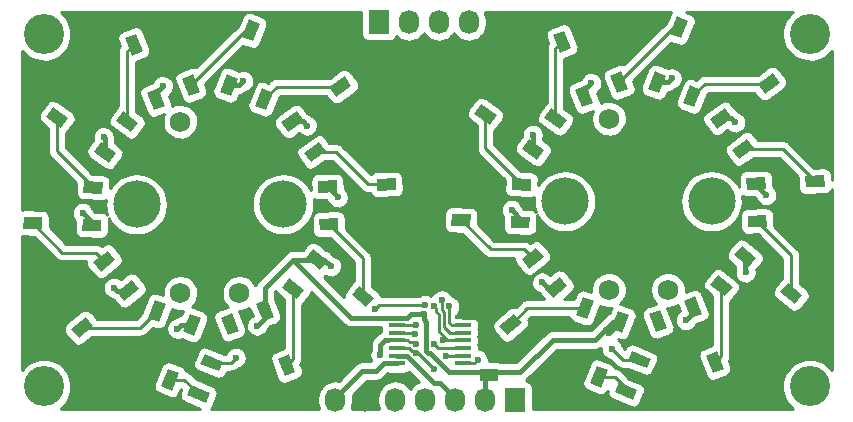
<source format=gtl>
G04 #@! TF.FileFunction,Copper,L1,Top,Signal*
%FSLAX46Y46*%
G04 Gerber Fmt 4.6, Leading zero omitted, Abs format (unit mm)*
G04 Created by KiCad (PCBNEW 4.0.2-stable) date 28.03.2016 14:36:11*
%MOMM*%
G01*
G04 APERTURE LIST*
%ADD10C,0.100000*%
%ADD11R,1.727200X2.032000*%
%ADD12O,1.727200X2.032000*%
%ADD13C,3.400000*%
%ADD14C,1.750000*%
%ADD15O,4.000000X4.000000*%
%ADD16R,1.397000X0.431800*%
%ADD17R,1.600000X1.000000*%
%ADD18C,0.600000*%
%ADD19C,0.400000*%
%ADD20C,0.250000*%
%ADD21C,0.254000*%
G04 APERTURE END LIST*
D10*
D11*
X110947200Y-81559400D03*
D12*
X113487200Y-81559400D03*
X116027200Y-81559400D03*
X118567200Y-81559400D03*
D13*
X147423200Y-112422000D03*
X147423200Y-82573800D03*
X82573800Y-112422000D03*
D11*
X122478800Y-113563400D03*
D12*
X119938800Y-113563400D03*
X117398800Y-113563400D03*
X114858800Y-113563400D03*
X112318800Y-113563400D03*
X109778800Y-113563400D03*
X107238800Y-113563400D03*
D10*
G36*
X120380871Y-103809103D02*
X121010191Y-104586249D01*
X119766757Y-105593161D01*
X119137437Y-104816015D01*
X120380871Y-103809103D01*
X120380871Y-103809103D01*
G37*
G36*
X122394697Y-106295971D02*
X123024017Y-107073117D01*
X121780583Y-108080029D01*
X121151263Y-107302883D01*
X122394697Y-106295971D01*
X122394697Y-106295971D01*
G37*
G36*
X124266601Y-100662501D02*
X124895921Y-101439647D01*
X123652487Y-102446559D01*
X123023167Y-101669413D01*
X124266601Y-100662501D01*
X124266601Y-100662501D01*
G37*
G36*
X126280427Y-103149369D02*
X126909747Y-103926515D01*
X125666313Y-104933427D01*
X125036993Y-104156281D01*
X126280427Y-103149369D01*
X126280427Y-103149369D01*
G37*
G36*
X135654374Y-110979801D02*
X136584792Y-110613299D01*
X137171194Y-112101967D01*
X136240776Y-112468469D01*
X135654374Y-110979801D01*
X135654374Y-110979801D01*
G37*
G36*
X138631710Y-109806997D02*
X139562128Y-109440495D01*
X140148530Y-110929163D01*
X139218112Y-111295665D01*
X138631710Y-109806997D01*
X138631710Y-109806997D01*
G37*
G36*
X133821868Y-106327713D02*
X134752286Y-105961211D01*
X135338688Y-107449879D01*
X134408270Y-107816381D01*
X133821868Y-106327713D01*
X133821868Y-106327713D01*
G37*
G36*
X136799204Y-105154909D02*
X137729622Y-104788407D01*
X138316024Y-106277075D01*
X137385606Y-106643577D01*
X136799204Y-105154909D01*
X136799204Y-105154909D01*
G37*
G36*
X118832900Y-94661193D02*
X118798001Y-95660584D01*
X117198976Y-95604745D01*
X117233875Y-94605354D01*
X118832900Y-94661193D01*
X118832900Y-94661193D01*
G37*
G36*
X118721222Y-97859244D02*
X118686323Y-98858635D01*
X117087298Y-98802796D01*
X117122197Y-97803405D01*
X118721222Y-97859244D01*
X118721222Y-97859244D01*
G37*
G36*
X123829854Y-94835690D02*
X123794955Y-95835081D01*
X122195930Y-95779242D01*
X122230829Y-94779851D01*
X123829854Y-94835690D01*
X123829854Y-94835690D01*
G37*
G36*
X123718176Y-98033741D02*
X123683277Y-99033132D01*
X122084252Y-98977293D01*
X122119151Y-97977902D01*
X123718176Y-98033741D01*
X123718176Y-98033741D01*
G37*
G36*
X126398732Y-109498915D02*
X127329150Y-109865417D01*
X126742748Y-111354085D01*
X125812330Y-110987583D01*
X126398732Y-109498915D01*
X126398732Y-109498915D01*
G37*
G36*
X129376068Y-110671719D02*
X130306486Y-111038221D01*
X129720084Y-112526889D01*
X128789666Y-112160387D01*
X129376068Y-110671719D01*
X129376068Y-110671719D01*
G37*
G36*
X128231238Y-104846827D02*
X129161656Y-105213329D01*
X128575254Y-106701997D01*
X127644836Y-106335495D01*
X128231238Y-104846827D01*
X128231238Y-104846827D01*
G37*
G36*
X131208574Y-106019631D02*
X132138992Y-106386133D01*
X131552590Y-107874801D01*
X130622172Y-107508299D01*
X131208574Y-106019631D01*
X131208574Y-106019631D01*
G37*
G36*
X122788759Y-86882326D02*
X122200974Y-87691343D01*
X120906547Y-86750886D01*
X121494332Y-85941869D01*
X122788759Y-86882326D01*
X122788759Y-86882326D01*
G37*
G36*
X120907846Y-89471180D02*
X120320061Y-90280197D01*
X119025634Y-89339740D01*
X119613419Y-88530723D01*
X120907846Y-89471180D01*
X120907846Y-89471180D01*
G37*
G36*
X126833844Y-89821252D02*
X126246059Y-90630269D01*
X124951632Y-89689812D01*
X125539417Y-88880795D01*
X126833844Y-89821252D01*
X126833844Y-89821252D01*
G37*
G36*
X124952931Y-92410106D02*
X124365146Y-93219123D01*
X123070719Y-92278666D01*
X123658504Y-91469649D01*
X124952931Y-92410106D01*
X124952931Y-92410106D01*
G37*
G36*
X142894057Y-106941245D02*
X143523377Y-106164099D01*
X144766811Y-107171011D01*
X144137491Y-107948157D01*
X142894057Y-106941245D01*
X142894057Y-106941245D01*
G37*
G36*
X144907883Y-104454377D02*
X145537203Y-103677231D01*
X146780637Y-104684143D01*
X146151317Y-105461289D01*
X144907883Y-104454377D01*
X144907883Y-104454377D01*
G37*
G36*
X139008327Y-103794643D02*
X139637647Y-103017497D01*
X140881081Y-104024409D01*
X140251761Y-104801555D01*
X139008327Y-103794643D01*
X139008327Y-103794643D01*
G37*
G36*
X141022153Y-101307775D02*
X141651473Y-100530629D01*
X142894907Y-101537541D01*
X142265587Y-102314687D01*
X141022153Y-101307775D01*
X141022153Y-101307775D01*
G37*
G36*
X130177764Y-82575705D02*
X129250580Y-82950311D01*
X128651210Y-81466817D01*
X129578394Y-81092211D01*
X130177764Y-82575705D01*
X130177764Y-82575705D01*
G37*
G36*
X127210775Y-83774446D02*
X126283591Y-84149052D01*
X125684221Y-82665558D01*
X126611405Y-82290952D01*
X127210775Y-83774446D01*
X127210775Y-83774446D01*
G37*
G36*
X132050797Y-87211624D02*
X131123613Y-87586230D01*
X130524243Y-86102736D01*
X131451427Y-85728130D01*
X132050797Y-87211624D01*
X132050797Y-87211624D01*
G37*
G36*
X129083808Y-88410365D02*
X128156624Y-88784971D01*
X127557254Y-87301477D01*
X128484438Y-86926871D01*
X129083808Y-88410365D01*
X129083808Y-88410365D01*
G37*
G36*
X139504549Y-84149052D02*
X138577365Y-83774446D01*
X139176735Y-82290952D01*
X140103919Y-82665558D01*
X139504549Y-84149052D01*
X139504549Y-84149052D01*
G37*
G36*
X136537560Y-82950311D02*
X135610376Y-82575705D01*
X136209746Y-81092211D01*
X137136930Y-81466817D01*
X136537560Y-82950311D01*
X136537560Y-82950311D01*
G37*
G36*
X137631516Y-88784971D02*
X136704332Y-88410365D01*
X137303702Y-86926871D01*
X138230886Y-87301477D01*
X137631516Y-88784971D01*
X137631516Y-88784971D01*
G37*
G36*
X134664527Y-87586230D02*
X133737343Y-87211624D01*
X134336713Y-85728130D01*
X135263897Y-86102736D01*
X134664527Y-87586230D01*
X134664527Y-87586230D01*
G37*
G36*
X147185637Y-98772275D02*
X147150738Y-97772884D01*
X148749763Y-97717045D01*
X148784662Y-98716436D01*
X147185637Y-98772275D01*
X147185637Y-98772275D01*
G37*
G36*
X147073959Y-95574224D02*
X147039060Y-94574833D01*
X148638085Y-94518994D01*
X148672984Y-95518385D01*
X147073959Y-95574224D01*
X147073959Y-95574224D01*
G37*
G36*
X142188683Y-98946772D02*
X142153784Y-97947381D01*
X143752809Y-97891542D01*
X143787708Y-98890933D01*
X142188683Y-98946772D01*
X142188683Y-98946772D01*
G37*
G36*
X142077005Y-95748721D02*
X142042106Y-94749330D01*
X143641131Y-94693491D01*
X143676030Y-95692882D01*
X142077005Y-95748721D01*
X142077005Y-95748721D01*
G37*
G36*
X145475699Y-90244637D02*
X144887914Y-89435620D01*
X146182341Y-88495163D01*
X146770126Y-89304180D01*
X145475699Y-90244637D01*
X145475699Y-90244637D01*
G37*
G36*
X143594786Y-87655783D02*
X143007001Y-86846766D01*
X144301428Y-85906309D01*
X144889213Y-86715326D01*
X143594786Y-87655783D01*
X143594786Y-87655783D01*
G37*
G36*
X141430614Y-93183563D02*
X140842829Y-92374546D01*
X142137256Y-91434089D01*
X142725041Y-92243106D01*
X141430614Y-93183563D01*
X141430614Y-93183563D01*
G37*
G36*
X139549701Y-90594709D02*
X138961916Y-89785692D01*
X140256343Y-88845235D01*
X140844128Y-89654252D01*
X139549701Y-90594709D01*
X139549701Y-90594709D01*
G37*
D14*
X130402320Y-104246680D03*
X135402320Y-104246680D03*
X132902320Y-104246680D03*
X135402320Y-89746680D03*
X130402320Y-89746680D03*
D15*
X139102320Y-96746680D03*
X126702320Y-96746680D03*
D10*
G36*
X90130072Y-109755455D02*
X91060490Y-110121957D01*
X90474088Y-111610625D01*
X89543670Y-111244123D01*
X90130072Y-109755455D01*
X90130072Y-109755455D01*
G37*
G36*
X93107408Y-110928259D02*
X94037826Y-111294761D01*
X93451424Y-112783429D01*
X92521006Y-112416927D01*
X93107408Y-110928259D01*
X93107408Y-110928259D01*
G37*
G36*
X91962578Y-105103367D02*
X92892996Y-105469869D01*
X92306594Y-106958537D01*
X91376176Y-106592035D01*
X91962578Y-105103367D01*
X91962578Y-105103367D01*
G37*
G36*
X94939914Y-106276171D02*
X95870332Y-106642673D01*
X95283930Y-108131341D01*
X94353512Y-107764839D01*
X94939914Y-106276171D01*
X94939914Y-106276171D01*
G37*
G36*
X84112211Y-104065643D02*
X84741531Y-104842789D01*
X83498097Y-105849701D01*
X82868777Y-105072555D01*
X84112211Y-104065643D01*
X84112211Y-104065643D01*
G37*
G36*
X86126037Y-106552511D02*
X86755357Y-107329657D01*
X85511923Y-108336569D01*
X84882603Y-107559423D01*
X86126037Y-106552511D01*
X86126037Y-106552511D01*
G37*
G36*
X87997941Y-100919041D02*
X88627261Y-101696187D01*
X87383827Y-102703099D01*
X86754507Y-101925953D01*
X87997941Y-100919041D01*
X87997941Y-100919041D01*
G37*
G36*
X90011767Y-103405909D02*
X90641087Y-104183055D01*
X89397653Y-105189967D01*
X88768333Y-104412821D01*
X90011767Y-103405909D01*
X90011767Y-103405909D01*
G37*
G36*
X82564240Y-94917733D02*
X82529341Y-95917124D01*
X80930316Y-95861285D01*
X80965215Y-94861894D01*
X82564240Y-94917733D01*
X82564240Y-94917733D01*
G37*
G36*
X82452562Y-98115784D02*
X82417663Y-99115175D01*
X80818638Y-99059336D01*
X80853537Y-98059945D01*
X82452562Y-98115784D01*
X82452562Y-98115784D01*
G37*
G36*
X87561194Y-95092230D02*
X87526295Y-96091621D01*
X85927270Y-96035782D01*
X85962169Y-95036391D01*
X87561194Y-95092230D01*
X87561194Y-95092230D01*
G37*
G36*
X87449516Y-98290281D02*
X87414617Y-99289672D01*
X85815592Y-99233833D01*
X85850491Y-98234442D01*
X87449516Y-98290281D01*
X87449516Y-98290281D01*
G37*
G36*
X86520099Y-87138866D02*
X85932314Y-87947883D01*
X84637887Y-87007426D01*
X85225672Y-86198409D01*
X86520099Y-87138866D01*
X86520099Y-87138866D01*
G37*
G36*
X84639186Y-89727720D02*
X84051401Y-90536737D01*
X82756974Y-89596280D01*
X83344759Y-88787263D01*
X84639186Y-89727720D01*
X84639186Y-89727720D01*
G37*
G36*
X90565184Y-90077792D02*
X89977399Y-90886809D01*
X88682972Y-89946352D01*
X89270757Y-89137335D01*
X90565184Y-90077792D01*
X90565184Y-90077792D01*
G37*
G36*
X88684271Y-92666646D02*
X88096486Y-93475663D01*
X86802059Y-92535206D01*
X87389844Y-91726189D01*
X88684271Y-92666646D01*
X88684271Y-92666646D01*
G37*
G36*
X93909104Y-82832245D02*
X92981920Y-83206851D01*
X92382550Y-81723357D01*
X93309734Y-81348751D01*
X93909104Y-82832245D01*
X93909104Y-82832245D01*
G37*
G36*
X90942115Y-84030986D02*
X90014931Y-84405592D01*
X89415561Y-82922098D01*
X90342745Y-82547492D01*
X90942115Y-84030986D01*
X90942115Y-84030986D01*
G37*
G36*
X95782137Y-87468164D02*
X94854953Y-87842770D01*
X94255583Y-86359276D01*
X95182767Y-85984670D01*
X95782137Y-87468164D01*
X95782137Y-87468164D01*
G37*
G36*
X92815148Y-88666905D02*
X91887964Y-89041511D01*
X91288594Y-87558017D01*
X92215778Y-87183411D01*
X92815148Y-88666905D01*
X92815148Y-88666905D01*
G37*
G36*
X103235889Y-84405592D02*
X102308705Y-84030986D01*
X102908075Y-82547492D01*
X103835259Y-82922098D01*
X103235889Y-84405592D01*
X103235889Y-84405592D01*
G37*
G36*
X100268900Y-83206851D02*
X99341716Y-82832245D01*
X99941086Y-81348751D01*
X100868270Y-81723357D01*
X100268900Y-83206851D01*
X100268900Y-83206851D01*
G37*
G36*
X101362856Y-89041511D02*
X100435672Y-88666905D01*
X101035042Y-87183411D01*
X101962226Y-87558017D01*
X101362856Y-89041511D01*
X101362856Y-89041511D01*
G37*
G36*
X98395867Y-87842770D02*
X97468683Y-87468164D01*
X98068053Y-85984670D01*
X98995237Y-86359276D01*
X98395867Y-87842770D01*
X98395867Y-87842770D01*
G37*
G36*
X109207039Y-90501177D02*
X108619254Y-89692160D01*
X109913681Y-88751703D01*
X110501466Y-89560720D01*
X109207039Y-90501177D01*
X109207039Y-90501177D01*
G37*
G36*
X107326126Y-87912323D02*
X106738341Y-87103306D01*
X108032768Y-86162849D01*
X108620553Y-86971866D01*
X107326126Y-87912323D01*
X107326126Y-87912323D01*
G37*
G36*
X105161954Y-93440103D02*
X104574169Y-92631086D01*
X105868596Y-91690629D01*
X106456381Y-92499646D01*
X105161954Y-93440103D01*
X105161954Y-93440103D01*
G37*
G36*
X103281041Y-90851249D02*
X102693256Y-90042232D01*
X103987683Y-89101775D01*
X104575468Y-89910792D01*
X103281041Y-90851249D01*
X103281041Y-90851249D01*
G37*
G36*
X110916977Y-99028815D02*
X110882078Y-98029424D01*
X112481103Y-97973585D01*
X112516002Y-98972976D01*
X110916977Y-99028815D01*
X110916977Y-99028815D01*
G37*
G36*
X110805299Y-95830764D02*
X110770400Y-94831373D01*
X112369425Y-94775534D01*
X112404324Y-95774925D01*
X110805299Y-95830764D01*
X110805299Y-95830764D01*
G37*
G36*
X105920023Y-99203312D02*
X105885124Y-98203921D01*
X107484149Y-98148082D01*
X107519048Y-99147473D01*
X105920023Y-99203312D01*
X105920023Y-99203312D01*
G37*
G36*
X105808345Y-96005261D02*
X105773446Y-95005870D01*
X107372471Y-94950031D01*
X107407370Y-95949422D01*
X105808345Y-96005261D01*
X105808345Y-96005261D01*
G37*
G36*
X106625397Y-107197785D02*
X107254717Y-106420639D01*
X108498151Y-107427551D01*
X107868831Y-108204697D01*
X106625397Y-107197785D01*
X106625397Y-107197785D01*
G37*
G36*
X108639223Y-104710917D02*
X109268543Y-103933771D01*
X110511977Y-104940683D01*
X109882657Y-105717829D01*
X108639223Y-104710917D01*
X108639223Y-104710917D01*
G37*
G36*
X102739667Y-104051183D02*
X103368987Y-103274037D01*
X104612421Y-104280949D01*
X103983101Y-105058095D01*
X102739667Y-104051183D01*
X102739667Y-104051183D01*
G37*
G36*
X104753493Y-101564315D02*
X105382813Y-100787169D01*
X106626247Y-101794081D01*
X105996927Y-102571227D01*
X104753493Y-101564315D01*
X104753493Y-101564315D01*
G37*
G36*
X99385714Y-111236341D02*
X100316132Y-110869839D01*
X100902534Y-112358507D01*
X99972116Y-112725009D01*
X99385714Y-111236341D01*
X99385714Y-111236341D01*
G37*
G36*
X102363050Y-110063537D02*
X103293468Y-109697035D01*
X103879870Y-111185703D01*
X102949452Y-111552205D01*
X102363050Y-110063537D01*
X102363050Y-110063537D01*
G37*
G36*
X97553208Y-106584253D02*
X98483626Y-106217751D01*
X99070028Y-107706419D01*
X98139610Y-108072921D01*
X97553208Y-106584253D01*
X97553208Y-106584253D01*
G37*
G36*
X100530544Y-105411449D02*
X101460962Y-105044947D01*
X102047364Y-106533615D01*
X101116946Y-106900117D01*
X100530544Y-105411449D01*
X100530544Y-105411449D01*
G37*
D14*
X94133660Y-104503220D03*
X99133660Y-104503220D03*
X96633660Y-104503220D03*
X99133660Y-90003220D03*
X94133660Y-90003220D03*
D15*
X102833660Y-97003220D03*
X90433660Y-97003220D03*
D16*
X112452000Y-106587000D03*
X112452000Y-107222000D03*
X112452000Y-107882400D03*
X112452000Y-108517400D03*
X112452000Y-109177800D03*
X112452000Y-109825500D03*
X112452000Y-110473200D03*
X118040000Y-110473200D03*
X118040000Y-109825500D03*
X118040000Y-109177800D03*
X118040000Y-108517400D03*
X118040000Y-107869700D03*
X118040000Y-107222000D03*
X118040000Y-106574300D03*
D17*
X120243600Y-111443900D03*
X120243600Y-108443900D03*
D10*
G36*
X96178492Y-109660523D02*
X97749087Y-110311085D01*
X97404672Y-111142577D01*
X95834077Y-110492015D01*
X96178492Y-109660523D01*
X96178492Y-109660523D01*
G37*
G36*
X95068710Y-112339773D02*
X96639305Y-112990335D01*
X96294890Y-113821827D01*
X94724295Y-113171265D01*
X95068710Y-112339773D01*
X95068710Y-112339773D01*
G37*
G36*
X132373492Y-109406523D02*
X133944087Y-110057085D01*
X133599672Y-110888577D01*
X132029077Y-110238015D01*
X132373492Y-109406523D01*
X132373492Y-109406523D01*
G37*
G36*
X131263710Y-112085773D02*
X132834305Y-112736335D01*
X132489890Y-113567827D01*
X130919295Y-112917265D01*
X131263710Y-112085773D01*
X131263710Y-112085773D01*
G37*
D13*
X82573800Y-82573800D03*
D18*
X114731800Y-106324400D03*
X130403198Y-107924600D03*
X124764800Y-103606600D03*
X136931400Y-106807000D03*
X141986000Y-102768400D03*
X143738600Y-96215200D03*
X141122400Y-90068400D03*
X135737600Y-86334600D03*
X128930400Y-86741000D03*
X123977400Y-91109800D03*
X122174000Y-97485200D03*
X100634800Y-107264200D03*
X106883200Y-102260400D03*
X107467400Y-96418400D03*
X104851200Y-90347800D03*
X99441000Y-86563200D03*
X92659200Y-86995000D03*
X87655400Y-91313000D03*
X85852000Y-97739200D03*
X88493600Y-104063800D03*
X93878400Y-107543600D03*
X114845362Y-105532501D03*
X110630018Y-105879582D03*
X114046000Y-107213400D03*
X119303800Y-110183421D03*
X130657600Y-109220000D03*
X116586000Y-109802810D03*
X115616457Y-108841171D03*
X115640789Y-105617932D03*
X116332000Y-108483400D03*
X116271329Y-105118169D03*
X116890800Y-105624390D03*
X113314480Y-103428800D03*
X111937800Y-111531400D03*
X118059200Y-103428800D03*
X114017439Y-108013914D03*
X111074200Y-109792223D03*
X114046000Y-108813406D03*
X115633818Y-110984982D03*
X114115281Y-109610403D03*
X98831400Y-109989629D03*
D19*
X116865400Y-111226600D02*
X119938800Y-111226600D01*
X119938800Y-111226600D02*
X122907239Y-111226600D01*
X119938800Y-113258600D02*
X119938800Y-111842600D01*
X119938800Y-111842600D02*
X119938800Y-111226600D01*
X114731800Y-106324400D02*
X114731800Y-106748664D01*
X114731800Y-106748664D02*
X114916456Y-106933320D01*
X114916456Y-106933320D02*
X114916456Y-109415157D01*
X114916456Y-109415157D02*
X115112888Y-109611589D01*
X115112888Y-109611589D02*
X115250389Y-109611589D01*
X115250389Y-109611589D02*
X116865400Y-111226600D01*
X122907239Y-111226600D02*
X125653800Y-108480039D01*
X125653800Y-108480039D02*
X129210366Y-108480039D01*
X129210366Y-108480039D02*
X130146805Y-107543600D01*
X113644198Y-106324400D02*
X114731800Y-106324400D01*
X130743189Y-106947216D02*
X130146805Y-107543600D01*
X130403198Y-107924600D02*
X130103199Y-107624601D01*
X130103199Y-107624601D02*
X130103199Y-107587206D01*
X130103199Y-107587206D02*
X130146805Y-107543600D01*
X131380582Y-106947216D02*
X130743189Y-106947216D01*
X130403198Y-107924600D02*
X130693026Y-107634772D01*
X113362499Y-106606099D02*
X113644198Y-106324400D01*
X130693026Y-107634772D02*
X131380582Y-106947216D01*
X111607600Y-106587000D02*
X112452000Y-106587000D01*
X111353500Y-106587000D02*
X111607600Y-106587000D01*
X111626699Y-106606099D02*
X113362499Y-106606099D01*
X111607600Y-106587000D02*
X111626699Y-106606099D01*
X125973370Y-104041398D02*
X125199598Y-104041398D01*
X125199598Y-104041398D02*
X124764800Y-103606600D01*
X137557614Y-105715992D02*
X137557614Y-106180786D01*
X137557614Y-106180786D02*
X136931400Y-106807000D01*
X141958530Y-101422658D02*
X141958530Y-102740930D01*
X141958530Y-102740930D02*
X141986000Y-102768400D01*
X142859068Y-95221106D02*
X142859068Y-95335668D01*
X142859068Y-95335668D02*
X143738600Y-96215200D01*
X139903022Y-89719972D02*
X140773972Y-89719972D01*
X140773972Y-89719972D02*
X141122400Y-90068400D01*
X134500620Y-86657180D02*
X135415020Y-86657180D01*
X135415020Y-86657180D02*
X135737600Y-86334600D01*
X128320531Y-87855921D02*
X128320531Y-87350869D01*
X128320531Y-87350869D02*
X128930400Y-86741000D01*
X124011825Y-92344386D02*
X124011825Y-91144225D01*
X124011825Y-91144225D02*
X123977400Y-91109800D01*
X122901214Y-98505517D02*
X122901214Y-98212414D01*
X122901214Y-98212414D02*
X122174000Y-97485200D01*
X109575600Y-106587000D02*
X111353500Y-106587000D01*
X109575600Y-106587000D02*
X108587604Y-106587000D01*
X108587604Y-106587000D02*
X103679802Y-101679198D01*
X103301800Y-102057200D02*
X101288954Y-104070046D01*
X103679802Y-101679198D02*
X103301800Y-102057200D01*
X101288954Y-106610046D02*
X100634800Y-107264200D01*
X101288954Y-104070046D02*
X101288954Y-105972532D01*
X105689870Y-101679198D02*
X103679802Y-101679198D01*
X101288954Y-105972532D02*
X101288954Y-106610046D01*
X105689870Y-101679198D02*
X106301998Y-101679198D01*
X106301998Y-101679198D02*
X106883200Y-102260400D01*
X106590408Y-95477646D02*
X106590408Y-95541408D01*
X106590408Y-95541408D02*
X107467400Y-96418400D01*
X103634362Y-89976512D02*
X104479912Y-89976512D01*
X104479912Y-89976512D02*
X104851200Y-90347800D01*
X98231960Y-86913720D02*
X99090480Y-86913720D01*
X99090480Y-86913720D02*
X99441000Y-86563200D01*
X92051871Y-88112461D02*
X92051871Y-87602329D01*
X92051871Y-87602329D02*
X92659200Y-86995000D01*
X87743165Y-92600926D02*
X87743165Y-91400765D01*
X87743165Y-91400765D02*
X87655400Y-91313000D01*
X86632554Y-98762057D02*
X86632554Y-98519754D01*
X86632554Y-98519754D02*
X85852000Y-97739200D01*
X89704710Y-104297938D02*
X88727738Y-104297938D01*
X88727738Y-104297938D02*
X88493600Y-104063800D01*
X95111922Y-107203756D02*
X94218244Y-107203756D01*
X94218244Y-107203756D02*
X93878400Y-107543600D01*
X101288954Y-105972532D02*
X101288954Y-106406846D01*
D20*
X110630018Y-105879582D02*
X110977099Y-105532501D01*
X110977099Y-105532501D02*
X114845362Y-105532501D01*
X114046000Y-107213400D02*
X112460600Y-107213400D01*
X112460600Y-107213400D02*
X112452000Y-107222000D01*
D19*
X107238800Y-113563400D02*
X107238800Y-113411000D01*
X107238800Y-113411000D02*
X109550200Y-111099600D01*
X109550200Y-111099600D02*
X110727100Y-111099600D01*
X110727100Y-111099600D02*
X111353500Y-110473200D01*
X111353500Y-110473200D02*
X112452000Y-110473200D01*
D20*
X112475800Y-110473200D02*
X112452000Y-110473200D01*
X118040000Y-110473200D02*
X119014021Y-110473200D01*
X119014021Y-110473200D02*
X119303800Y-110183421D01*
X132853331Y-109749815D02*
X132438206Y-110164940D01*
X132438206Y-110164940D02*
X131602540Y-110164940D01*
X131602540Y-110164940D02*
X130957599Y-109519999D01*
X130957599Y-109519999D02*
X130657600Y-109220000D01*
X116586000Y-109802810D02*
X118017310Y-109802810D01*
X118017310Y-109802810D02*
X118040000Y-109825500D01*
X115616457Y-108841171D02*
X115953086Y-109177800D01*
X115953086Y-109177800D02*
X118040000Y-109177800D01*
X115990780Y-106289390D02*
X115815790Y-106114400D01*
X115815790Y-106114400D02*
X115815790Y-105792933D01*
X115815790Y-105792933D02*
X115640789Y-105617932D01*
X115990780Y-107394100D02*
X115990780Y-106289390D01*
X116738400Y-108483400D02*
X118006000Y-108483400D01*
X116332000Y-108483400D02*
X116738400Y-108483400D01*
X116738400Y-108483400D02*
X115990780Y-107735780D01*
X115990780Y-107735780D02*
X115990780Y-107394100D01*
X118006000Y-108483400D02*
X118040000Y-108517400D01*
X116433600Y-106095800D02*
X116265799Y-105927999D01*
X116265799Y-105927999D02*
X116265799Y-105123699D01*
X116265799Y-105123699D02*
X116271329Y-105118169D01*
X116440790Y-106095800D02*
X116433600Y-106095800D01*
X116440790Y-107207700D02*
X116440790Y-106095800D01*
X118040000Y-107869700D02*
X116941600Y-107869700D01*
X116941600Y-107869700D02*
X116440791Y-107368891D01*
X116440791Y-107368891D02*
X116440790Y-107207700D01*
X118040000Y-107222000D02*
X117091500Y-107222000D01*
X117091500Y-107222000D02*
X116890800Y-107021300D01*
X116890800Y-107021300D02*
X116890800Y-105624390D01*
X117634936Y-103428800D02*
X113314480Y-103428800D01*
X118059200Y-103428800D02*
X117634936Y-103428800D01*
D19*
X109778800Y-113563400D02*
X109905800Y-113563400D01*
X109905800Y-113563400D02*
X111937800Y-111531400D01*
X119138500Y-105636446D02*
X119138500Y-104508100D01*
X119138500Y-104508100D02*
X118059200Y-103428800D01*
X119138500Y-106574300D02*
X119138500Y-105636446D01*
X119138500Y-105636446D02*
X120073814Y-104701132D01*
X120116600Y-108558200D02*
X120116600Y-107552400D01*
X120116600Y-107552400D02*
X119138500Y-106574300D01*
X119138500Y-106574300D02*
X118040000Y-106574300D01*
D20*
X118200646Y-106574300D02*
X118040000Y-106574300D01*
X118040000Y-106574300D02*
X118522600Y-106574300D01*
X120073814Y-105023086D02*
X120073814Y-104701132D01*
X85818980Y-107444540D02*
X90720998Y-107444540D01*
X90720998Y-107444540D02*
X92134586Y-106030952D01*
X84129880Y-101081840D02*
X86961654Y-101081840D01*
X86961654Y-101081840D02*
X87690884Y-101811070D01*
X81635600Y-98587560D02*
X84129880Y-101081840D01*
X83698080Y-89662000D02*
X83698080Y-92517854D01*
X83698080Y-92517854D02*
X86744232Y-95564006D01*
X90178838Y-83476542D02*
X89624078Y-84031302D01*
X89624078Y-84031302D02*
X89624078Y-90012072D01*
X95018860Y-86913720D02*
X99654779Y-82277801D01*
X99654779Y-82277801D02*
X100104993Y-82277801D01*
X101198949Y-88112461D02*
X102273824Y-87037586D01*
X102273824Y-87037586D02*
X107679447Y-87037586D01*
X107293966Y-92565366D02*
X110031749Y-95303149D01*
X110031749Y-95303149D02*
X111587362Y-95303149D01*
X105515275Y-92565366D02*
X107293966Y-92565366D01*
X109575600Y-101549211D02*
X109575600Y-104825800D01*
X109575600Y-101549211D02*
X106702086Y-98675697D01*
X103121460Y-110624620D02*
X103676044Y-110070036D01*
X103676044Y-110070036D02*
X103676044Y-104166066D01*
X128403246Y-105774412D02*
X123501228Y-105774412D01*
X123501228Y-105774412D02*
X122087640Y-107188000D01*
X120398540Y-100825300D02*
X123230314Y-100825300D01*
X123230314Y-100825300D02*
X123959544Y-101554530D01*
X117904260Y-98331020D02*
X120398540Y-100825300D01*
X119966740Y-89405460D02*
X119966740Y-92261314D01*
X119966740Y-92261314D02*
X123012892Y-95307466D01*
X126447498Y-83220002D02*
X125892738Y-83774762D01*
X125892738Y-83774762D02*
X125892738Y-89755532D01*
X135923439Y-82021261D02*
X136373653Y-82021261D01*
X131287520Y-86657180D02*
X135923439Y-82021261D01*
X137467609Y-87855921D02*
X138542484Y-86781046D01*
X138542484Y-86781046D02*
X143948107Y-86781046D01*
X141783935Y-92308826D02*
X145118239Y-92308826D01*
X145118239Y-92308826D02*
X147856022Y-95046609D01*
X145844260Y-104569260D02*
X145844260Y-101292671D01*
X145844260Y-101292671D02*
X142970746Y-98419157D01*
X139944704Y-109813496D02*
X139944704Y-103909526D01*
X139390120Y-110368080D02*
X139944704Y-109813496D01*
X93279416Y-111855844D02*
X94107000Y-111855844D01*
X95681800Y-113080800D02*
X94456844Y-111855844D01*
X94456844Y-111855844D02*
X94107000Y-111855844D01*
X131328484Y-112014000D02*
X131743549Y-112429065D01*
X130913788Y-111599304D02*
X131328484Y-112014000D01*
X129548076Y-111599304D02*
X130913788Y-111599304D01*
X129540000Y-111591228D02*
X129548076Y-111599304D01*
D19*
X112452000Y-109825500D02*
X113294376Y-109825500D01*
X113294376Y-109825500D02*
X115616276Y-112147400D01*
X115616276Y-112147400D02*
X116135200Y-112147400D01*
X117398800Y-113411000D02*
X117398800Y-113563400D01*
X116135200Y-112147400D02*
X117398800Y-113411000D01*
D20*
X117398800Y-113258600D02*
X117398800Y-113106200D01*
X114017439Y-108013914D02*
X113885925Y-107882400D01*
X113885925Y-107882400D02*
X112452000Y-107882400D01*
X112421358Y-107851758D02*
X112452000Y-107882400D01*
D19*
X111074200Y-109792223D02*
X111074200Y-108921198D01*
D20*
X112452000Y-108517400D02*
X111734600Y-108517400D01*
X111734600Y-108517400D02*
X111503500Y-108517400D01*
D19*
X111074200Y-108921198D02*
X111477998Y-108517400D01*
X111477998Y-108517400D02*
X111734600Y-108517400D01*
D20*
X112318800Y-113106200D02*
X112318800Y-113258600D01*
X114046000Y-108813406D02*
X113870998Y-108638404D01*
X113870998Y-108638404D02*
X113521504Y-108638404D01*
X113521504Y-108638404D02*
X113400500Y-108517400D01*
X113400500Y-108517400D02*
X112452000Y-108517400D01*
X96791582Y-110401550D02*
X98419479Y-110401550D01*
X98419479Y-110401550D02*
X98831400Y-109989629D01*
X114115281Y-109610403D02*
X114259239Y-109610403D01*
X114259239Y-109610403D02*
X115633818Y-110984982D01*
X113485392Y-109177800D02*
X113745999Y-109438407D01*
X113745999Y-109438407D02*
X113943285Y-109438407D01*
X113943285Y-109438407D02*
X114115281Y-109610403D01*
X112452000Y-109177800D02*
X113485392Y-109177800D01*
D21*
G36*
X114300604Y-112012596D02*
X114297415Y-112013534D01*
X114038222Y-112149037D01*
X113810285Y-112332303D01*
X113622285Y-112556352D01*
X113589501Y-112615987D01*
X113567016Y-112573699D01*
X113382163Y-112347047D01*
X113156806Y-112160616D01*
X112899531Y-112021508D01*
X112620135Y-111935021D01*
X112329262Y-111904449D01*
X112037990Y-111930956D01*
X111757415Y-112013534D01*
X111498222Y-112149037D01*
X111270285Y-112332303D01*
X111082285Y-112556352D01*
X110941384Y-112812651D01*
X110852948Y-113091436D01*
X110820346Y-113382088D01*
X110820200Y-113403012D01*
X110820200Y-113723788D01*
X110848741Y-114014868D01*
X110931808Y-114290000D01*
X108623877Y-114290000D01*
X108704652Y-114035364D01*
X108737254Y-113744712D01*
X108737400Y-113723788D01*
X108737400Y-113403012D01*
X108709741Y-113120927D01*
X109896068Y-111934600D01*
X110727100Y-111934600D01*
X110803847Y-111927075D01*
X110880700Y-111920351D01*
X110884914Y-111919127D01*
X110889286Y-111918698D01*
X110963181Y-111896388D01*
X111037192Y-111874885D01*
X111041086Y-111872866D01*
X111045294Y-111871596D01*
X111113411Y-111835377D01*
X111181874Y-111799890D01*
X111185307Y-111797149D01*
X111189182Y-111795089D01*
X111248966Y-111746331D01*
X111309233Y-111698220D01*
X111315338Y-111692200D01*
X111315470Y-111692092D01*
X111315571Y-111691969D01*
X111317534Y-111690034D01*
X111689492Y-111318076D01*
X111753500Y-111327172D01*
X113150500Y-111327172D01*
X113251621Y-111319108D01*
X113423134Y-111265994D01*
X113502020Y-111214012D01*
X114300604Y-112012596D01*
X114300604Y-112012596D01*
G37*
X114300604Y-112012596D02*
X114297415Y-112013534D01*
X114038222Y-112149037D01*
X113810285Y-112332303D01*
X113622285Y-112556352D01*
X113589501Y-112615987D01*
X113567016Y-112573699D01*
X113382163Y-112347047D01*
X113156806Y-112160616D01*
X112899531Y-112021508D01*
X112620135Y-111935021D01*
X112329262Y-111904449D01*
X112037990Y-111930956D01*
X111757415Y-112013534D01*
X111498222Y-112149037D01*
X111270285Y-112332303D01*
X111082285Y-112556352D01*
X110941384Y-112812651D01*
X110852948Y-113091436D01*
X110820346Y-113382088D01*
X110820200Y-113403012D01*
X110820200Y-113723788D01*
X110848741Y-114014868D01*
X110931808Y-114290000D01*
X108623877Y-114290000D01*
X108704652Y-114035364D01*
X108737254Y-113744712D01*
X108737400Y-113723788D01*
X108737400Y-113403012D01*
X108709741Y-113120927D01*
X109896068Y-111934600D01*
X110727100Y-111934600D01*
X110803847Y-111927075D01*
X110880700Y-111920351D01*
X110884914Y-111919127D01*
X110889286Y-111918698D01*
X110963181Y-111896388D01*
X111037192Y-111874885D01*
X111041086Y-111872866D01*
X111045294Y-111871596D01*
X111113411Y-111835377D01*
X111181874Y-111799890D01*
X111185307Y-111797149D01*
X111189182Y-111795089D01*
X111248966Y-111746331D01*
X111309233Y-111698220D01*
X111315338Y-111692200D01*
X111315470Y-111692092D01*
X111315571Y-111691969D01*
X111317534Y-111690034D01*
X111689492Y-111318076D01*
X111753500Y-111327172D01*
X113150500Y-111327172D01*
X113251621Y-111319108D01*
X113423134Y-111265994D01*
X113502020Y-111214012D01*
X114300604Y-112012596D01*
G36*
X109445528Y-82575400D02*
X109453592Y-82676521D01*
X109506706Y-82848034D01*
X109605500Y-82997959D01*
X109742150Y-83114425D01*
X109905837Y-83188210D01*
X110083600Y-83213472D01*
X111810800Y-83213472D01*
X111911921Y-83205408D01*
X112083434Y-83152294D01*
X112233359Y-83053500D01*
X112349825Y-82916850D01*
X112417133Y-82767533D01*
X112423837Y-82775753D01*
X112649194Y-82962184D01*
X112906469Y-83101292D01*
X113185865Y-83187779D01*
X113476738Y-83218351D01*
X113768010Y-83191844D01*
X114048585Y-83109266D01*
X114307778Y-82973763D01*
X114535715Y-82790497D01*
X114723715Y-82566448D01*
X114756499Y-82506813D01*
X114778984Y-82549101D01*
X114963837Y-82775753D01*
X115189194Y-82962184D01*
X115446469Y-83101292D01*
X115725865Y-83187779D01*
X116016738Y-83218351D01*
X116308010Y-83191844D01*
X116588585Y-83109266D01*
X116847778Y-82973763D01*
X117075715Y-82790497D01*
X117263715Y-82566448D01*
X117296499Y-82506813D01*
X117318984Y-82549101D01*
X117503837Y-82775753D01*
X117729194Y-82962184D01*
X117986469Y-83101292D01*
X118265865Y-83187779D01*
X118556738Y-83218351D01*
X118848010Y-83191844D01*
X119128585Y-83109266D01*
X119387778Y-82973763D01*
X119615715Y-82790497D01*
X119803715Y-82566448D01*
X119944616Y-82310149D01*
X120033052Y-82031364D01*
X120065654Y-81740712D01*
X120065800Y-81719788D01*
X120065800Y-81399012D01*
X120037259Y-81107932D01*
X119952725Y-80827940D01*
X119890015Y-80710000D01*
X135701098Y-80710000D01*
X135618136Y-80853185D01*
X135347931Y-81521967D01*
X131718600Y-85151298D01*
X131566092Y-85100445D01*
X131386683Y-85093351D01*
X131212401Y-85136520D01*
X130285217Y-85511126D01*
X130194480Y-85556483D01*
X130055353Y-85669980D01*
X129953354Y-85817742D01*
X129896558Y-85988072D01*
X129889464Y-86167480D01*
X129932633Y-86341762D01*
X130532003Y-87825256D01*
X130577360Y-87915993D01*
X130690856Y-88055120D01*
X130838619Y-88157119D01*
X131008948Y-88213915D01*
X131188357Y-88221009D01*
X131362639Y-88177840D01*
X132289823Y-87803234D01*
X132380560Y-87757877D01*
X132519687Y-87644380D01*
X132621686Y-87496618D01*
X132678482Y-87326288D01*
X132681565Y-87248298D01*
X133100326Y-87248298D01*
X133135763Y-87424315D01*
X133218834Y-87583490D01*
X133342962Y-87713221D01*
X133498317Y-87803234D01*
X134425501Y-88177840D01*
X134522280Y-88208244D01*
X134701201Y-88223247D01*
X134877218Y-88187810D01*
X135036393Y-88104739D01*
X135166124Y-87980611D01*
X135256137Y-87825256D01*
X135390708Y-87492180D01*
X135415020Y-87492180D01*
X135491767Y-87484655D01*
X135568620Y-87477931D01*
X135572834Y-87476707D01*
X135577206Y-87476278D01*
X135651101Y-87453968D01*
X135725112Y-87432465D01*
X135729006Y-87430446D01*
X135733214Y-87429176D01*
X135801331Y-87392957D01*
X135869794Y-87357470D01*
X135873227Y-87354729D01*
X135877102Y-87352669D01*
X135936886Y-87303911D01*
X135997153Y-87255800D01*
X136003258Y-87249780D01*
X136003390Y-87249672D01*
X136003491Y-87249549D01*
X136005454Y-87247614D01*
X136028316Y-87224752D01*
X136161210Y-87173206D01*
X136316029Y-87074955D01*
X136448815Y-86948504D01*
X136554511Y-86798670D01*
X136629092Y-86631160D01*
X136669716Y-86452354D01*
X136672640Y-86242919D01*
X136637025Y-86063048D01*
X136567150Y-85893520D01*
X136465679Y-85740793D01*
X136336475Y-85610684D01*
X136184460Y-85508149D01*
X136015425Y-85437093D01*
X135835807Y-85400223D01*
X135652449Y-85398943D01*
X135472333Y-85433301D01*
X135391316Y-85466034D01*
X134575739Y-85136520D01*
X134478960Y-85106116D01*
X134300039Y-85091113D01*
X134124022Y-85126550D01*
X133964847Y-85209621D01*
X133835116Y-85333749D01*
X133745103Y-85489104D01*
X133145733Y-86972598D01*
X133115329Y-87069377D01*
X133100326Y-87248298D01*
X132681565Y-87248298D01*
X132685576Y-87146880D01*
X132642407Y-86972598D01*
X132471044Y-86548458D01*
X135713820Y-83305682D01*
X136298534Y-83541921D01*
X136395313Y-83572325D01*
X136574234Y-83587328D01*
X136750251Y-83551891D01*
X136909426Y-83468820D01*
X137039157Y-83344692D01*
X137129170Y-83189337D01*
X137728540Y-81705843D01*
X137758944Y-81609064D01*
X137773947Y-81430143D01*
X137738510Y-81254126D01*
X137655439Y-81094951D01*
X137531311Y-80965220D01*
X137375956Y-80875207D01*
X136967054Y-80710000D01*
X146006855Y-80710000D01*
X145953001Y-80745241D01*
X145625831Y-81065629D01*
X145367123Y-81443462D01*
X145186731Y-81864350D01*
X145091524Y-82312261D01*
X145085131Y-82770133D01*
X145167794Y-83220527D01*
X145336364Y-83646288D01*
X145584422Y-84031198D01*
X145902518Y-84360596D01*
X146278536Y-84621935D01*
X146698154Y-84805262D01*
X147145389Y-84903593D01*
X147603206Y-84913183D01*
X148054166Y-84833666D01*
X148481093Y-84668072D01*
X148867725Y-84422708D01*
X149199336Y-84106919D01*
X149290000Y-83978395D01*
X149290000Y-94904283D01*
X149275768Y-94496726D01*
X149264180Y-94395947D01*
X149205113Y-94226393D01*
X149101147Y-94080007D01*
X148960515Y-93968381D01*
X148794353Y-93900353D01*
X148615817Y-93881311D01*
X147794217Y-93910002D01*
X145655640Y-91771425D01*
X145601384Y-91726858D01*
X145547614Y-91681740D01*
X145544113Y-91679815D01*
X145541024Y-91677278D01*
X145479172Y-91644113D01*
X145417635Y-91610283D01*
X145413823Y-91609074D01*
X145410304Y-91607187D01*
X145343208Y-91586674D01*
X145276252Y-91565434D01*
X145272280Y-91564988D01*
X145268458Y-91563820D01*
X145198590Y-91556723D01*
X145128850Y-91548900D01*
X145121045Y-91548846D01*
X145120892Y-91548830D01*
X145120749Y-91548844D01*
X145118239Y-91548826D01*
X143009317Y-91548826D01*
X142653467Y-91059040D01*
X142587506Y-90981970D01*
X142443723Y-90874434D01*
X142275673Y-90811211D01*
X142096663Y-90797310D01*
X141920868Y-90833829D01*
X141762206Y-90917878D01*
X140467779Y-91858335D01*
X140390711Y-91924296D01*
X140283174Y-92068079D01*
X140219951Y-92236129D01*
X140206049Y-92415138D01*
X140242569Y-92590934D01*
X140326618Y-92749595D01*
X140914403Y-93558612D01*
X140980364Y-93635682D01*
X141124147Y-93743218D01*
X141292197Y-93806441D01*
X141471207Y-93820342D01*
X141647002Y-93783823D01*
X141805664Y-93699774D01*
X142674089Y-93068826D01*
X144803437Y-93068826D01*
X146403898Y-94669287D01*
X146436276Y-95596492D01*
X146447864Y-95697271D01*
X146506931Y-95866825D01*
X146610897Y-96013211D01*
X146751529Y-96124837D01*
X146917691Y-96192865D01*
X147096227Y-96211907D01*
X148695252Y-96156068D01*
X148796030Y-96144480D01*
X148965585Y-96085413D01*
X149111971Y-95981447D01*
X149223597Y-95840815D01*
X149290000Y-95678622D01*
X149290000Y-111012143D01*
X149241451Y-110939071D01*
X148918787Y-110614146D01*
X148539156Y-110358082D01*
X148117019Y-110180632D01*
X147668455Y-110088555D01*
X147210549Y-110085358D01*
X146760743Y-110171164D01*
X146336169Y-110342702D01*
X145953001Y-110593441D01*
X145625831Y-110913829D01*
X145367123Y-111291662D01*
X145186731Y-111712550D01*
X145091524Y-112160461D01*
X145085131Y-112618333D01*
X145167794Y-113068727D01*
X145336364Y-113494488D01*
X145584422Y-113879398D01*
X145902518Y-114208796D01*
X146019355Y-114290000D01*
X123980472Y-114290000D01*
X123980472Y-112547400D01*
X123972408Y-112446279D01*
X123919294Y-112274766D01*
X123871752Y-112202618D01*
X128152993Y-112202618D01*
X128189965Y-112378319D01*
X128274422Y-112536763D01*
X128399677Y-112665406D01*
X128555811Y-112754060D01*
X129486229Y-113120562D01*
X129583270Y-113150121D01*
X129762315Y-113163562D01*
X129938016Y-113126590D01*
X130096461Y-113042133D01*
X130225103Y-112916878D01*
X130296560Y-112791030D01*
X130281982Y-112948378D01*
X130315882Y-113124697D01*
X130397561Y-113284592D01*
X130520551Y-113415401D01*
X130675115Y-113506767D01*
X132245710Y-114157329D01*
X132342220Y-114188576D01*
X132521003Y-114205140D01*
X132697323Y-114171240D01*
X132857217Y-114089561D01*
X132988026Y-113966570D01*
X133079392Y-113812006D01*
X133423807Y-112980514D01*
X133455054Y-112884005D01*
X133471618Y-112705222D01*
X133437718Y-112528903D01*
X133356039Y-112369008D01*
X133233049Y-112238199D01*
X133078485Y-112146833D01*
X132152608Y-111763322D01*
X131451189Y-111061903D01*
X131396933Y-111017336D01*
X131343163Y-110972218D01*
X131339662Y-110970293D01*
X131336573Y-110967756D01*
X131274721Y-110934591D01*
X131213184Y-110900761D01*
X131209372Y-110899552D01*
X131205853Y-110897665D01*
X131138757Y-110877152D01*
X131071801Y-110855912D01*
X131067829Y-110855466D01*
X131064007Y-110854298D01*
X130994139Y-110847201D01*
X130924399Y-110839378D01*
X130916594Y-110839324D01*
X130916441Y-110839308D01*
X130916298Y-110839322D01*
X130913788Y-110839304D01*
X130910188Y-110839304D01*
X130906187Y-110820289D01*
X130821730Y-110661845D01*
X130696475Y-110533202D01*
X130540341Y-110444548D01*
X129609923Y-110078046D01*
X129512882Y-110048487D01*
X129333837Y-110035046D01*
X129158136Y-110072018D01*
X128999691Y-110156475D01*
X128871049Y-110281730D01*
X128782395Y-110437865D01*
X128195993Y-111926533D01*
X128166434Y-112023573D01*
X128152993Y-112202618D01*
X123871752Y-112202618D01*
X123820500Y-112124841D01*
X123683850Y-112008375D01*
X123520163Y-111934590D01*
X123378651Y-111914480D01*
X123429105Y-111873331D01*
X123489372Y-111825220D01*
X123495477Y-111819200D01*
X123495609Y-111819092D01*
X123495710Y-111818969D01*
X123497673Y-111817034D01*
X125999668Y-109315039D01*
X129210366Y-109315039D01*
X129287113Y-109307514D01*
X129363966Y-109300790D01*
X129368180Y-109299566D01*
X129372552Y-109299137D01*
X129446447Y-109276827D01*
X129520458Y-109255324D01*
X129524352Y-109253305D01*
X129528560Y-109252035D01*
X129596677Y-109215816D01*
X129665140Y-109180329D01*
X129668573Y-109177588D01*
X129672448Y-109175528D01*
X129723673Y-109133750D01*
X129721371Y-109298617D01*
X129754472Y-109478968D01*
X129821972Y-109649454D01*
X129921301Y-109803583D01*
X130048676Y-109935484D01*
X130199244Y-110040131D01*
X130367271Y-110113540D01*
X130507077Y-110144279D01*
X131065139Y-110702341D01*
X131119395Y-110746908D01*
X131173165Y-110792026D01*
X131176666Y-110793951D01*
X131179755Y-110796488D01*
X131241607Y-110829653D01*
X131303144Y-110863483D01*
X131306956Y-110864692D01*
X131310475Y-110866579D01*
X131377571Y-110887092D01*
X131444527Y-110908332D01*
X131448499Y-110908778D01*
X131452321Y-110909946D01*
X131522145Y-110917038D01*
X131591929Y-110924866D01*
X131599744Y-110924921D01*
X131599887Y-110924935D01*
X131600020Y-110924922D01*
X131602540Y-110924940D01*
X132020097Y-110924940D01*
X133355492Y-111478079D01*
X133452002Y-111509326D01*
X133630785Y-111525890D01*
X133807105Y-111491990D01*
X133966999Y-111410311D01*
X134097808Y-111287320D01*
X134189174Y-111132756D01*
X134533589Y-110301264D01*
X134564836Y-110204755D01*
X134581400Y-110025972D01*
X134550682Y-109866199D01*
X137996390Y-109866199D01*
X138038037Y-110040851D01*
X138624439Y-111529519D01*
X138669003Y-111620649D01*
X138781281Y-111760761D01*
X138928148Y-111864046D01*
X139097975Y-111922325D01*
X139277315Y-111930985D01*
X139451967Y-111889338D01*
X140382385Y-111522836D01*
X140473514Y-111478273D01*
X140613626Y-111365995D01*
X140716911Y-111219127D01*
X140775190Y-111049300D01*
X140783850Y-110869961D01*
X140742203Y-110695309D01*
X140566477Y-110249203D01*
X140571790Y-110242871D01*
X140573715Y-110239370D01*
X140576252Y-110236281D01*
X140609417Y-110174429D01*
X140643247Y-110112892D01*
X140644456Y-110109080D01*
X140646343Y-110105561D01*
X140666856Y-110038465D01*
X140688096Y-109971509D01*
X140688542Y-109967537D01*
X140689710Y-109963715D01*
X140696802Y-109893891D01*
X140704630Y-109824107D01*
X140704685Y-109816292D01*
X140704699Y-109816149D01*
X140704686Y-109816016D01*
X140704704Y-109813496D01*
X140704704Y-105243018D01*
X140747636Y-105203107D01*
X141376956Y-104425961D01*
X141434327Y-104342300D01*
X141500986Y-104175583D01*
X141518560Y-103996897D01*
X141485657Y-103820389D01*
X141404882Y-103660035D01*
X141282632Y-103528534D01*
X140039198Y-102521622D01*
X139955538Y-102464251D01*
X139788822Y-102397592D01*
X139610135Y-102380018D01*
X139433627Y-102412921D01*
X139273273Y-102493696D01*
X139141772Y-102615945D01*
X138512452Y-103393091D01*
X138455081Y-103476752D01*
X138388422Y-103643469D01*
X138370848Y-103822155D01*
X138403751Y-103998663D01*
X138484526Y-104159017D01*
X138606776Y-104290518D01*
X139184704Y-104758514D01*
X139184704Y-108903375D01*
X138397855Y-109213324D01*
X138306726Y-109257887D01*
X138166614Y-109370165D01*
X138063329Y-109517033D01*
X138005050Y-109686860D01*
X137996390Y-109866199D01*
X134550682Y-109866199D01*
X134547500Y-109849653D01*
X134465821Y-109689758D01*
X134342831Y-109558949D01*
X134188267Y-109467583D01*
X132617672Y-108817021D01*
X132521162Y-108785774D01*
X132342379Y-108769210D01*
X132166059Y-108803110D01*
X132006165Y-108884789D01*
X131875356Y-109007780D01*
X131783990Y-109162344D01*
X131751993Y-109239591D01*
X131580769Y-109068367D01*
X131557025Y-108948448D01*
X131487150Y-108778920D01*
X131385679Y-108626193D01*
X131256475Y-108496084D01*
X131180491Y-108444832D01*
X131197501Y-108420719D01*
X131318735Y-108468474D01*
X131415776Y-108498033D01*
X131594821Y-108511474D01*
X131770522Y-108474502D01*
X131928967Y-108390045D01*
X132057609Y-108264790D01*
X132146263Y-108108655D01*
X132732665Y-106619987D01*
X132762224Y-106522947D01*
X132772435Y-106386915D01*
X133186548Y-106386915D01*
X133228195Y-106561567D01*
X133814597Y-108050235D01*
X133859161Y-108141365D01*
X133971439Y-108281477D01*
X134118306Y-108384762D01*
X134288133Y-108443041D01*
X134467473Y-108451701D01*
X134642125Y-108410054D01*
X135572543Y-108043552D01*
X135663672Y-107998989D01*
X135803784Y-107886711D01*
X135907069Y-107739843D01*
X135965348Y-107570016D01*
X135974008Y-107390677D01*
X135932361Y-107216025D01*
X135357294Y-105756133D01*
X135518726Y-105759514D01*
X135810354Y-105708092D01*
X136086439Y-105601006D01*
X136248598Y-105498096D01*
X136448493Y-106005558D01*
X136342691Y-106074793D01*
X136211683Y-106203086D01*
X136108089Y-106354381D01*
X136035854Y-106522916D01*
X135997731Y-106702272D01*
X135995171Y-106885617D01*
X136028272Y-107065968D01*
X136095772Y-107236454D01*
X136195101Y-107390583D01*
X136322476Y-107522484D01*
X136473044Y-107627131D01*
X136641071Y-107700540D01*
X136820157Y-107739915D01*
X137003479Y-107743755D01*
X137184057Y-107711914D01*
X137355010Y-107645606D01*
X137509829Y-107547355D01*
X137642615Y-107420904D01*
X137748311Y-107271070D01*
X137793976Y-107168507D01*
X138549879Y-106870748D01*
X138641008Y-106826185D01*
X138781120Y-106713907D01*
X138884405Y-106567039D01*
X138942684Y-106397212D01*
X138951344Y-106217873D01*
X138909697Y-106043221D01*
X138323295Y-104554553D01*
X138278731Y-104463423D01*
X138166453Y-104323311D01*
X138019586Y-104220026D01*
X137849759Y-104161747D01*
X137670419Y-104153087D01*
X137495767Y-104194734D01*
X136907809Y-104426337D01*
X136912385Y-104098617D01*
X136854867Y-103808130D01*
X136742022Y-103534348D01*
X136578148Y-103287698D01*
X136369487Y-103077576D01*
X136123987Y-102911984D01*
X135851000Y-102797230D01*
X135560922Y-102737686D01*
X135264803Y-102735619D01*
X134973922Y-102791107D01*
X134699358Y-102902038D01*
X134451570Y-103064186D01*
X134239996Y-103271375D01*
X134072695Y-103515712D01*
X133956038Y-103787892D01*
X133894470Y-104077548D01*
X133890335Y-104373645D01*
X133943792Y-104664906D01*
X134052803Y-104940237D01*
X134213217Y-105189151D01*
X134418924Y-105402167D01*
X134423119Y-105405083D01*
X133588013Y-105734040D01*
X133496884Y-105778603D01*
X133356772Y-105890881D01*
X133253487Y-106037749D01*
X133195208Y-106207576D01*
X133186548Y-106386915D01*
X132772435Y-106386915D01*
X132775665Y-106343902D01*
X132738693Y-106168201D01*
X132654236Y-106009757D01*
X132528981Y-105881114D01*
X132372847Y-105792460D01*
X131442429Y-105425958D01*
X131375175Y-105405472D01*
X131550913Y-105238119D01*
X131721610Y-104996141D01*
X131842055Y-104725616D01*
X131907662Y-104436849D01*
X131912385Y-104098617D01*
X131854867Y-103808130D01*
X131742022Y-103534348D01*
X131578148Y-103287698D01*
X131369487Y-103077576D01*
X131123987Y-102911984D01*
X130851000Y-102797230D01*
X130560922Y-102737686D01*
X130264803Y-102735619D01*
X129973922Y-102791107D01*
X129699358Y-102902038D01*
X129451570Y-103064186D01*
X129239996Y-103271375D01*
X129072695Y-103515712D01*
X128956038Y-103787892D01*
X128894470Y-104077548D01*
X128890335Y-104373645D01*
X128899637Y-104424326D01*
X128465093Y-104253154D01*
X128368052Y-104223595D01*
X128189007Y-104210154D01*
X128013306Y-104247126D01*
X127854861Y-104331583D01*
X127726219Y-104456838D01*
X127637565Y-104612973D01*
X127479434Y-105014412D01*
X126580211Y-105014412D01*
X127311298Y-104422390D01*
X127384810Y-104352486D01*
X127484674Y-104203272D01*
X127539015Y-104032144D01*
X127543529Y-103852652D01*
X127497860Y-103679009D01*
X127405622Y-103524963D01*
X126776302Y-102747817D01*
X126706398Y-102674306D01*
X126557184Y-102574442D01*
X126386056Y-102520101D01*
X126206564Y-102515587D01*
X126032921Y-102561256D01*
X125878876Y-102653494D01*
X125467160Y-102986894D01*
X125363675Y-102882684D01*
X125211660Y-102780149D01*
X125042625Y-102709093D01*
X124863007Y-102672223D01*
X124679649Y-102670943D01*
X124499533Y-102705301D01*
X124329522Y-102773990D01*
X124176091Y-102874393D01*
X124045083Y-103002686D01*
X123941489Y-103153981D01*
X123869254Y-103322516D01*
X123831131Y-103501872D01*
X123828571Y-103685217D01*
X123861672Y-103865568D01*
X123929172Y-104036054D01*
X124028501Y-104190183D01*
X124155876Y-104322084D01*
X124306444Y-104426731D01*
X124474471Y-104500140D01*
X124478318Y-104500986D01*
X124566461Y-104589129D01*
X124910848Y-105014412D01*
X123501228Y-105014412D01*
X123431351Y-105021263D01*
X123361425Y-105027381D01*
X123357587Y-105028496D01*
X123353610Y-105028886D01*
X123286407Y-105049176D01*
X123218988Y-105068763D01*
X123215440Y-105070602D01*
X123211615Y-105071757D01*
X123149618Y-105104721D01*
X123087302Y-105137023D01*
X123084181Y-105139515D01*
X123080650Y-105141392D01*
X123026235Y-105185771D01*
X122971382Y-105229560D01*
X122965822Y-105235043D01*
X122965706Y-105235138D01*
X122965617Y-105235246D01*
X122963827Y-105237011D01*
X122525987Y-105674851D01*
X122500326Y-105666703D01*
X122320834Y-105662189D01*
X122147191Y-105707858D01*
X121993146Y-105800096D01*
X120749712Y-106807008D01*
X120676200Y-106876912D01*
X120576336Y-107026126D01*
X120521995Y-107197254D01*
X120517481Y-107376746D01*
X120563150Y-107550389D01*
X120655388Y-107704435D01*
X121284708Y-108481581D01*
X121354612Y-108555092D01*
X121503826Y-108654956D01*
X121674954Y-108709297D01*
X121854446Y-108713811D01*
X122028089Y-108668142D01*
X122182134Y-108575904D01*
X123425568Y-107568992D01*
X123499080Y-107499088D01*
X123598944Y-107349874D01*
X123653285Y-107178746D01*
X123657799Y-106999254D01*
X123612130Y-106825611D01*
X123579435Y-106771007D01*
X123816030Y-106534412D01*
X127041134Y-106534412D01*
X127045135Y-106553427D01*
X127129592Y-106711871D01*
X127254847Y-106840514D01*
X127410981Y-106929168D01*
X128341399Y-107295670D01*
X128438440Y-107325229D01*
X128617485Y-107338670D01*
X128793186Y-107301698D01*
X128951631Y-107217241D01*
X129080273Y-107091986D01*
X129168927Y-106935851D01*
X129699970Y-105587720D01*
X129933447Y-105689724D01*
X130222665Y-105753313D01*
X130518726Y-105759514D01*
X130642173Y-105737747D01*
X130614901Y-105785777D01*
X130466628Y-106162189D01*
X130433096Y-106171931D01*
X130429200Y-106173950D01*
X130424995Y-106175220D01*
X130356857Y-106211450D01*
X130288415Y-106246927D01*
X130284985Y-106249665D01*
X130281107Y-106251727D01*
X130221320Y-106300488D01*
X130161055Y-106348596D01*
X130154950Y-106354617D01*
X130154819Y-106354724D01*
X130154719Y-106354845D01*
X130152755Y-106356782D01*
X128864498Y-107645039D01*
X125653800Y-107645039D01*
X125577053Y-107652564D01*
X125500200Y-107659288D01*
X125495986Y-107660512D01*
X125491614Y-107660941D01*
X125417719Y-107683251D01*
X125343708Y-107704754D01*
X125339814Y-107706773D01*
X125335606Y-107708043D01*
X125267469Y-107744272D01*
X125199027Y-107779749D01*
X125195596Y-107782488D01*
X125191718Y-107784550D01*
X125131912Y-107833326D01*
X125071667Y-107881419D01*
X125065562Y-107887439D01*
X125065430Y-107887547D01*
X125065329Y-107887670D01*
X125063366Y-107889605D01*
X122561371Y-110391600D01*
X121355600Y-110391600D01*
X121221363Y-110331090D01*
X121043600Y-110305828D01*
X120234859Y-110305828D01*
X120235916Y-110301175D01*
X120238840Y-110091740D01*
X120203225Y-109911869D01*
X120133350Y-109742341D01*
X120031879Y-109589614D01*
X119902675Y-109459505D01*
X119750660Y-109356970D01*
X119581625Y-109285914D01*
X119402007Y-109249044D01*
X119376572Y-109248866D01*
X119376572Y-108961900D01*
X119368508Y-108860779D01*
X119361618Y-108838529D01*
X119376572Y-108733300D01*
X119376572Y-108301500D01*
X119368508Y-108200379D01*
X119362855Y-108182124D01*
X119376572Y-108085600D01*
X119376572Y-107653800D01*
X119368508Y-107552679D01*
X119362855Y-107534424D01*
X119376572Y-107437900D01*
X119376572Y-107006100D01*
X119368508Y-106904979D01*
X119315394Y-106733466D01*
X119216600Y-106583541D01*
X119079950Y-106467075D01*
X118916263Y-106393290D01*
X118738500Y-106368028D01*
X117650800Y-106368028D01*
X117650800Y-106169137D01*
X117707711Y-106088460D01*
X117782292Y-105920950D01*
X117822916Y-105742144D01*
X117825840Y-105532709D01*
X117790225Y-105352838D01*
X117720350Y-105183310D01*
X117618879Y-105030583D01*
X117489675Y-104900474D01*
X117337660Y-104797939D01*
X117168625Y-104726883D01*
X117117038Y-104716294D01*
X117100879Y-104677089D01*
X116999408Y-104524362D01*
X116870204Y-104394253D01*
X116718189Y-104291718D01*
X116549154Y-104220662D01*
X116369536Y-104183792D01*
X116186178Y-104182512D01*
X116006062Y-104216870D01*
X115836051Y-104285559D01*
X115682620Y-104385962D01*
X115551612Y-104514255D01*
X115448018Y-104665550D01*
X115430629Y-104706121D01*
X115375522Y-104716633D01*
X115333239Y-104733716D01*
X115292222Y-104706050D01*
X115123187Y-104634994D01*
X114943569Y-104598124D01*
X114760211Y-104596844D01*
X114580095Y-104631202D01*
X114410084Y-104699891D01*
X114299125Y-104772501D01*
X111123234Y-104772501D01*
X111116553Y-104736663D01*
X111035778Y-104576309D01*
X110913528Y-104444808D01*
X110335600Y-103976812D01*
X110335600Y-101549211D01*
X110328744Y-101479284D01*
X110322630Y-101409408D01*
X110321516Y-101405575D01*
X110321126Y-101401593D01*
X110300824Y-101334349D01*
X110281249Y-101266971D01*
X110279410Y-101263423D01*
X110278255Y-101259598D01*
X110245291Y-101197601D01*
X110212989Y-101135285D01*
X110210497Y-101132164D01*
X110208620Y-101128633D01*
X110164241Y-101074218D01*
X110120452Y-101019365D01*
X110114969Y-101013805D01*
X110114874Y-101013689D01*
X110114766Y-101013600D01*
X110113001Y-101011810D01*
X108154210Y-99053019D01*
X108144695Y-98780528D01*
X116449615Y-98780528D01*
X116454144Y-98881869D01*
X116501241Y-99055131D01*
X116594742Y-99208412D01*
X116727245Y-99329576D01*
X116888257Y-99409029D01*
X117065030Y-99440479D01*
X117970538Y-99472100D01*
X119861139Y-101362701D01*
X119915395Y-101407268D01*
X119969165Y-101452386D01*
X119972666Y-101454311D01*
X119975755Y-101456848D01*
X120037642Y-101490032D01*
X120099144Y-101523843D01*
X120102952Y-101525051D01*
X120106475Y-101526940D01*
X120173658Y-101547480D01*
X120240527Y-101568692D01*
X120244494Y-101569137D01*
X120248321Y-101570307D01*
X120318239Y-101577409D01*
X120387929Y-101585226D01*
X120395734Y-101585280D01*
X120395887Y-101585296D01*
X120396030Y-101585282D01*
X120398540Y-101585300D01*
X122393358Y-101585300D01*
X122389385Y-101743276D01*
X122435054Y-101916919D01*
X122527292Y-102070965D01*
X123156612Y-102848111D01*
X123226516Y-102921622D01*
X123375730Y-103021486D01*
X123546858Y-103075827D01*
X123726350Y-103080341D01*
X123899993Y-103034672D01*
X124054038Y-102942434D01*
X125297472Y-101935522D01*
X125370984Y-101865618D01*
X125470848Y-101716404D01*
X125525189Y-101545276D01*
X125529703Y-101365784D01*
X125521683Y-101335287D01*
X140384674Y-101335287D01*
X140417577Y-101511795D01*
X140498352Y-101672149D01*
X140620602Y-101803650D01*
X141123530Y-102210913D01*
X141123530Y-102407145D01*
X141090454Y-102484316D01*
X141052331Y-102663672D01*
X141049771Y-102847017D01*
X141082872Y-103027368D01*
X141150372Y-103197854D01*
X141249701Y-103351983D01*
X141377076Y-103483884D01*
X141527644Y-103588531D01*
X141695671Y-103661940D01*
X141874757Y-103701315D01*
X142058079Y-103705155D01*
X142238657Y-103673314D01*
X142409610Y-103607006D01*
X142564429Y-103508755D01*
X142697215Y-103382304D01*
X142802911Y-103232470D01*
X142877492Y-103064960D01*
X142918116Y-102886154D01*
X142921040Y-102676719D01*
X142895975Y-102550129D01*
X143390782Y-101939093D01*
X143448153Y-101855432D01*
X143514812Y-101688715D01*
X143532386Y-101510029D01*
X143499483Y-101333521D01*
X143418708Y-101173167D01*
X143296458Y-101041666D01*
X142053024Y-100034754D01*
X141969364Y-99977383D01*
X141802648Y-99910724D01*
X141623961Y-99893150D01*
X141447453Y-99926053D01*
X141287099Y-100006828D01*
X141155598Y-100129077D01*
X140526278Y-100906223D01*
X140468907Y-100989884D01*
X140402248Y-101156601D01*
X140384674Y-101335287D01*
X125521683Y-101335287D01*
X125484034Y-101192141D01*
X125391796Y-101038095D01*
X124762476Y-100260949D01*
X124692572Y-100187438D01*
X124543358Y-100087574D01*
X124372230Y-100033233D01*
X124192738Y-100028719D01*
X124019095Y-100074388D01*
X123865050Y-100166626D01*
X123741689Y-100266521D01*
X123713459Y-100243332D01*
X123659689Y-100198214D01*
X123656188Y-100196289D01*
X123653099Y-100193752D01*
X123591247Y-100160587D01*
X123529710Y-100126757D01*
X123525898Y-100125548D01*
X123522379Y-100123661D01*
X123455283Y-100103148D01*
X123388327Y-100081908D01*
X123384355Y-100081462D01*
X123380533Y-100080294D01*
X123310665Y-100073197D01*
X123240925Y-100065374D01*
X123233120Y-100065320D01*
X123232967Y-100065304D01*
X123232824Y-100065318D01*
X123230314Y-100065300D01*
X120713342Y-100065300D01*
X119330921Y-98682879D01*
X119358905Y-97881512D01*
X119354376Y-97780171D01*
X119307279Y-97606909D01*
X119213778Y-97453628D01*
X119081275Y-97332464D01*
X118920263Y-97253011D01*
X118743490Y-97221561D01*
X117144465Y-97165722D01*
X117043124Y-97170252D01*
X116869862Y-97217348D01*
X116716581Y-97310849D01*
X116595417Y-97443352D01*
X116515964Y-97604364D01*
X116484514Y-97781137D01*
X116449615Y-98780528D01*
X108144695Y-98780528D01*
X108121832Y-98125814D01*
X108110244Y-98025035D01*
X108051177Y-97855481D01*
X107947211Y-97709095D01*
X107806579Y-97597469D01*
X107640417Y-97529441D01*
X107461881Y-97510399D01*
X105862856Y-97566238D01*
X105762078Y-97577826D01*
X105592523Y-97636893D01*
X105446137Y-97740859D01*
X105334511Y-97881491D01*
X105266483Y-98047653D01*
X105247441Y-98226189D01*
X105282340Y-99225580D01*
X105293928Y-99326359D01*
X105352995Y-99495913D01*
X105456961Y-99642299D01*
X105597593Y-99753925D01*
X105763755Y-99821953D01*
X105942291Y-99840995D01*
X106763891Y-99812304D01*
X108815600Y-101864013D01*
X108815600Y-103492308D01*
X108772668Y-103532219D01*
X108143348Y-104309365D01*
X108085977Y-104393026D01*
X108019318Y-104559743D01*
X108001744Y-104738429D01*
X108020496Y-104839024D01*
X106304907Y-103123435D01*
X106361301Y-103095028D01*
X106397407Y-103061462D01*
X106424844Y-103080531D01*
X106592871Y-103153940D01*
X106771957Y-103193315D01*
X106955279Y-103197155D01*
X107135857Y-103165314D01*
X107306810Y-103099006D01*
X107461629Y-103000755D01*
X107594415Y-102874304D01*
X107700111Y-102724470D01*
X107774692Y-102556960D01*
X107815316Y-102378154D01*
X107818240Y-102168719D01*
X107782625Y-101988848D01*
X107712750Y-101819320D01*
X107611279Y-101666593D01*
X107482075Y-101536484D01*
X107330060Y-101433949D01*
X107170576Y-101366908D01*
X106892432Y-101088764D01*
X106832816Y-101039794D01*
X106773745Y-100990228D01*
X106769902Y-100988115D01*
X106766505Y-100985325D01*
X106698472Y-100948846D01*
X106630939Y-100911720D01*
X106626756Y-100910393D01*
X106622884Y-100908317D01*
X106549105Y-100885761D01*
X106498741Y-100869784D01*
X105784364Y-100291294D01*
X105700704Y-100233923D01*
X105533988Y-100167264D01*
X105355301Y-100149690D01*
X105178793Y-100182593D01*
X105018439Y-100263368D01*
X104886938Y-100385617D01*
X104515587Y-100844198D01*
X103679802Y-100844198D01*
X103603055Y-100851723D01*
X103526202Y-100858447D01*
X103523387Y-100859265D01*
X103520477Y-100859540D01*
X103519080Y-100859956D01*
X103517616Y-100860100D01*
X103443768Y-100882396D01*
X103369710Y-100903912D01*
X103367110Y-100905260D01*
X103364305Y-100906096D01*
X103363010Y-100906779D01*
X103361608Y-100907202D01*
X103293506Y-100943413D01*
X103225029Y-100978908D01*
X103222741Y-100980734D01*
X103220151Y-100982100D01*
X103219013Y-100983021D01*
X103217720Y-100983709D01*
X103157944Y-101032460D01*
X103097669Y-101080577D01*
X103093667Y-101084524D01*
X103093504Y-101084656D01*
X103093369Y-101084818D01*
X103091563Y-101086599D01*
X103091432Y-101086706D01*
X103091332Y-101086827D01*
X103089368Y-101088764D01*
X100698520Y-103479612D01*
X100649550Y-103539228D01*
X100599984Y-103598299D01*
X100597871Y-103602142D01*
X100595081Y-103605539D01*
X100558602Y-103673572D01*
X100521476Y-103741105D01*
X100520149Y-103745288D01*
X100518073Y-103749160D01*
X100495517Y-103822939D01*
X100491627Y-103835202D01*
X100473362Y-103790888D01*
X100309488Y-103544238D01*
X100100827Y-103334116D01*
X99855327Y-103168524D01*
X99582340Y-103053770D01*
X99292262Y-102994226D01*
X98996143Y-102992159D01*
X98705262Y-103047647D01*
X98430698Y-103158578D01*
X98182910Y-103320726D01*
X97971336Y-103527915D01*
X97804035Y-103772252D01*
X97687378Y-104044432D01*
X97625810Y-104334088D01*
X97621675Y-104630185D01*
X97675132Y-104921446D01*
X97784143Y-105196777D01*
X97944557Y-105445691D01*
X98150264Y-105658707D01*
X98154459Y-105661623D01*
X97319353Y-105990580D01*
X97228224Y-106035143D01*
X97088112Y-106147421D01*
X96984827Y-106294289D01*
X96926548Y-106464116D01*
X96917888Y-106643455D01*
X96959535Y-106818107D01*
X97545937Y-108306775D01*
X97590501Y-108397905D01*
X97702779Y-108538017D01*
X97849646Y-108641302D01*
X98019473Y-108699581D01*
X98198813Y-108708241D01*
X98373465Y-108666594D01*
X99303883Y-108300092D01*
X99395012Y-108255529D01*
X99535124Y-108143251D01*
X99638409Y-107996383D01*
X99696688Y-107826556D01*
X99705348Y-107647217D01*
X99663701Y-107472565D01*
X99088634Y-106012673D01*
X99250066Y-106016054D01*
X99541694Y-105964632D01*
X99817779Y-105857546D01*
X99979938Y-105754636D01*
X100240134Y-106415182D01*
X100199522Y-106431590D01*
X100046091Y-106531993D01*
X99915083Y-106660286D01*
X99811489Y-106811581D01*
X99739254Y-106980116D01*
X99701131Y-107159472D01*
X99698571Y-107342817D01*
X99731672Y-107523168D01*
X99799172Y-107693654D01*
X99898501Y-107847783D01*
X100025876Y-107979684D01*
X100176444Y-108084331D01*
X100344471Y-108157740D01*
X100523557Y-108197115D01*
X100706879Y-108200955D01*
X100887457Y-108169114D01*
X101058410Y-108102806D01*
X101213229Y-108004555D01*
X101346015Y-107878104D01*
X101451711Y-107728270D01*
X101526292Y-107560760D01*
X101528404Y-107551464D01*
X101738990Y-107340878D01*
X102281219Y-107127288D01*
X102372348Y-107082725D01*
X102512460Y-106970447D01*
X102615745Y-106823579D01*
X102674024Y-106653752D01*
X102682684Y-106474413D01*
X102641037Y-106299761D01*
X102123954Y-104987070D01*
X102123954Y-104415914D01*
X102185196Y-104354672D01*
X102215866Y-104415557D01*
X102338116Y-104547058D01*
X102916044Y-105015054D01*
X102916044Y-109159915D01*
X102129195Y-109469864D01*
X102038066Y-109514427D01*
X101897954Y-109626705D01*
X101794669Y-109773573D01*
X101736390Y-109943400D01*
X101727730Y-110122739D01*
X101769377Y-110297391D01*
X102355779Y-111786059D01*
X102400343Y-111877189D01*
X102512621Y-112017301D01*
X102659488Y-112120586D01*
X102829315Y-112178865D01*
X103008655Y-112187525D01*
X103183307Y-112145878D01*
X104113725Y-111779376D01*
X104204854Y-111734813D01*
X104344966Y-111622535D01*
X104448251Y-111475667D01*
X104506530Y-111305840D01*
X104515190Y-111126501D01*
X104473543Y-110951849D01*
X104297817Y-110505743D01*
X104303130Y-110499411D01*
X104305055Y-110495910D01*
X104307592Y-110492821D01*
X104340757Y-110430969D01*
X104374587Y-110369432D01*
X104375796Y-110365620D01*
X104377683Y-110362101D01*
X104398196Y-110295005D01*
X104419436Y-110228049D01*
X104419882Y-110224077D01*
X104421050Y-110220255D01*
X104428142Y-110150431D01*
X104435970Y-110080647D01*
X104436025Y-110072832D01*
X104436039Y-110072689D01*
X104436026Y-110072556D01*
X104436044Y-110070036D01*
X104436044Y-105499558D01*
X104478976Y-105459647D01*
X105108296Y-104682501D01*
X105165667Y-104598840D01*
X105232326Y-104432123D01*
X105234075Y-104414339D01*
X107997170Y-107177434D01*
X108056759Y-107226382D01*
X108115857Y-107275970D01*
X108119704Y-107278085D01*
X108123097Y-107280872D01*
X108191110Y-107317341D01*
X108258663Y-107354478D01*
X108262844Y-107355804D01*
X108266717Y-107357881D01*
X108340511Y-107380441D01*
X108413998Y-107403753D01*
X108418362Y-107404242D01*
X108422560Y-107405526D01*
X108499275Y-107413319D01*
X108575946Y-107421919D01*
X108584528Y-107421979D01*
X108584689Y-107421995D01*
X108584839Y-107421981D01*
X108587604Y-107422000D01*
X111115428Y-107422000D01*
X111115428Y-107437900D01*
X111123492Y-107539021D01*
X111130382Y-107561271D01*
X111115428Y-107666500D01*
X111115428Y-107768999D01*
X111091702Y-107781615D01*
X111023225Y-107817110D01*
X111019794Y-107819849D01*
X111015916Y-107821911D01*
X110956140Y-107870662D01*
X110895865Y-107918779D01*
X110889759Y-107924801D01*
X110889628Y-107924908D01*
X110889528Y-107925029D01*
X110887564Y-107926966D01*
X110483766Y-108330764D01*
X110434796Y-108390380D01*
X110385230Y-108449451D01*
X110383117Y-108453294D01*
X110380327Y-108456691D01*
X110343848Y-108524724D01*
X110306722Y-108592257D01*
X110305395Y-108596440D01*
X110303319Y-108600312D01*
X110280763Y-108674091D01*
X110257447Y-108747592D01*
X110256958Y-108751956D01*
X110255674Y-108756154D01*
X110247876Y-108832914D01*
X110239281Y-108909540D01*
X110239221Y-108918111D01*
X110239204Y-108918283D01*
X110239219Y-108918443D01*
X110239200Y-108921198D01*
X110239200Y-109366876D01*
X110178654Y-109508139D01*
X110140531Y-109687495D01*
X110137971Y-109870840D01*
X110171072Y-110051191D01*
X110238572Y-110221677D01*
X110266234Y-110264600D01*
X109550200Y-110264600D01*
X109473408Y-110272129D01*
X109396600Y-110278849D01*
X109392386Y-110280073D01*
X109388014Y-110280502D01*
X109314133Y-110302808D01*
X109240107Y-110324315D01*
X109236211Y-110326334D01*
X109232006Y-110327604D01*
X109163868Y-110363834D01*
X109095426Y-110399311D01*
X109091996Y-110402049D01*
X109088118Y-110404111D01*
X109028331Y-110452872D01*
X108968066Y-110500980D01*
X108961961Y-110507001D01*
X108961830Y-110507108D01*
X108961730Y-110507229D01*
X108959766Y-110509166D01*
X107534503Y-111934429D01*
X107249262Y-111904449D01*
X106957990Y-111930956D01*
X106677415Y-112013534D01*
X106418222Y-112149037D01*
X106190285Y-112332303D01*
X106002285Y-112556352D01*
X105861384Y-112812651D01*
X105772948Y-113091436D01*
X105740346Y-113382088D01*
X105740200Y-113403012D01*
X105740200Y-113723788D01*
X105768741Y-114014868D01*
X105851808Y-114290000D01*
X96719183Y-114290000D01*
X96793026Y-114220570D01*
X96884392Y-114066006D01*
X97228807Y-113234514D01*
X97260054Y-113138005D01*
X97276618Y-112959222D01*
X97242718Y-112782903D01*
X97161039Y-112623008D01*
X97038049Y-112492199D01*
X96883485Y-112400833D01*
X95506106Y-111830304D01*
X94994245Y-111318443D01*
X94939989Y-111273876D01*
X94886219Y-111228758D01*
X94882718Y-111226833D01*
X94879629Y-111224296D01*
X94817777Y-111191131D01*
X94756240Y-111157301D01*
X94752428Y-111156092D01*
X94748909Y-111154205D01*
X94681813Y-111133692D01*
X94647181Y-111122706D01*
X94637527Y-111076829D01*
X94553070Y-110918385D01*
X94427815Y-110789742D01*
X94271681Y-110701088D01*
X93819904Y-110523128D01*
X95196764Y-110523128D01*
X95230664Y-110699447D01*
X95312343Y-110859342D01*
X95435333Y-110990151D01*
X95589897Y-111081517D01*
X97160492Y-111732079D01*
X97257002Y-111763326D01*
X97435785Y-111779890D01*
X97612105Y-111745990D01*
X97771999Y-111664311D01*
X97902808Y-111541320D01*
X97994174Y-111386756D01*
X98087457Y-111161550D01*
X98419479Y-111161550D01*
X98489356Y-111154699D01*
X98559282Y-111148581D01*
X98563120Y-111147466D01*
X98567097Y-111147076D01*
X98634300Y-111126786D01*
X98701719Y-111107199D01*
X98705267Y-111105360D01*
X98709092Y-111104205D01*
X98771070Y-111071251D01*
X98833404Y-111038940D01*
X98836527Y-111036447D01*
X98840057Y-111034570D01*
X98894466Y-110990195D01*
X98949325Y-110946402D01*
X98954885Y-110940919D01*
X98955001Y-110940824D01*
X98955090Y-110940716D01*
X98956880Y-110938951D01*
X98983569Y-110912262D01*
X99084057Y-110894543D01*
X99255010Y-110828235D01*
X99409829Y-110729984D01*
X99542615Y-110603533D01*
X99648311Y-110453699D01*
X99722892Y-110286189D01*
X99763516Y-110107383D01*
X99766440Y-109897948D01*
X99730825Y-109718077D01*
X99660950Y-109548549D01*
X99559479Y-109395822D01*
X99430275Y-109265713D01*
X99278260Y-109163178D01*
X99109225Y-109092122D01*
X98929607Y-109055252D01*
X98746249Y-109053972D01*
X98566133Y-109088330D01*
X98396122Y-109157019D01*
X98242691Y-109257422D01*
X98111683Y-109385715D01*
X98008089Y-109537010D01*
X97963283Y-109641550D01*
X97800050Y-109641550D01*
X96422672Y-109071021D01*
X96326162Y-109039774D01*
X96147379Y-109023210D01*
X95971059Y-109057110D01*
X95811165Y-109138789D01*
X95680356Y-109261780D01*
X95588990Y-109416344D01*
X95244575Y-110247836D01*
X95213328Y-110344345D01*
X95196764Y-110523128D01*
X93819904Y-110523128D01*
X93341263Y-110334586D01*
X93244222Y-110305027D01*
X93065177Y-110291586D01*
X92889476Y-110328558D01*
X92731031Y-110413015D01*
X92602389Y-110538270D01*
X92513735Y-110694405D01*
X91927333Y-112183073D01*
X91897774Y-112280113D01*
X91884333Y-112459158D01*
X91921305Y-112634859D01*
X92005762Y-112793303D01*
X92131017Y-112921946D01*
X92287151Y-113010600D01*
X93217569Y-113377102D01*
X93314610Y-113406661D01*
X93493655Y-113420102D01*
X93669356Y-113383130D01*
X93827801Y-113298673D01*
X93956443Y-113173418D01*
X94045097Y-113017283D01*
X94185937Y-112659739D01*
X94228077Y-112701879D01*
X94134793Y-112927086D01*
X94103546Y-113023595D01*
X94086982Y-113202378D01*
X94120882Y-113378697D01*
X94202561Y-113538592D01*
X94325551Y-113669401D01*
X94480115Y-113760767D01*
X95757796Y-114290000D01*
X83988241Y-114290000D01*
X84018325Y-114270908D01*
X84349936Y-113955119D01*
X84613894Y-113580935D01*
X84800146Y-113162607D01*
X84901597Y-112716069D01*
X84908900Y-112193041D01*
X84819957Y-111743845D01*
X84645458Y-111320480D01*
X84392051Y-110939071D01*
X84069387Y-110614146D01*
X83689756Y-110358082D01*
X83267619Y-110180632D01*
X82819055Y-110088555D01*
X82361149Y-110085358D01*
X81911343Y-110171164D01*
X81486769Y-110342702D01*
X81103601Y-110593441D01*
X80776431Y-110913829D01*
X80710000Y-111010849D01*
X80710000Y-107633286D01*
X84248821Y-107633286D01*
X84294490Y-107806929D01*
X84386728Y-107960975D01*
X85016048Y-108738121D01*
X85085952Y-108811632D01*
X85235166Y-108911496D01*
X85406294Y-108965837D01*
X85585786Y-108970351D01*
X85759429Y-108924682D01*
X85913474Y-108832444D01*
X86688872Y-108204540D01*
X90720998Y-108204540D01*
X90790875Y-108197689D01*
X90860801Y-108191571D01*
X90864639Y-108190456D01*
X90868616Y-108190066D01*
X90935819Y-108169776D01*
X91003238Y-108150189D01*
X91006786Y-108148350D01*
X91010611Y-108147195D01*
X91072589Y-108114241D01*
X91134923Y-108081930D01*
X91138046Y-108079437D01*
X91141576Y-108077560D01*
X91195985Y-108033185D01*
X91250844Y-107989392D01*
X91256404Y-107983909D01*
X91256520Y-107983814D01*
X91256609Y-107983706D01*
X91258399Y-107981941D01*
X91796818Y-107443522D01*
X92072739Y-107552210D01*
X92169780Y-107581769D01*
X92348825Y-107595210D01*
X92524526Y-107558238D01*
X92682971Y-107473781D01*
X92811613Y-107348526D01*
X92900267Y-107192391D01*
X93431310Y-105844260D01*
X93664787Y-105946264D01*
X93954005Y-106009853D01*
X94250066Y-106016054D01*
X94373513Y-105994287D01*
X94346241Y-106042317D01*
X94217630Y-106368816D01*
X94141497Y-106376281D01*
X94064644Y-106383005D01*
X94060430Y-106384229D01*
X94056058Y-106384658D01*
X93982163Y-106406968D01*
X93908152Y-106428471D01*
X93904258Y-106430490D01*
X93900050Y-106431760D01*
X93831933Y-106467979D01*
X93763470Y-106503466D01*
X93760037Y-106506207D01*
X93756162Y-106508267D01*
X93696378Y-106557025D01*
X93636111Y-106605136D01*
X93630006Y-106611156D01*
X93629874Y-106611264D01*
X93629773Y-106611387D01*
X93627810Y-106613322D01*
X93589135Y-106651997D01*
X93443122Y-106710990D01*
X93289691Y-106811393D01*
X93158683Y-106939686D01*
X93055089Y-107090981D01*
X92982854Y-107259516D01*
X92944731Y-107438872D01*
X92942171Y-107622217D01*
X92975272Y-107802568D01*
X93042772Y-107973054D01*
X93142101Y-108127183D01*
X93269476Y-108259084D01*
X93420044Y-108363731D01*
X93588071Y-108437140D01*
X93767157Y-108476515D01*
X93950479Y-108480355D01*
X94131057Y-108448514D01*
X94240437Y-108406089D01*
X95050075Y-108725014D01*
X95147116Y-108754573D01*
X95326161Y-108768014D01*
X95501862Y-108731042D01*
X95660307Y-108646585D01*
X95788949Y-108521330D01*
X95877603Y-108365195D01*
X96464005Y-106876527D01*
X96493564Y-106779487D01*
X96507005Y-106600442D01*
X96470033Y-106424741D01*
X96385576Y-106266297D01*
X96260321Y-106137654D01*
X96104187Y-106049000D01*
X95173769Y-105682498D01*
X95106515Y-105662012D01*
X95282253Y-105494659D01*
X95452950Y-105252681D01*
X95573395Y-104982156D01*
X95639002Y-104693389D01*
X95643725Y-104355157D01*
X95586207Y-104064670D01*
X95473362Y-103790888D01*
X95309488Y-103544238D01*
X95100827Y-103334116D01*
X94855327Y-103168524D01*
X94582340Y-103053770D01*
X94292262Y-102994226D01*
X93996143Y-102992159D01*
X93705262Y-103047647D01*
X93430698Y-103158578D01*
X93182910Y-103320726D01*
X92971336Y-103527915D01*
X92804035Y-103772252D01*
X92687378Y-104044432D01*
X92625810Y-104334088D01*
X92621675Y-104630185D01*
X92630977Y-104680866D01*
X92196433Y-104509694D01*
X92099392Y-104480135D01*
X91920347Y-104466694D01*
X91744646Y-104503666D01*
X91586201Y-104588123D01*
X91457559Y-104713378D01*
X91368905Y-104869513D01*
X90814965Y-106275771D01*
X90406196Y-106684540D01*
X87053997Y-106684540D01*
X86621912Y-106150959D01*
X86552008Y-106077448D01*
X86402794Y-105977584D01*
X86231666Y-105923243D01*
X86052174Y-105918729D01*
X85878531Y-105964398D01*
X85724486Y-106056636D01*
X84481052Y-107063548D01*
X84407540Y-107133452D01*
X84307676Y-107282666D01*
X84253335Y-107453794D01*
X84248821Y-107633286D01*
X80710000Y-107633286D01*
X80710000Y-104142417D01*
X87557371Y-104142417D01*
X87590472Y-104322768D01*
X87657972Y-104493254D01*
X87757301Y-104647383D01*
X87884676Y-104779284D01*
X88035244Y-104883931D01*
X88203271Y-104957340D01*
X88226960Y-104962548D01*
X88255991Y-104986908D01*
X88259838Y-104989023D01*
X88263231Y-104991810D01*
X88331244Y-105028279D01*
X88398797Y-105065416D01*
X88402978Y-105066742D01*
X88406851Y-105068819D01*
X88480645Y-105091379D01*
X88502349Y-105098264D01*
X88901778Y-105591519D01*
X88971682Y-105665030D01*
X89120896Y-105764894D01*
X89292024Y-105819235D01*
X89471516Y-105823749D01*
X89645159Y-105778080D01*
X89799204Y-105685842D01*
X91042638Y-104678930D01*
X91116150Y-104609026D01*
X91216014Y-104459812D01*
X91270355Y-104288684D01*
X91274869Y-104109192D01*
X91229200Y-103935549D01*
X91136962Y-103781503D01*
X90507642Y-103004357D01*
X90437738Y-102930846D01*
X90288524Y-102830982D01*
X90117396Y-102776641D01*
X89937904Y-102772127D01*
X89764261Y-102817796D01*
X89610216Y-102910034D01*
X89085339Y-103335071D01*
X88940460Y-103237349D01*
X88771425Y-103166293D01*
X88591807Y-103129423D01*
X88408449Y-103128143D01*
X88228333Y-103162501D01*
X88058322Y-103231190D01*
X87904891Y-103331593D01*
X87773883Y-103459886D01*
X87670289Y-103611181D01*
X87598054Y-103779716D01*
X87559931Y-103959072D01*
X87557371Y-104142417D01*
X80710000Y-104142417D01*
X80710000Y-99681653D01*
X80796370Y-99697019D01*
X81701878Y-99728640D01*
X83592479Y-101619241D01*
X83646735Y-101663808D01*
X83700505Y-101708926D01*
X83704006Y-101710851D01*
X83707095Y-101713388D01*
X83768982Y-101746572D01*
X83830484Y-101780383D01*
X83834292Y-101781591D01*
X83837815Y-101783480D01*
X83904998Y-101804020D01*
X83971867Y-101825232D01*
X83975834Y-101825677D01*
X83979661Y-101826847D01*
X84049579Y-101833949D01*
X84119269Y-101841766D01*
X84127074Y-101841820D01*
X84127227Y-101841836D01*
X84127370Y-101841822D01*
X84129880Y-101841840D01*
X86124698Y-101841840D01*
X86120725Y-101999816D01*
X86166394Y-102173459D01*
X86258632Y-102327505D01*
X86887952Y-103104651D01*
X86957856Y-103178162D01*
X87107070Y-103278026D01*
X87278198Y-103332367D01*
X87457690Y-103336881D01*
X87631333Y-103291212D01*
X87785378Y-103198974D01*
X89028812Y-102192062D01*
X89102324Y-102122158D01*
X89202188Y-101972944D01*
X89256529Y-101801816D01*
X89261043Y-101622324D01*
X89215374Y-101448681D01*
X89123136Y-101294635D01*
X88493816Y-100517489D01*
X88423912Y-100443978D01*
X88274698Y-100344114D01*
X88103570Y-100289773D01*
X87924078Y-100285259D01*
X87750435Y-100330928D01*
X87596390Y-100423166D01*
X87473029Y-100523061D01*
X87444799Y-100499872D01*
X87391029Y-100454754D01*
X87387528Y-100452829D01*
X87384439Y-100450292D01*
X87322587Y-100417127D01*
X87261050Y-100383297D01*
X87257238Y-100382088D01*
X87253719Y-100380201D01*
X87186623Y-100359688D01*
X87119667Y-100338448D01*
X87115695Y-100338002D01*
X87111873Y-100336834D01*
X87042005Y-100329737D01*
X86972265Y-100321914D01*
X86964460Y-100321860D01*
X86964307Y-100321844D01*
X86964164Y-100321858D01*
X86961654Y-100321840D01*
X84444682Y-100321840D01*
X83062261Y-98939419D01*
X83090245Y-98138052D01*
X83085716Y-98036711D01*
X83038619Y-97863449D01*
X82945118Y-97710168D01*
X82812615Y-97589004D01*
X82651603Y-97509551D01*
X82474830Y-97478101D01*
X80875805Y-97422262D01*
X80774464Y-97426792D01*
X80710000Y-97444315D01*
X80710000Y-89657117D01*
X82121809Y-89657117D01*
X82163904Y-89831661D01*
X82252960Y-89987567D01*
X82381924Y-90112491D01*
X82938080Y-90516562D01*
X82938080Y-92517854D01*
X82944931Y-92587731D01*
X82951049Y-92657657D01*
X82952164Y-92661495D01*
X82952554Y-92665472D01*
X82972844Y-92732675D01*
X82992431Y-92800094D01*
X82994270Y-92803642D01*
X82995425Y-92807467D01*
X83028379Y-92869445D01*
X83060690Y-92931779D01*
X83063183Y-92934902D01*
X83065060Y-92938432D01*
X83109435Y-92992841D01*
X83153228Y-93047700D01*
X83158711Y-93053260D01*
X83158806Y-93053376D01*
X83158914Y-93053465D01*
X83160679Y-93055255D01*
X85317571Y-95212147D01*
X85289587Y-96013514D01*
X85294116Y-96114855D01*
X85341213Y-96288117D01*
X85434714Y-96441398D01*
X85567217Y-96562562D01*
X85728229Y-96642015D01*
X85905002Y-96673465D01*
X87504027Y-96729304D01*
X87605368Y-96724774D01*
X87778630Y-96677678D01*
X87820971Y-96651850D01*
X87785974Y-96984824D01*
X87832583Y-97496970D01*
X87950992Y-97899289D01*
X87942072Y-97884665D01*
X87809569Y-97763501D01*
X87648557Y-97684048D01*
X87471784Y-97652598D01*
X86927251Y-97633583D01*
X86744490Y-97450822D01*
X86681550Y-97298120D01*
X86580079Y-97145393D01*
X86450875Y-97015284D01*
X86298860Y-96912749D01*
X86129825Y-96841693D01*
X85950207Y-96804823D01*
X85766849Y-96803543D01*
X85586733Y-96837901D01*
X85416722Y-96906590D01*
X85263291Y-97006993D01*
X85132283Y-97135286D01*
X85028689Y-97286581D01*
X84956454Y-97455116D01*
X84918331Y-97634472D01*
X84915771Y-97817817D01*
X84948872Y-97998168D01*
X85016372Y-98168654D01*
X85115701Y-98322783D01*
X85205691Y-98415971D01*
X85177909Y-99211565D01*
X85182438Y-99312906D01*
X85229535Y-99486168D01*
X85323036Y-99639449D01*
X85455539Y-99760613D01*
X85616551Y-99840066D01*
X85793324Y-99871516D01*
X87392349Y-99927355D01*
X87493690Y-99922825D01*
X87666952Y-99875729D01*
X87820233Y-99782228D01*
X87941397Y-99649725D01*
X88020850Y-99488713D01*
X88052300Y-99311940D01*
X88087199Y-98312549D01*
X88082670Y-98211208D01*
X88071195Y-98168993D01*
X88216036Y-98446049D01*
X88538274Y-98846833D01*
X88932222Y-99177394D01*
X89382873Y-99425142D01*
X89873063Y-99580639D01*
X90384120Y-99637963D01*
X90420910Y-99638220D01*
X90446410Y-99638220D01*
X90958218Y-99588037D01*
X91450530Y-99439399D01*
X91904597Y-99197967D01*
X92303121Y-98872939D01*
X92630924Y-98476693D01*
X92875519Y-98024324D01*
X93027591Y-97533060D01*
X93081346Y-97021616D01*
X93077998Y-96984824D01*
X100185974Y-96984824D01*
X100232583Y-97496970D01*
X100377781Y-97990308D01*
X100616036Y-98446049D01*
X100938274Y-98846833D01*
X101332222Y-99177394D01*
X101782873Y-99425142D01*
X102273063Y-99580639D01*
X102784120Y-99637963D01*
X102820910Y-99638220D01*
X102846410Y-99638220D01*
X103358218Y-99588037D01*
X103850530Y-99439399D01*
X104304597Y-99197967D01*
X104703121Y-98872939D01*
X105030924Y-98476693D01*
X105275519Y-98024324D01*
X105427591Y-97533060D01*
X105481346Y-97021616D01*
X105435304Y-96515702D01*
X105485915Y-96555874D01*
X105652077Y-96623902D01*
X105830613Y-96642944D01*
X106488116Y-96619984D01*
X106576576Y-96708444D01*
X106631772Y-96847854D01*
X106731101Y-97001983D01*
X106858476Y-97133884D01*
X107009044Y-97238531D01*
X107177071Y-97311940D01*
X107356157Y-97351315D01*
X107539479Y-97355155D01*
X107720057Y-97323314D01*
X107891010Y-97257006D01*
X108045829Y-97158755D01*
X108178615Y-97032304D01*
X108284311Y-96882470D01*
X108358892Y-96714960D01*
X108399516Y-96536154D01*
X108402440Y-96326719D01*
X108366825Y-96146848D01*
X108296950Y-95977320D01*
X108195479Y-95824593D01*
X108066275Y-95694484D01*
X108036220Y-95674212D01*
X108010154Y-94927763D01*
X107998566Y-94826984D01*
X107939499Y-94657430D01*
X107835533Y-94511044D01*
X107694901Y-94399418D01*
X107528739Y-94331390D01*
X107350203Y-94312348D01*
X105751178Y-94368187D01*
X105650400Y-94379775D01*
X105480845Y-94438842D01*
X105334459Y-94542808D01*
X105222833Y-94683440D01*
X105154805Y-94849602D01*
X105135763Y-95028138D01*
X105161727Y-95771649D01*
X105051284Y-95560391D01*
X104729046Y-95159607D01*
X104335098Y-94829046D01*
X103884447Y-94581298D01*
X103394257Y-94425801D01*
X102883200Y-94368477D01*
X102846410Y-94368220D01*
X102820910Y-94368220D01*
X102309102Y-94418403D01*
X101816790Y-94567041D01*
X101362723Y-94808473D01*
X100964199Y-95133501D01*
X100636396Y-95529747D01*
X100391801Y-95982116D01*
X100239729Y-96473380D01*
X100185974Y-96984824D01*
X93077998Y-96984824D01*
X93034737Y-96509470D01*
X92889539Y-96016132D01*
X92651284Y-95560391D01*
X92329046Y-95159607D01*
X91935098Y-94829046D01*
X91484447Y-94581298D01*
X90994257Y-94425801D01*
X90483200Y-94368477D01*
X90446410Y-94368220D01*
X90420910Y-94368220D01*
X89909102Y-94418403D01*
X89416790Y-94567041D01*
X88962723Y-94808473D01*
X88564199Y-95133501D01*
X88236396Y-95529747D01*
X88180785Y-95632598D01*
X88198877Y-95114498D01*
X88194348Y-95013157D01*
X88147251Y-94839895D01*
X88053750Y-94686614D01*
X87921247Y-94565450D01*
X87760235Y-94485997D01*
X87583462Y-94454547D01*
X86677954Y-94422926D01*
X84851071Y-92596043D01*
X86166894Y-92596043D01*
X86208989Y-92770587D01*
X86298045Y-92926493D01*
X86427009Y-93051417D01*
X87721436Y-93991874D01*
X87807985Y-94044788D01*
X87977962Y-94102630D01*
X88157323Y-94110828D01*
X88331867Y-94068733D01*
X88487774Y-93979677D01*
X88612697Y-93850712D01*
X89200482Y-93041695D01*
X89253396Y-92955147D01*
X89311238Y-92785170D01*
X89316425Y-92671678D01*
X103937389Y-92671678D01*
X103973909Y-92847474D01*
X104057958Y-93006135D01*
X104645743Y-93815152D01*
X104711704Y-93892222D01*
X104855487Y-93999758D01*
X105023537Y-94062981D01*
X105202547Y-94076882D01*
X105378342Y-94040363D01*
X105537004Y-93956314D01*
X106405429Y-93325366D01*
X106979164Y-93325366D01*
X109494348Y-95840550D01*
X109548604Y-95885117D01*
X109602374Y-95930235D01*
X109605875Y-95932160D01*
X109608964Y-95934697D01*
X109670851Y-95967881D01*
X109732353Y-96001692D01*
X109736161Y-96002900D01*
X109739684Y-96004789D01*
X109806826Y-96025316D01*
X109873736Y-96046541D01*
X109877708Y-96046987D01*
X109881530Y-96048155D01*
X109951398Y-96055252D01*
X110021138Y-96063075D01*
X110028943Y-96063129D01*
X110029096Y-96063145D01*
X110029239Y-96063131D01*
X110031749Y-96063149D01*
X110217294Y-96063149D01*
X110238271Y-96123365D01*
X110342237Y-96269751D01*
X110482869Y-96381377D01*
X110649031Y-96449405D01*
X110827567Y-96468447D01*
X112426592Y-96412608D01*
X112527370Y-96401020D01*
X112696925Y-96341953D01*
X112843311Y-96237987D01*
X112954937Y-96097355D01*
X113022965Y-95931193D01*
X113042007Y-95752657D01*
X113007108Y-94753266D01*
X112995520Y-94652487D01*
X112936453Y-94482933D01*
X112832487Y-94336547D01*
X112691855Y-94224921D01*
X112525693Y-94156893D01*
X112347157Y-94137851D01*
X110748132Y-94193690D01*
X110647354Y-94205278D01*
X110477799Y-94264345D01*
X110331413Y-94368311D01*
X110260745Y-94457343D01*
X107831367Y-92027965D01*
X107777111Y-91983398D01*
X107723341Y-91938280D01*
X107719840Y-91936355D01*
X107716751Y-91933818D01*
X107654899Y-91900653D01*
X107593362Y-91866823D01*
X107589550Y-91865614D01*
X107586031Y-91863727D01*
X107518935Y-91843214D01*
X107451979Y-91821974D01*
X107448007Y-91821528D01*
X107444185Y-91820360D01*
X107374317Y-91813263D01*
X107304577Y-91805440D01*
X107296772Y-91805386D01*
X107296619Y-91805370D01*
X107296476Y-91805384D01*
X107293966Y-91805366D01*
X106740657Y-91805366D01*
X106384807Y-91315580D01*
X106318846Y-91238510D01*
X106175063Y-91130974D01*
X106007013Y-91067751D01*
X105828003Y-91053850D01*
X105652208Y-91090369D01*
X105493546Y-91174418D01*
X104199119Y-92114875D01*
X104122051Y-92180836D01*
X104014514Y-92324619D01*
X103951291Y-92492669D01*
X103937389Y-92671678D01*
X89316425Y-92671678D01*
X89319436Y-92605809D01*
X89277341Y-92431265D01*
X89188285Y-92275359D01*
X89059321Y-92150435D01*
X88578165Y-91800854D01*
X88578165Y-91471912D01*
X88587516Y-91430754D01*
X88590440Y-91221319D01*
X88554825Y-91041448D01*
X88484950Y-90871920D01*
X88383479Y-90719193D01*
X88254275Y-90589084D01*
X88102260Y-90486549D01*
X87933225Y-90415493D01*
X87753607Y-90378623D01*
X87570249Y-90377343D01*
X87390133Y-90411701D01*
X87220122Y-90480390D01*
X87066691Y-90580793D01*
X86935683Y-90709086D01*
X86832089Y-90860381D01*
X86759854Y-91028916D01*
X86721731Y-91208272D01*
X86719171Y-91391617D01*
X86744391Y-91529027D01*
X86285848Y-92160157D01*
X86232934Y-92246705D01*
X86175092Y-92416682D01*
X86166894Y-92596043D01*
X84851071Y-92596043D01*
X84458080Y-92203052D01*
X84458080Y-91024862D01*
X84567612Y-90911786D01*
X85155397Y-90102769D01*
X85208311Y-90016221D01*
X85211384Y-90007189D01*
X88047807Y-90007189D01*
X88089902Y-90181733D01*
X88178958Y-90337639D01*
X88307922Y-90462563D01*
X89602349Y-91403020D01*
X89688898Y-91455934D01*
X89858875Y-91513776D01*
X90038236Y-91521974D01*
X90212780Y-91479879D01*
X90368687Y-91390823D01*
X90493610Y-91261858D01*
X91081395Y-90452841D01*
X91134309Y-90366293D01*
X91192151Y-90196316D01*
X91200349Y-90016955D01*
X91158254Y-89842411D01*
X91069198Y-89686505D01*
X90940234Y-89561581D01*
X90384078Y-89157510D01*
X90384078Y-87622761D01*
X90653815Y-87622761D01*
X90696984Y-87797043D01*
X91296354Y-89280537D01*
X91341711Y-89371274D01*
X91455207Y-89510401D01*
X91602970Y-89612400D01*
X91773299Y-89669196D01*
X91952708Y-89676290D01*
X92126990Y-89633121D01*
X92758768Y-89377866D01*
X92687378Y-89544432D01*
X92625810Y-89834088D01*
X92621675Y-90130185D01*
X92675132Y-90421446D01*
X92784143Y-90696777D01*
X92944557Y-90945691D01*
X93150264Y-91158707D01*
X93393428Y-91327710D01*
X93664787Y-91446264D01*
X93954005Y-91509853D01*
X94250066Y-91516054D01*
X94541694Y-91464632D01*
X94817779Y-91357546D01*
X95067807Y-91198873D01*
X95282253Y-90994659D01*
X95452950Y-90752681D01*
X95573395Y-90482156D01*
X95639002Y-90193389D01*
X95640545Y-90082824D01*
X102056476Y-90082824D01*
X102092996Y-90258620D01*
X102177045Y-90417281D01*
X102764830Y-91226298D01*
X102830791Y-91303368D01*
X102974574Y-91410904D01*
X103142624Y-91474127D01*
X103321634Y-91488028D01*
X103497429Y-91451509D01*
X103656091Y-91367460D01*
X104173203Y-90991756D01*
X104242276Y-91063284D01*
X104392844Y-91167931D01*
X104560871Y-91241340D01*
X104739957Y-91280715D01*
X104923279Y-91284555D01*
X105103857Y-91252714D01*
X105274810Y-91186406D01*
X105429629Y-91088155D01*
X105562415Y-90961704D01*
X105668111Y-90811870D01*
X105742692Y-90644360D01*
X105783316Y-90465554D01*
X105786240Y-90256119D01*
X105750625Y-90076248D01*
X105680750Y-89906720D01*
X105579279Y-89753993D01*
X105450075Y-89623884D01*
X105298060Y-89521349D01*
X105138576Y-89454308D01*
X105084845Y-89400577D01*
X118390469Y-89400577D01*
X118432564Y-89575121D01*
X118521620Y-89731027D01*
X118650584Y-89855951D01*
X119206740Y-90260022D01*
X119206740Y-92261314D01*
X119213591Y-92331191D01*
X119219709Y-92401117D01*
X119220824Y-92404955D01*
X119221214Y-92408932D01*
X119241504Y-92476135D01*
X119261091Y-92543554D01*
X119262930Y-92547102D01*
X119264085Y-92550927D01*
X119297039Y-92612905D01*
X119329350Y-92675239D01*
X119331843Y-92678362D01*
X119333720Y-92681892D01*
X119378095Y-92736301D01*
X119421888Y-92791160D01*
X119427371Y-92796720D01*
X119427466Y-92796836D01*
X119427574Y-92796925D01*
X119429339Y-92798715D01*
X121586231Y-94955607D01*
X121558247Y-95756974D01*
X121562776Y-95858315D01*
X121609873Y-96031577D01*
X121703374Y-96184858D01*
X121835877Y-96306022D01*
X121996889Y-96385475D01*
X122173662Y-96416925D01*
X123772687Y-96472764D01*
X123874028Y-96468234D01*
X124047290Y-96421138D01*
X124089631Y-96395310D01*
X124054634Y-96728284D01*
X124101243Y-97240430D01*
X124219652Y-97642749D01*
X124210732Y-97628125D01*
X124078229Y-97506961D01*
X123917217Y-97427508D01*
X123740444Y-97396058D01*
X123248549Y-97378881D01*
X123066490Y-97196822D01*
X123003550Y-97044120D01*
X122902079Y-96891393D01*
X122772875Y-96761284D01*
X122620860Y-96658749D01*
X122451825Y-96587693D01*
X122272207Y-96550823D01*
X122088849Y-96549543D01*
X121908733Y-96583901D01*
X121738722Y-96652590D01*
X121585291Y-96752993D01*
X121454283Y-96881286D01*
X121350689Y-97032581D01*
X121278454Y-97201116D01*
X121240331Y-97380472D01*
X121237771Y-97563817D01*
X121270872Y-97744168D01*
X121338372Y-97914654D01*
X121437701Y-98068783D01*
X121476127Y-98108575D01*
X121446569Y-98955025D01*
X121451098Y-99056366D01*
X121498195Y-99229628D01*
X121591696Y-99382909D01*
X121724199Y-99504073D01*
X121885211Y-99583526D01*
X122061984Y-99614976D01*
X123661009Y-99670815D01*
X123762350Y-99666285D01*
X123935612Y-99619189D01*
X124088893Y-99525688D01*
X124210057Y-99393185D01*
X124289510Y-99232173D01*
X124320960Y-99055400D01*
X124355859Y-98056009D01*
X124351330Y-97954668D01*
X124339855Y-97912453D01*
X124484696Y-98189509D01*
X124806934Y-98590293D01*
X125200882Y-98920854D01*
X125651533Y-99168602D01*
X126141723Y-99324099D01*
X126652780Y-99381423D01*
X126689570Y-99381680D01*
X126715070Y-99381680D01*
X127226878Y-99331497D01*
X127719190Y-99182859D01*
X128173257Y-98941427D01*
X128571781Y-98616399D01*
X128899584Y-98220153D01*
X129144179Y-97767784D01*
X129296251Y-97276520D01*
X129350006Y-96765076D01*
X129346658Y-96728284D01*
X136454634Y-96728284D01*
X136501243Y-97240430D01*
X136646441Y-97733768D01*
X136884696Y-98189509D01*
X137206934Y-98590293D01*
X137600882Y-98920854D01*
X138051533Y-99168602D01*
X138541723Y-99324099D01*
X139052780Y-99381423D01*
X139089570Y-99381680D01*
X139115070Y-99381680D01*
X139626878Y-99331497D01*
X140119190Y-99182859D01*
X140573257Y-98941427D01*
X140971781Y-98616399D01*
X141299584Y-98220153D01*
X141435031Y-97969649D01*
X141516101Y-97969649D01*
X141551000Y-98969040D01*
X141562588Y-99069819D01*
X141621655Y-99239373D01*
X141725621Y-99385759D01*
X141866253Y-99497385D01*
X142032415Y-99565413D01*
X142210951Y-99584455D01*
X143032551Y-99555764D01*
X145084260Y-101607473D01*
X145084260Y-103235768D01*
X145041328Y-103275679D01*
X144412008Y-104052825D01*
X144354637Y-104136486D01*
X144287978Y-104303203D01*
X144270404Y-104481889D01*
X144303307Y-104658397D01*
X144384082Y-104818751D01*
X144506332Y-104950252D01*
X145749766Y-105957164D01*
X145833426Y-106014535D01*
X146000142Y-106081194D01*
X146178829Y-106098768D01*
X146355337Y-106065865D01*
X146515691Y-105985090D01*
X146647192Y-105862841D01*
X147276512Y-105085695D01*
X147333883Y-105002034D01*
X147400542Y-104835317D01*
X147418116Y-104656631D01*
X147385213Y-104480123D01*
X147304438Y-104319769D01*
X147182188Y-104188268D01*
X146604260Y-103720272D01*
X146604260Y-101292671D01*
X146597404Y-101222744D01*
X146591290Y-101152868D01*
X146590176Y-101149035D01*
X146589786Y-101145053D01*
X146569484Y-101077809D01*
X146549909Y-101010431D01*
X146548070Y-101006883D01*
X146546915Y-101003058D01*
X146513951Y-100941061D01*
X146481649Y-100878745D01*
X146479157Y-100875624D01*
X146477280Y-100872093D01*
X146432901Y-100817678D01*
X146389112Y-100762825D01*
X146383629Y-100757265D01*
X146383534Y-100757149D01*
X146383426Y-100757060D01*
X146381661Y-100755270D01*
X144422870Y-98796479D01*
X144390492Y-97869274D01*
X144378904Y-97768495D01*
X144319837Y-97598941D01*
X144215871Y-97452555D01*
X144075239Y-97340929D01*
X143909077Y-97272901D01*
X143730541Y-97253859D01*
X142131516Y-97309698D01*
X142030738Y-97321286D01*
X141861183Y-97380353D01*
X141714797Y-97484319D01*
X141603171Y-97624951D01*
X141535143Y-97791113D01*
X141516101Y-97969649D01*
X141435031Y-97969649D01*
X141544179Y-97767784D01*
X141696251Y-97276520D01*
X141750006Y-96765076D01*
X141703964Y-96259162D01*
X141754575Y-96299334D01*
X141920737Y-96367362D01*
X142099273Y-96386404D01*
X142707690Y-96365158D01*
X142847776Y-96505244D01*
X142902972Y-96644654D01*
X143002301Y-96798783D01*
X143129676Y-96930684D01*
X143280244Y-97035331D01*
X143448271Y-97108740D01*
X143627357Y-97148115D01*
X143810679Y-97151955D01*
X143991257Y-97120114D01*
X144162210Y-97053806D01*
X144317029Y-96955555D01*
X144449815Y-96829104D01*
X144555511Y-96679270D01*
X144630092Y-96511760D01*
X144670716Y-96332954D01*
X144673640Y-96123519D01*
X144638025Y-95943648D01*
X144568150Y-95774120D01*
X144466679Y-95621393D01*
X144337475Y-95491284D01*
X144306727Y-95470544D01*
X144278814Y-94671223D01*
X144267226Y-94570444D01*
X144208159Y-94400890D01*
X144104193Y-94254504D01*
X143963561Y-94142878D01*
X143797399Y-94074850D01*
X143618863Y-94055808D01*
X142019838Y-94111647D01*
X141919060Y-94123235D01*
X141749505Y-94182302D01*
X141603119Y-94286268D01*
X141491493Y-94426900D01*
X141423465Y-94593062D01*
X141404423Y-94771598D01*
X141430387Y-95515109D01*
X141319944Y-95303851D01*
X140997706Y-94903067D01*
X140603758Y-94572506D01*
X140153107Y-94324758D01*
X139662917Y-94169261D01*
X139151860Y-94111937D01*
X139115070Y-94111680D01*
X139089570Y-94111680D01*
X138577762Y-94161863D01*
X138085450Y-94310501D01*
X137631383Y-94551933D01*
X137232859Y-94876961D01*
X136905056Y-95273207D01*
X136660461Y-95725576D01*
X136508389Y-96216840D01*
X136454634Y-96728284D01*
X129346658Y-96728284D01*
X129303397Y-96252930D01*
X129158199Y-95759592D01*
X128919944Y-95303851D01*
X128597706Y-94903067D01*
X128203758Y-94572506D01*
X127753107Y-94324758D01*
X127262917Y-94169261D01*
X126751860Y-94111937D01*
X126715070Y-94111680D01*
X126689570Y-94111680D01*
X126177762Y-94161863D01*
X125685450Y-94310501D01*
X125231383Y-94551933D01*
X124832859Y-94876961D01*
X124505056Y-95273207D01*
X124449445Y-95376058D01*
X124467537Y-94857958D01*
X124463008Y-94756617D01*
X124415911Y-94583355D01*
X124322410Y-94430074D01*
X124189907Y-94308910D01*
X124028895Y-94229457D01*
X123852122Y-94198007D01*
X122946614Y-94166386D01*
X121119731Y-92339503D01*
X122435554Y-92339503D01*
X122477649Y-92514047D01*
X122566705Y-92669953D01*
X122695669Y-92794877D01*
X123990096Y-93735334D01*
X124076645Y-93788248D01*
X124246622Y-93846090D01*
X124425983Y-93854288D01*
X124600527Y-93812193D01*
X124756434Y-93723137D01*
X124881357Y-93594172D01*
X125469142Y-92785155D01*
X125522056Y-92698607D01*
X125579898Y-92528630D01*
X125588096Y-92349269D01*
X125546001Y-92174725D01*
X125456945Y-92018819D01*
X125327981Y-91893895D01*
X124846825Y-91544314D01*
X124846825Y-91455923D01*
X124868892Y-91406360D01*
X124909516Y-91227554D01*
X124912440Y-91018119D01*
X124876825Y-90838248D01*
X124806950Y-90668720D01*
X124705479Y-90515993D01*
X124576275Y-90385884D01*
X124424260Y-90283349D01*
X124255225Y-90212293D01*
X124075607Y-90175423D01*
X123892249Y-90174143D01*
X123712133Y-90208501D01*
X123542122Y-90277190D01*
X123388691Y-90377593D01*
X123257683Y-90505886D01*
X123154089Y-90657181D01*
X123081854Y-90825716D01*
X123043731Y-91005072D01*
X123041171Y-91188417D01*
X123047818Y-91224634D01*
X122554508Y-91903617D01*
X122501594Y-91990165D01*
X122443752Y-92160142D01*
X122435554Y-92339503D01*
X121119731Y-92339503D01*
X120726740Y-91946512D01*
X120726740Y-90768322D01*
X120836272Y-90655246D01*
X121424057Y-89846229D01*
X121476971Y-89759681D01*
X121480044Y-89750649D01*
X124316467Y-89750649D01*
X124358562Y-89925193D01*
X124447618Y-90081099D01*
X124576582Y-90206023D01*
X125871009Y-91146480D01*
X125957558Y-91199394D01*
X126127535Y-91257236D01*
X126306896Y-91265434D01*
X126481440Y-91223339D01*
X126637347Y-91134283D01*
X126762270Y-91005318D01*
X127350055Y-90196301D01*
X127402969Y-90109753D01*
X127460811Y-89939776D01*
X127469009Y-89760415D01*
X127426914Y-89585871D01*
X127337858Y-89429965D01*
X127208894Y-89305041D01*
X126652738Y-88900970D01*
X126652738Y-87366221D01*
X126922475Y-87366221D01*
X126965644Y-87540503D01*
X127565014Y-89023997D01*
X127610371Y-89114734D01*
X127723867Y-89253861D01*
X127871630Y-89355860D01*
X128041959Y-89412656D01*
X128221368Y-89419750D01*
X128395650Y-89376581D01*
X129027428Y-89121326D01*
X128956038Y-89287892D01*
X128894470Y-89577548D01*
X128890335Y-89873645D01*
X128943792Y-90164906D01*
X129052803Y-90440237D01*
X129213217Y-90689151D01*
X129418924Y-90902167D01*
X129662088Y-91071170D01*
X129933447Y-91189724D01*
X130222665Y-91253313D01*
X130518726Y-91259514D01*
X130810354Y-91208092D01*
X131086439Y-91101006D01*
X131336467Y-90942333D01*
X131550913Y-90738119D01*
X131721610Y-90496141D01*
X131842055Y-90225616D01*
X131907662Y-89936849D01*
X131909205Y-89826284D01*
X138325136Y-89826284D01*
X138361656Y-90002080D01*
X138445705Y-90160741D01*
X139033490Y-90969758D01*
X139099451Y-91046828D01*
X139243234Y-91154364D01*
X139411284Y-91217587D01*
X139590294Y-91231488D01*
X139766089Y-91194969D01*
X139924751Y-91110920D01*
X140456329Y-90724706D01*
X140513476Y-90783884D01*
X140664044Y-90888531D01*
X140832071Y-90961940D01*
X141011157Y-91001315D01*
X141194479Y-91005155D01*
X141375057Y-90973314D01*
X141546010Y-90907006D01*
X141700829Y-90808755D01*
X141833615Y-90682304D01*
X141939311Y-90532470D01*
X142013892Y-90364960D01*
X142054516Y-90186154D01*
X142057440Y-89976719D01*
X142021825Y-89796848D01*
X141951950Y-89627320D01*
X141850479Y-89474593D01*
X141721275Y-89344484D01*
X141569260Y-89241949D01*
X141409776Y-89174908D01*
X141364406Y-89129538D01*
X141304790Y-89080568D01*
X141245719Y-89031002D01*
X141241876Y-89028889D01*
X141238479Y-89026099D01*
X141170446Y-88989620D01*
X141136311Y-88970855D01*
X140772554Y-88470186D01*
X140706593Y-88393116D01*
X140562810Y-88285580D01*
X140394760Y-88222357D01*
X140215750Y-88208456D01*
X140039955Y-88244975D01*
X139881293Y-88329024D01*
X138586866Y-89269481D01*
X138509798Y-89335442D01*
X138402261Y-89479225D01*
X138339038Y-89647275D01*
X138325136Y-89826284D01*
X131909205Y-89826284D01*
X131912385Y-89598617D01*
X131854867Y-89308130D01*
X131742022Y-89034348D01*
X131578148Y-88787698D01*
X131369487Y-88577576D01*
X131175959Y-88447039D01*
X136067315Y-88447039D01*
X136102752Y-88623056D01*
X136185823Y-88782231D01*
X136309951Y-88911962D01*
X136465306Y-89001975D01*
X137392490Y-89376581D01*
X137489269Y-89406985D01*
X137668190Y-89421988D01*
X137844207Y-89386551D01*
X138003382Y-89303480D01*
X138133113Y-89179352D01*
X138223126Y-89023997D01*
X138798543Y-87599789D01*
X138857286Y-87541046D01*
X142722725Y-87541046D01*
X143078575Y-88030832D01*
X143144536Y-88107902D01*
X143288319Y-88215438D01*
X143456369Y-88278661D01*
X143635379Y-88292562D01*
X143811174Y-88256043D01*
X143969836Y-88171994D01*
X145264263Y-87231537D01*
X145341331Y-87165576D01*
X145448868Y-87021793D01*
X145512091Y-86853743D01*
X145525993Y-86674734D01*
X145489473Y-86498938D01*
X145405424Y-86340277D01*
X144817639Y-85531260D01*
X144751678Y-85454190D01*
X144607895Y-85346654D01*
X144439845Y-85283431D01*
X144260835Y-85269530D01*
X144085040Y-85306049D01*
X143926378Y-85390098D01*
X143057953Y-86021046D01*
X138542484Y-86021046D01*
X138472603Y-86027898D01*
X138402681Y-86034015D01*
X138398843Y-86035130D01*
X138394866Y-86035520D01*
X138327696Y-86055800D01*
X138260245Y-86075396D01*
X138256694Y-86077237D01*
X138252871Y-86078391D01*
X138190910Y-86111336D01*
X138128559Y-86143656D01*
X138125436Y-86146149D01*
X138121906Y-86148026D01*
X138067497Y-86192401D01*
X138012638Y-86236194D01*
X138007078Y-86241677D01*
X138006962Y-86241772D01*
X138006873Y-86241880D01*
X138005083Y-86243645D01*
X137806782Y-86441946D01*
X137542728Y-86335261D01*
X137445949Y-86304857D01*
X137267028Y-86289854D01*
X137091011Y-86325291D01*
X136931836Y-86408362D01*
X136802105Y-86532490D01*
X136712092Y-86687845D01*
X136112722Y-88171339D01*
X136082318Y-88268118D01*
X136067315Y-88447039D01*
X131175959Y-88447039D01*
X131123987Y-88411984D01*
X130851000Y-88297230D01*
X130560922Y-88237686D01*
X130264803Y-88235619D01*
X129973922Y-88291107D01*
X129716632Y-88395059D01*
X129718587Y-88345621D01*
X129675418Y-88171339D01*
X129419540Y-87538019D01*
X129508829Y-87481355D01*
X129641615Y-87354904D01*
X129747311Y-87205070D01*
X129821892Y-87037560D01*
X129862516Y-86858754D01*
X129865440Y-86649319D01*
X129829825Y-86469448D01*
X129759950Y-86299920D01*
X129658479Y-86147193D01*
X129529275Y-86017084D01*
X129377260Y-85914549D01*
X129208225Y-85843493D01*
X129028607Y-85806623D01*
X128845249Y-85805343D01*
X128665133Y-85839701D01*
X128495122Y-85908390D01*
X128341691Y-86008793D01*
X128210683Y-86137086D01*
X128107089Y-86288381D01*
X128053818Y-86412670D01*
X127318228Y-86709867D01*
X127227491Y-86755224D01*
X127088364Y-86868721D01*
X126986365Y-87016483D01*
X126929569Y-87186813D01*
X126922475Y-87366221D01*
X126652738Y-87366221D01*
X126652738Y-84688090D01*
X127449801Y-84366056D01*
X127540538Y-84320699D01*
X127679665Y-84207202D01*
X127781664Y-84059440D01*
X127838460Y-83889110D01*
X127845554Y-83709702D01*
X127802385Y-83535420D01*
X127203015Y-82051926D01*
X127157658Y-81961189D01*
X127044162Y-81822062D01*
X126896399Y-81720063D01*
X126726070Y-81663267D01*
X126546661Y-81656173D01*
X126372379Y-81699342D01*
X125445195Y-82073948D01*
X125354458Y-82119305D01*
X125215331Y-82232802D01*
X125113332Y-82380564D01*
X125056536Y-82550894D01*
X125049442Y-82730302D01*
X125092611Y-82904584D01*
X125269064Y-83341321D01*
X125265652Y-83345387D01*
X125263727Y-83348888D01*
X125261190Y-83351977D01*
X125228025Y-83413829D01*
X125194195Y-83475366D01*
X125192986Y-83479178D01*
X125191099Y-83482697D01*
X125170586Y-83549793D01*
X125149346Y-83616749D01*
X125148900Y-83620721D01*
X125147732Y-83624543D01*
X125140635Y-83694411D01*
X125132812Y-83764151D01*
X125132758Y-83771956D01*
X125132742Y-83772109D01*
X125132756Y-83772252D01*
X125132738Y-83774762D01*
X125132738Y-88392670D01*
X125023206Y-88505746D01*
X124435421Y-89314763D01*
X124382507Y-89401311D01*
X124324665Y-89571288D01*
X124316467Y-89750649D01*
X121480044Y-89750649D01*
X121534813Y-89589704D01*
X121543011Y-89410343D01*
X121500916Y-89235799D01*
X121411860Y-89079893D01*
X121282896Y-88954969D01*
X119988469Y-88014512D01*
X119901920Y-87961598D01*
X119731943Y-87903756D01*
X119552582Y-87895558D01*
X119378038Y-87937653D01*
X119222131Y-88026709D01*
X119097208Y-88155674D01*
X118509423Y-88964691D01*
X118456509Y-89051239D01*
X118398667Y-89221216D01*
X118390469Y-89400577D01*
X105084845Y-89400577D01*
X105070346Y-89386078D01*
X105010730Y-89337108D01*
X104951659Y-89287542D01*
X104947816Y-89285429D01*
X104944419Y-89282639D01*
X104884412Y-89250464D01*
X104503894Y-88726726D01*
X104437933Y-88649656D01*
X104294150Y-88542120D01*
X104126100Y-88478897D01*
X103947090Y-88464996D01*
X103771295Y-88501515D01*
X103612633Y-88585564D01*
X102318206Y-89526021D01*
X102241138Y-89591982D01*
X102133601Y-89735765D01*
X102070378Y-89903815D01*
X102056476Y-90082824D01*
X95640545Y-90082824D01*
X95643725Y-89855157D01*
X95586207Y-89564670D01*
X95473362Y-89290888D01*
X95309488Y-89044238D01*
X95100827Y-88834116D01*
X94907299Y-88703579D01*
X99798655Y-88703579D01*
X99834092Y-88879596D01*
X99917163Y-89038771D01*
X100041291Y-89168502D01*
X100196646Y-89258515D01*
X101123830Y-89633121D01*
X101220609Y-89663525D01*
X101399530Y-89678528D01*
X101575547Y-89643091D01*
X101734722Y-89560020D01*
X101864453Y-89435892D01*
X101954466Y-89280537D01*
X102529883Y-87856329D01*
X102588626Y-87797586D01*
X106454065Y-87797586D01*
X106809915Y-88287372D01*
X106875876Y-88364442D01*
X107019659Y-88471978D01*
X107187709Y-88535201D01*
X107366719Y-88549102D01*
X107542514Y-88512583D01*
X107701176Y-88428534D01*
X108995603Y-87488077D01*
X109072671Y-87422116D01*
X109180208Y-87278333D01*
X109243431Y-87110283D01*
X109257333Y-86931274D01*
X109220813Y-86755478D01*
X109136764Y-86596817D01*
X108548979Y-85787800D01*
X108483018Y-85710730D01*
X108339235Y-85603194D01*
X108171185Y-85539971D01*
X107992175Y-85526070D01*
X107816380Y-85562589D01*
X107657718Y-85646638D01*
X106789293Y-86277586D01*
X102273824Y-86277586D01*
X102203943Y-86284438D01*
X102134021Y-86290555D01*
X102130183Y-86291670D01*
X102126206Y-86292060D01*
X102059036Y-86312340D01*
X101991585Y-86331936D01*
X101988034Y-86333777D01*
X101984211Y-86334931D01*
X101922250Y-86367876D01*
X101859899Y-86400196D01*
X101856776Y-86402689D01*
X101853246Y-86404566D01*
X101798837Y-86448941D01*
X101743978Y-86492734D01*
X101738418Y-86498217D01*
X101738302Y-86498312D01*
X101738213Y-86498420D01*
X101736423Y-86500185D01*
X101538122Y-86698486D01*
X101274068Y-86591801D01*
X101177289Y-86561397D01*
X100998368Y-86546394D01*
X100822351Y-86581831D01*
X100663176Y-86664902D01*
X100533445Y-86789030D01*
X100443432Y-86944385D01*
X99844062Y-88427879D01*
X99813658Y-88524658D01*
X99798655Y-88703579D01*
X94907299Y-88703579D01*
X94855327Y-88668524D01*
X94582340Y-88553770D01*
X94292262Y-88494226D01*
X93996143Y-88492159D01*
X93705262Y-88547647D01*
X93447972Y-88651599D01*
X93449927Y-88602161D01*
X93406758Y-88427879D01*
X93149545Y-87791255D01*
X93237629Y-87735355D01*
X93370415Y-87608904D01*
X93476111Y-87459070D01*
X93550692Y-87291560D01*
X93591316Y-87112754D01*
X93594240Y-86903319D01*
X93558625Y-86723448D01*
X93488750Y-86553920D01*
X93402446Y-86424020D01*
X93620804Y-86424020D01*
X93663973Y-86598302D01*
X94263343Y-88081796D01*
X94308700Y-88172533D01*
X94422196Y-88311660D01*
X94569959Y-88413659D01*
X94740288Y-88470455D01*
X94919697Y-88477549D01*
X95093979Y-88434380D01*
X96021163Y-88059774D01*
X96111900Y-88014417D01*
X96251027Y-87900920D01*
X96353026Y-87753158D01*
X96409822Y-87582828D01*
X96412905Y-87504838D01*
X96831666Y-87504838D01*
X96867103Y-87680855D01*
X96950174Y-87840030D01*
X97074302Y-87969761D01*
X97229657Y-88059774D01*
X98156841Y-88434380D01*
X98253620Y-88464784D01*
X98432541Y-88479787D01*
X98608558Y-88444350D01*
X98767733Y-88361279D01*
X98897464Y-88237151D01*
X98987477Y-88081796D01*
X99123350Y-87745497D01*
X99167227Y-87741195D01*
X99244080Y-87734471D01*
X99248294Y-87733247D01*
X99252666Y-87732818D01*
X99326561Y-87710508D01*
X99400572Y-87689005D01*
X99404466Y-87686986D01*
X99408674Y-87685716D01*
X99476791Y-87649497D01*
X99545254Y-87614010D01*
X99548687Y-87611269D01*
X99552562Y-87609209D01*
X99612346Y-87560451D01*
X99672613Y-87512340D01*
X99678718Y-87506320D01*
X99678850Y-87506212D01*
X99678951Y-87506089D01*
X99680914Y-87504154D01*
X99731716Y-87453352D01*
X99864610Y-87401806D01*
X100019429Y-87303555D01*
X100152215Y-87177104D01*
X100257911Y-87027270D01*
X100332492Y-86859760D01*
X100373116Y-86680954D01*
X100376040Y-86471519D01*
X100340425Y-86291648D01*
X100270550Y-86122120D01*
X100169079Y-85969393D01*
X100039875Y-85839284D01*
X99887860Y-85736749D01*
X99718825Y-85665693D01*
X99539207Y-85628823D01*
X99355849Y-85627543D01*
X99175733Y-85661901D01*
X99074109Y-85702960D01*
X98307079Y-85393060D01*
X98210300Y-85362656D01*
X98031379Y-85347653D01*
X97855362Y-85383090D01*
X97696187Y-85466161D01*
X97566456Y-85590289D01*
X97476443Y-85745644D01*
X96877073Y-87229138D01*
X96846669Y-87325917D01*
X96831666Y-87504838D01*
X96412905Y-87504838D01*
X96416916Y-87403420D01*
X96373747Y-87229138D01*
X96202384Y-86804998D01*
X99445160Y-83562222D01*
X100029874Y-83798461D01*
X100126653Y-83828865D01*
X100305574Y-83843868D01*
X100481591Y-83808431D01*
X100640766Y-83725360D01*
X100770497Y-83601232D01*
X100860510Y-83445877D01*
X101459880Y-81962383D01*
X101490284Y-81865604D01*
X101505287Y-81686683D01*
X101469850Y-81510666D01*
X101386779Y-81351491D01*
X101262651Y-81221760D01*
X101107296Y-81131747D01*
X100180112Y-80757141D01*
X100083333Y-80726737D01*
X99904412Y-80711734D01*
X99728395Y-80747171D01*
X99569220Y-80830242D01*
X99439489Y-80954370D01*
X99349476Y-81109725D01*
X99079271Y-81778507D01*
X95449940Y-85407838D01*
X95297432Y-85356985D01*
X95118023Y-85349891D01*
X94943741Y-85393060D01*
X94016557Y-85767666D01*
X93925820Y-85813023D01*
X93786693Y-85926520D01*
X93684694Y-86074282D01*
X93627898Y-86244612D01*
X93620804Y-86424020D01*
X93402446Y-86424020D01*
X93387279Y-86401193D01*
X93258075Y-86271084D01*
X93106060Y-86168549D01*
X92937025Y-86097493D01*
X92757407Y-86060623D01*
X92574049Y-86059343D01*
X92393933Y-86093701D01*
X92223922Y-86162390D01*
X92070491Y-86262793D01*
X91939483Y-86391086D01*
X91835889Y-86542381D01*
X91780770Y-86670983D01*
X91049568Y-86966407D01*
X90958831Y-87011764D01*
X90819704Y-87125261D01*
X90717705Y-87273023D01*
X90660909Y-87443353D01*
X90653815Y-87622761D01*
X90384078Y-87622761D01*
X90384078Y-84944630D01*
X91181141Y-84622596D01*
X91271878Y-84577239D01*
X91411005Y-84463742D01*
X91513004Y-84315980D01*
X91569800Y-84145650D01*
X91576894Y-83966242D01*
X91533725Y-83791960D01*
X90934355Y-82308466D01*
X90888998Y-82217729D01*
X90775502Y-82078602D01*
X90627739Y-81976603D01*
X90457410Y-81919807D01*
X90278001Y-81912713D01*
X90103719Y-81955882D01*
X89176535Y-82330488D01*
X89085798Y-82375845D01*
X88946671Y-82489342D01*
X88844672Y-82637104D01*
X88787876Y-82807434D01*
X88780782Y-82986842D01*
X88823951Y-83161124D01*
X89000404Y-83597861D01*
X88996992Y-83601927D01*
X88995067Y-83605428D01*
X88992530Y-83608517D01*
X88959365Y-83670369D01*
X88925535Y-83731906D01*
X88924326Y-83735718D01*
X88922439Y-83739237D01*
X88901926Y-83806333D01*
X88880686Y-83873289D01*
X88880240Y-83877261D01*
X88879072Y-83881083D01*
X88871975Y-83950951D01*
X88864152Y-84020691D01*
X88864098Y-84028496D01*
X88864082Y-84028649D01*
X88864096Y-84028792D01*
X88864078Y-84031302D01*
X88864078Y-88649210D01*
X88754546Y-88762286D01*
X88166761Y-89571303D01*
X88113847Y-89657851D01*
X88056005Y-89827828D01*
X88047807Y-90007189D01*
X85211384Y-90007189D01*
X85266153Y-89846244D01*
X85274351Y-89666883D01*
X85232256Y-89492339D01*
X85143200Y-89336433D01*
X85014236Y-89211509D01*
X83719809Y-88271052D01*
X83633260Y-88218138D01*
X83463283Y-88160296D01*
X83283922Y-88152098D01*
X83109378Y-88194193D01*
X82953471Y-88283249D01*
X82828548Y-88412214D01*
X82240763Y-89221231D01*
X82187849Y-89307779D01*
X82130007Y-89477756D01*
X82121809Y-89657117D01*
X80710000Y-89657117D01*
X80710000Y-83992372D01*
X80735022Y-84031198D01*
X81053118Y-84360596D01*
X81429136Y-84621935D01*
X81848754Y-84805262D01*
X82295989Y-84903593D01*
X82753806Y-84913183D01*
X83204766Y-84833666D01*
X83631693Y-84668072D01*
X84018325Y-84422708D01*
X84349936Y-84106919D01*
X84613894Y-83732735D01*
X84800146Y-83314407D01*
X84901597Y-82867869D01*
X84908900Y-82344841D01*
X84819957Y-81895645D01*
X84645458Y-81472280D01*
X84392051Y-81090871D01*
X84069387Y-80765946D01*
X83986444Y-80710000D01*
X109445528Y-80710000D01*
X109445528Y-82575400D01*
X109445528Y-82575400D01*
G37*
X109445528Y-82575400D02*
X109453592Y-82676521D01*
X109506706Y-82848034D01*
X109605500Y-82997959D01*
X109742150Y-83114425D01*
X109905837Y-83188210D01*
X110083600Y-83213472D01*
X111810800Y-83213472D01*
X111911921Y-83205408D01*
X112083434Y-83152294D01*
X112233359Y-83053500D01*
X112349825Y-82916850D01*
X112417133Y-82767533D01*
X112423837Y-82775753D01*
X112649194Y-82962184D01*
X112906469Y-83101292D01*
X113185865Y-83187779D01*
X113476738Y-83218351D01*
X113768010Y-83191844D01*
X114048585Y-83109266D01*
X114307778Y-82973763D01*
X114535715Y-82790497D01*
X114723715Y-82566448D01*
X114756499Y-82506813D01*
X114778984Y-82549101D01*
X114963837Y-82775753D01*
X115189194Y-82962184D01*
X115446469Y-83101292D01*
X115725865Y-83187779D01*
X116016738Y-83218351D01*
X116308010Y-83191844D01*
X116588585Y-83109266D01*
X116847778Y-82973763D01*
X117075715Y-82790497D01*
X117263715Y-82566448D01*
X117296499Y-82506813D01*
X117318984Y-82549101D01*
X117503837Y-82775753D01*
X117729194Y-82962184D01*
X117986469Y-83101292D01*
X118265865Y-83187779D01*
X118556738Y-83218351D01*
X118848010Y-83191844D01*
X119128585Y-83109266D01*
X119387778Y-82973763D01*
X119615715Y-82790497D01*
X119803715Y-82566448D01*
X119944616Y-82310149D01*
X120033052Y-82031364D01*
X120065654Y-81740712D01*
X120065800Y-81719788D01*
X120065800Y-81399012D01*
X120037259Y-81107932D01*
X119952725Y-80827940D01*
X119890015Y-80710000D01*
X135701098Y-80710000D01*
X135618136Y-80853185D01*
X135347931Y-81521967D01*
X131718600Y-85151298D01*
X131566092Y-85100445D01*
X131386683Y-85093351D01*
X131212401Y-85136520D01*
X130285217Y-85511126D01*
X130194480Y-85556483D01*
X130055353Y-85669980D01*
X129953354Y-85817742D01*
X129896558Y-85988072D01*
X129889464Y-86167480D01*
X129932633Y-86341762D01*
X130532003Y-87825256D01*
X130577360Y-87915993D01*
X130690856Y-88055120D01*
X130838619Y-88157119D01*
X131008948Y-88213915D01*
X131188357Y-88221009D01*
X131362639Y-88177840D01*
X132289823Y-87803234D01*
X132380560Y-87757877D01*
X132519687Y-87644380D01*
X132621686Y-87496618D01*
X132678482Y-87326288D01*
X132681565Y-87248298D01*
X133100326Y-87248298D01*
X133135763Y-87424315D01*
X133218834Y-87583490D01*
X133342962Y-87713221D01*
X133498317Y-87803234D01*
X134425501Y-88177840D01*
X134522280Y-88208244D01*
X134701201Y-88223247D01*
X134877218Y-88187810D01*
X135036393Y-88104739D01*
X135166124Y-87980611D01*
X135256137Y-87825256D01*
X135390708Y-87492180D01*
X135415020Y-87492180D01*
X135491767Y-87484655D01*
X135568620Y-87477931D01*
X135572834Y-87476707D01*
X135577206Y-87476278D01*
X135651101Y-87453968D01*
X135725112Y-87432465D01*
X135729006Y-87430446D01*
X135733214Y-87429176D01*
X135801331Y-87392957D01*
X135869794Y-87357470D01*
X135873227Y-87354729D01*
X135877102Y-87352669D01*
X135936886Y-87303911D01*
X135997153Y-87255800D01*
X136003258Y-87249780D01*
X136003390Y-87249672D01*
X136003491Y-87249549D01*
X136005454Y-87247614D01*
X136028316Y-87224752D01*
X136161210Y-87173206D01*
X136316029Y-87074955D01*
X136448815Y-86948504D01*
X136554511Y-86798670D01*
X136629092Y-86631160D01*
X136669716Y-86452354D01*
X136672640Y-86242919D01*
X136637025Y-86063048D01*
X136567150Y-85893520D01*
X136465679Y-85740793D01*
X136336475Y-85610684D01*
X136184460Y-85508149D01*
X136015425Y-85437093D01*
X135835807Y-85400223D01*
X135652449Y-85398943D01*
X135472333Y-85433301D01*
X135391316Y-85466034D01*
X134575739Y-85136520D01*
X134478960Y-85106116D01*
X134300039Y-85091113D01*
X134124022Y-85126550D01*
X133964847Y-85209621D01*
X133835116Y-85333749D01*
X133745103Y-85489104D01*
X133145733Y-86972598D01*
X133115329Y-87069377D01*
X133100326Y-87248298D01*
X132681565Y-87248298D01*
X132685576Y-87146880D01*
X132642407Y-86972598D01*
X132471044Y-86548458D01*
X135713820Y-83305682D01*
X136298534Y-83541921D01*
X136395313Y-83572325D01*
X136574234Y-83587328D01*
X136750251Y-83551891D01*
X136909426Y-83468820D01*
X137039157Y-83344692D01*
X137129170Y-83189337D01*
X137728540Y-81705843D01*
X137758944Y-81609064D01*
X137773947Y-81430143D01*
X137738510Y-81254126D01*
X137655439Y-81094951D01*
X137531311Y-80965220D01*
X137375956Y-80875207D01*
X136967054Y-80710000D01*
X146006855Y-80710000D01*
X145953001Y-80745241D01*
X145625831Y-81065629D01*
X145367123Y-81443462D01*
X145186731Y-81864350D01*
X145091524Y-82312261D01*
X145085131Y-82770133D01*
X145167794Y-83220527D01*
X145336364Y-83646288D01*
X145584422Y-84031198D01*
X145902518Y-84360596D01*
X146278536Y-84621935D01*
X146698154Y-84805262D01*
X147145389Y-84903593D01*
X147603206Y-84913183D01*
X148054166Y-84833666D01*
X148481093Y-84668072D01*
X148867725Y-84422708D01*
X149199336Y-84106919D01*
X149290000Y-83978395D01*
X149290000Y-94904283D01*
X149275768Y-94496726D01*
X149264180Y-94395947D01*
X149205113Y-94226393D01*
X149101147Y-94080007D01*
X148960515Y-93968381D01*
X148794353Y-93900353D01*
X148615817Y-93881311D01*
X147794217Y-93910002D01*
X145655640Y-91771425D01*
X145601384Y-91726858D01*
X145547614Y-91681740D01*
X145544113Y-91679815D01*
X145541024Y-91677278D01*
X145479172Y-91644113D01*
X145417635Y-91610283D01*
X145413823Y-91609074D01*
X145410304Y-91607187D01*
X145343208Y-91586674D01*
X145276252Y-91565434D01*
X145272280Y-91564988D01*
X145268458Y-91563820D01*
X145198590Y-91556723D01*
X145128850Y-91548900D01*
X145121045Y-91548846D01*
X145120892Y-91548830D01*
X145120749Y-91548844D01*
X145118239Y-91548826D01*
X143009317Y-91548826D01*
X142653467Y-91059040D01*
X142587506Y-90981970D01*
X142443723Y-90874434D01*
X142275673Y-90811211D01*
X142096663Y-90797310D01*
X141920868Y-90833829D01*
X141762206Y-90917878D01*
X140467779Y-91858335D01*
X140390711Y-91924296D01*
X140283174Y-92068079D01*
X140219951Y-92236129D01*
X140206049Y-92415138D01*
X140242569Y-92590934D01*
X140326618Y-92749595D01*
X140914403Y-93558612D01*
X140980364Y-93635682D01*
X141124147Y-93743218D01*
X141292197Y-93806441D01*
X141471207Y-93820342D01*
X141647002Y-93783823D01*
X141805664Y-93699774D01*
X142674089Y-93068826D01*
X144803437Y-93068826D01*
X146403898Y-94669287D01*
X146436276Y-95596492D01*
X146447864Y-95697271D01*
X146506931Y-95866825D01*
X146610897Y-96013211D01*
X146751529Y-96124837D01*
X146917691Y-96192865D01*
X147096227Y-96211907D01*
X148695252Y-96156068D01*
X148796030Y-96144480D01*
X148965585Y-96085413D01*
X149111971Y-95981447D01*
X149223597Y-95840815D01*
X149290000Y-95678622D01*
X149290000Y-111012143D01*
X149241451Y-110939071D01*
X148918787Y-110614146D01*
X148539156Y-110358082D01*
X148117019Y-110180632D01*
X147668455Y-110088555D01*
X147210549Y-110085358D01*
X146760743Y-110171164D01*
X146336169Y-110342702D01*
X145953001Y-110593441D01*
X145625831Y-110913829D01*
X145367123Y-111291662D01*
X145186731Y-111712550D01*
X145091524Y-112160461D01*
X145085131Y-112618333D01*
X145167794Y-113068727D01*
X145336364Y-113494488D01*
X145584422Y-113879398D01*
X145902518Y-114208796D01*
X146019355Y-114290000D01*
X123980472Y-114290000D01*
X123980472Y-112547400D01*
X123972408Y-112446279D01*
X123919294Y-112274766D01*
X123871752Y-112202618D01*
X128152993Y-112202618D01*
X128189965Y-112378319D01*
X128274422Y-112536763D01*
X128399677Y-112665406D01*
X128555811Y-112754060D01*
X129486229Y-113120562D01*
X129583270Y-113150121D01*
X129762315Y-113163562D01*
X129938016Y-113126590D01*
X130096461Y-113042133D01*
X130225103Y-112916878D01*
X130296560Y-112791030D01*
X130281982Y-112948378D01*
X130315882Y-113124697D01*
X130397561Y-113284592D01*
X130520551Y-113415401D01*
X130675115Y-113506767D01*
X132245710Y-114157329D01*
X132342220Y-114188576D01*
X132521003Y-114205140D01*
X132697323Y-114171240D01*
X132857217Y-114089561D01*
X132988026Y-113966570D01*
X133079392Y-113812006D01*
X133423807Y-112980514D01*
X133455054Y-112884005D01*
X133471618Y-112705222D01*
X133437718Y-112528903D01*
X133356039Y-112369008D01*
X133233049Y-112238199D01*
X133078485Y-112146833D01*
X132152608Y-111763322D01*
X131451189Y-111061903D01*
X131396933Y-111017336D01*
X131343163Y-110972218D01*
X131339662Y-110970293D01*
X131336573Y-110967756D01*
X131274721Y-110934591D01*
X131213184Y-110900761D01*
X131209372Y-110899552D01*
X131205853Y-110897665D01*
X131138757Y-110877152D01*
X131071801Y-110855912D01*
X131067829Y-110855466D01*
X131064007Y-110854298D01*
X130994139Y-110847201D01*
X130924399Y-110839378D01*
X130916594Y-110839324D01*
X130916441Y-110839308D01*
X130916298Y-110839322D01*
X130913788Y-110839304D01*
X130910188Y-110839304D01*
X130906187Y-110820289D01*
X130821730Y-110661845D01*
X130696475Y-110533202D01*
X130540341Y-110444548D01*
X129609923Y-110078046D01*
X129512882Y-110048487D01*
X129333837Y-110035046D01*
X129158136Y-110072018D01*
X128999691Y-110156475D01*
X128871049Y-110281730D01*
X128782395Y-110437865D01*
X128195993Y-111926533D01*
X128166434Y-112023573D01*
X128152993Y-112202618D01*
X123871752Y-112202618D01*
X123820500Y-112124841D01*
X123683850Y-112008375D01*
X123520163Y-111934590D01*
X123378651Y-111914480D01*
X123429105Y-111873331D01*
X123489372Y-111825220D01*
X123495477Y-111819200D01*
X123495609Y-111819092D01*
X123495710Y-111818969D01*
X123497673Y-111817034D01*
X125999668Y-109315039D01*
X129210366Y-109315039D01*
X129287113Y-109307514D01*
X129363966Y-109300790D01*
X129368180Y-109299566D01*
X129372552Y-109299137D01*
X129446447Y-109276827D01*
X129520458Y-109255324D01*
X129524352Y-109253305D01*
X129528560Y-109252035D01*
X129596677Y-109215816D01*
X129665140Y-109180329D01*
X129668573Y-109177588D01*
X129672448Y-109175528D01*
X129723673Y-109133750D01*
X129721371Y-109298617D01*
X129754472Y-109478968D01*
X129821972Y-109649454D01*
X129921301Y-109803583D01*
X130048676Y-109935484D01*
X130199244Y-110040131D01*
X130367271Y-110113540D01*
X130507077Y-110144279D01*
X131065139Y-110702341D01*
X131119395Y-110746908D01*
X131173165Y-110792026D01*
X131176666Y-110793951D01*
X131179755Y-110796488D01*
X131241607Y-110829653D01*
X131303144Y-110863483D01*
X131306956Y-110864692D01*
X131310475Y-110866579D01*
X131377571Y-110887092D01*
X131444527Y-110908332D01*
X131448499Y-110908778D01*
X131452321Y-110909946D01*
X131522145Y-110917038D01*
X131591929Y-110924866D01*
X131599744Y-110924921D01*
X131599887Y-110924935D01*
X131600020Y-110924922D01*
X131602540Y-110924940D01*
X132020097Y-110924940D01*
X133355492Y-111478079D01*
X133452002Y-111509326D01*
X133630785Y-111525890D01*
X133807105Y-111491990D01*
X133966999Y-111410311D01*
X134097808Y-111287320D01*
X134189174Y-111132756D01*
X134533589Y-110301264D01*
X134564836Y-110204755D01*
X134581400Y-110025972D01*
X134550682Y-109866199D01*
X137996390Y-109866199D01*
X138038037Y-110040851D01*
X138624439Y-111529519D01*
X138669003Y-111620649D01*
X138781281Y-111760761D01*
X138928148Y-111864046D01*
X139097975Y-111922325D01*
X139277315Y-111930985D01*
X139451967Y-111889338D01*
X140382385Y-111522836D01*
X140473514Y-111478273D01*
X140613626Y-111365995D01*
X140716911Y-111219127D01*
X140775190Y-111049300D01*
X140783850Y-110869961D01*
X140742203Y-110695309D01*
X140566477Y-110249203D01*
X140571790Y-110242871D01*
X140573715Y-110239370D01*
X140576252Y-110236281D01*
X140609417Y-110174429D01*
X140643247Y-110112892D01*
X140644456Y-110109080D01*
X140646343Y-110105561D01*
X140666856Y-110038465D01*
X140688096Y-109971509D01*
X140688542Y-109967537D01*
X140689710Y-109963715D01*
X140696802Y-109893891D01*
X140704630Y-109824107D01*
X140704685Y-109816292D01*
X140704699Y-109816149D01*
X140704686Y-109816016D01*
X140704704Y-109813496D01*
X140704704Y-105243018D01*
X140747636Y-105203107D01*
X141376956Y-104425961D01*
X141434327Y-104342300D01*
X141500986Y-104175583D01*
X141518560Y-103996897D01*
X141485657Y-103820389D01*
X141404882Y-103660035D01*
X141282632Y-103528534D01*
X140039198Y-102521622D01*
X139955538Y-102464251D01*
X139788822Y-102397592D01*
X139610135Y-102380018D01*
X139433627Y-102412921D01*
X139273273Y-102493696D01*
X139141772Y-102615945D01*
X138512452Y-103393091D01*
X138455081Y-103476752D01*
X138388422Y-103643469D01*
X138370848Y-103822155D01*
X138403751Y-103998663D01*
X138484526Y-104159017D01*
X138606776Y-104290518D01*
X139184704Y-104758514D01*
X139184704Y-108903375D01*
X138397855Y-109213324D01*
X138306726Y-109257887D01*
X138166614Y-109370165D01*
X138063329Y-109517033D01*
X138005050Y-109686860D01*
X137996390Y-109866199D01*
X134550682Y-109866199D01*
X134547500Y-109849653D01*
X134465821Y-109689758D01*
X134342831Y-109558949D01*
X134188267Y-109467583D01*
X132617672Y-108817021D01*
X132521162Y-108785774D01*
X132342379Y-108769210D01*
X132166059Y-108803110D01*
X132006165Y-108884789D01*
X131875356Y-109007780D01*
X131783990Y-109162344D01*
X131751993Y-109239591D01*
X131580769Y-109068367D01*
X131557025Y-108948448D01*
X131487150Y-108778920D01*
X131385679Y-108626193D01*
X131256475Y-108496084D01*
X131180491Y-108444832D01*
X131197501Y-108420719D01*
X131318735Y-108468474D01*
X131415776Y-108498033D01*
X131594821Y-108511474D01*
X131770522Y-108474502D01*
X131928967Y-108390045D01*
X132057609Y-108264790D01*
X132146263Y-108108655D01*
X132732665Y-106619987D01*
X132762224Y-106522947D01*
X132772435Y-106386915D01*
X133186548Y-106386915D01*
X133228195Y-106561567D01*
X133814597Y-108050235D01*
X133859161Y-108141365D01*
X133971439Y-108281477D01*
X134118306Y-108384762D01*
X134288133Y-108443041D01*
X134467473Y-108451701D01*
X134642125Y-108410054D01*
X135572543Y-108043552D01*
X135663672Y-107998989D01*
X135803784Y-107886711D01*
X135907069Y-107739843D01*
X135965348Y-107570016D01*
X135974008Y-107390677D01*
X135932361Y-107216025D01*
X135357294Y-105756133D01*
X135518726Y-105759514D01*
X135810354Y-105708092D01*
X136086439Y-105601006D01*
X136248598Y-105498096D01*
X136448493Y-106005558D01*
X136342691Y-106074793D01*
X136211683Y-106203086D01*
X136108089Y-106354381D01*
X136035854Y-106522916D01*
X135997731Y-106702272D01*
X135995171Y-106885617D01*
X136028272Y-107065968D01*
X136095772Y-107236454D01*
X136195101Y-107390583D01*
X136322476Y-107522484D01*
X136473044Y-107627131D01*
X136641071Y-107700540D01*
X136820157Y-107739915D01*
X137003479Y-107743755D01*
X137184057Y-107711914D01*
X137355010Y-107645606D01*
X137509829Y-107547355D01*
X137642615Y-107420904D01*
X137748311Y-107271070D01*
X137793976Y-107168507D01*
X138549879Y-106870748D01*
X138641008Y-106826185D01*
X138781120Y-106713907D01*
X138884405Y-106567039D01*
X138942684Y-106397212D01*
X138951344Y-106217873D01*
X138909697Y-106043221D01*
X138323295Y-104554553D01*
X138278731Y-104463423D01*
X138166453Y-104323311D01*
X138019586Y-104220026D01*
X137849759Y-104161747D01*
X137670419Y-104153087D01*
X137495767Y-104194734D01*
X136907809Y-104426337D01*
X136912385Y-104098617D01*
X136854867Y-103808130D01*
X136742022Y-103534348D01*
X136578148Y-103287698D01*
X136369487Y-103077576D01*
X136123987Y-102911984D01*
X135851000Y-102797230D01*
X135560922Y-102737686D01*
X135264803Y-102735619D01*
X134973922Y-102791107D01*
X134699358Y-102902038D01*
X134451570Y-103064186D01*
X134239996Y-103271375D01*
X134072695Y-103515712D01*
X133956038Y-103787892D01*
X133894470Y-104077548D01*
X133890335Y-104373645D01*
X133943792Y-104664906D01*
X134052803Y-104940237D01*
X134213217Y-105189151D01*
X134418924Y-105402167D01*
X134423119Y-105405083D01*
X133588013Y-105734040D01*
X133496884Y-105778603D01*
X133356772Y-105890881D01*
X133253487Y-106037749D01*
X133195208Y-106207576D01*
X133186548Y-106386915D01*
X132772435Y-106386915D01*
X132775665Y-106343902D01*
X132738693Y-106168201D01*
X132654236Y-106009757D01*
X132528981Y-105881114D01*
X132372847Y-105792460D01*
X131442429Y-105425958D01*
X131375175Y-105405472D01*
X131550913Y-105238119D01*
X131721610Y-104996141D01*
X131842055Y-104725616D01*
X131907662Y-104436849D01*
X131912385Y-104098617D01*
X131854867Y-103808130D01*
X131742022Y-103534348D01*
X131578148Y-103287698D01*
X131369487Y-103077576D01*
X131123987Y-102911984D01*
X130851000Y-102797230D01*
X130560922Y-102737686D01*
X130264803Y-102735619D01*
X129973922Y-102791107D01*
X129699358Y-102902038D01*
X129451570Y-103064186D01*
X129239996Y-103271375D01*
X129072695Y-103515712D01*
X128956038Y-103787892D01*
X128894470Y-104077548D01*
X128890335Y-104373645D01*
X128899637Y-104424326D01*
X128465093Y-104253154D01*
X128368052Y-104223595D01*
X128189007Y-104210154D01*
X128013306Y-104247126D01*
X127854861Y-104331583D01*
X127726219Y-104456838D01*
X127637565Y-104612973D01*
X127479434Y-105014412D01*
X126580211Y-105014412D01*
X127311298Y-104422390D01*
X127384810Y-104352486D01*
X127484674Y-104203272D01*
X127539015Y-104032144D01*
X127543529Y-103852652D01*
X127497860Y-103679009D01*
X127405622Y-103524963D01*
X126776302Y-102747817D01*
X126706398Y-102674306D01*
X126557184Y-102574442D01*
X126386056Y-102520101D01*
X126206564Y-102515587D01*
X126032921Y-102561256D01*
X125878876Y-102653494D01*
X125467160Y-102986894D01*
X125363675Y-102882684D01*
X125211660Y-102780149D01*
X125042625Y-102709093D01*
X124863007Y-102672223D01*
X124679649Y-102670943D01*
X124499533Y-102705301D01*
X124329522Y-102773990D01*
X124176091Y-102874393D01*
X124045083Y-103002686D01*
X123941489Y-103153981D01*
X123869254Y-103322516D01*
X123831131Y-103501872D01*
X123828571Y-103685217D01*
X123861672Y-103865568D01*
X123929172Y-104036054D01*
X124028501Y-104190183D01*
X124155876Y-104322084D01*
X124306444Y-104426731D01*
X124474471Y-104500140D01*
X124478318Y-104500986D01*
X124566461Y-104589129D01*
X124910848Y-105014412D01*
X123501228Y-105014412D01*
X123431351Y-105021263D01*
X123361425Y-105027381D01*
X123357587Y-105028496D01*
X123353610Y-105028886D01*
X123286407Y-105049176D01*
X123218988Y-105068763D01*
X123215440Y-105070602D01*
X123211615Y-105071757D01*
X123149618Y-105104721D01*
X123087302Y-105137023D01*
X123084181Y-105139515D01*
X123080650Y-105141392D01*
X123026235Y-105185771D01*
X122971382Y-105229560D01*
X122965822Y-105235043D01*
X122965706Y-105235138D01*
X122965617Y-105235246D01*
X122963827Y-105237011D01*
X122525987Y-105674851D01*
X122500326Y-105666703D01*
X122320834Y-105662189D01*
X122147191Y-105707858D01*
X121993146Y-105800096D01*
X120749712Y-106807008D01*
X120676200Y-106876912D01*
X120576336Y-107026126D01*
X120521995Y-107197254D01*
X120517481Y-107376746D01*
X120563150Y-107550389D01*
X120655388Y-107704435D01*
X121284708Y-108481581D01*
X121354612Y-108555092D01*
X121503826Y-108654956D01*
X121674954Y-108709297D01*
X121854446Y-108713811D01*
X122028089Y-108668142D01*
X122182134Y-108575904D01*
X123425568Y-107568992D01*
X123499080Y-107499088D01*
X123598944Y-107349874D01*
X123653285Y-107178746D01*
X123657799Y-106999254D01*
X123612130Y-106825611D01*
X123579435Y-106771007D01*
X123816030Y-106534412D01*
X127041134Y-106534412D01*
X127045135Y-106553427D01*
X127129592Y-106711871D01*
X127254847Y-106840514D01*
X127410981Y-106929168D01*
X128341399Y-107295670D01*
X128438440Y-107325229D01*
X128617485Y-107338670D01*
X128793186Y-107301698D01*
X128951631Y-107217241D01*
X129080273Y-107091986D01*
X129168927Y-106935851D01*
X129699970Y-105587720D01*
X129933447Y-105689724D01*
X130222665Y-105753313D01*
X130518726Y-105759514D01*
X130642173Y-105737747D01*
X130614901Y-105785777D01*
X130466628Y-106162189D01*
X130433096Y-106171931D01*
X130429200Y-106173950D01*
X130424995Y-106175220D01*
X130356857Y-106211450D01*
X130288415Y-106246927D01*
X130284985Y-106249665D01*
X130281107Y-106251727D01*
X130221320Y-106300488D01*
X130161055Y-106348596D01*
X130154950Y-106354617D01*
X130154819Y-106354724D01*
X130154719Y-106354845D01*
X130152755Y-106356782D01*
X128864498Y-107645039D01*
X125653800Y-107645039D01*
X125577053Y-107652564D01*
X125500200Y-107659288D01*
X125495986Y-107660512D01*
X125491614Y-107660941D01*
X125417719Y-107683251D01*
X125343708Y-107704754D01*
X125339814Y-107706773D01*
X125335606Y-107708043D01*
X125267469Y-107744272D01*
X125199027Y-107779749D01*
X125195596Y-107782488D01*
X125191718Y-107784550D01*
X125131912Y-107833326D01*
X125071667Y-107881419D01*
X125065562Y-107887439D01*
X125065430Y-107887547D01*
X125065329Y-107887670D01*
X125063366Y-107889605D01*
X122561371Y-110391600D01*
X121355600Y-110391600D01*
X121221363Y-110331090D01*
X121043600Y-110305828D01*
X120234859Y-110305828D01*
X120235916Y-110301175D01*
X120238840Y-110091740D01*
X120203225Y-109911869D01*
X120133350Y-109742341D01*
X120031879Y-109589614D01*
X119902675Y-109459505D01*
X119750660Y-109356970D01*
X119581625Y-109285914D01*
X119402007Y-109249044D01*
X119376572Y-109248866D01*
X119376572Y-108961900D01*
X119368508Y-108860779D01*
X119361618Y-108838529D01*
X119376572Y-108733300D01*
X119376572Y-108301500D01*
X119368508Y-108200379D01*
X119362855Y-108182124D01*
X119376572Y-108085600D01*
X119376572Y-107653800D01*
X119368508Y-107552679D01*
X119362855Y-107534424D01*
X119376572Y-107437900D01*
X119376572Y-107006100D01*
X119368508Y-106904979D01*
X119315394Y-106733466D01*
X119216600Y-106583541D01*
X119079950Y-106467075D01*
X118916263Y-106393290D01*
X118738500Y-106368028D01*
X117650800Y-106368028D01*
X117650800Y-106169137D01*
X117707711Y-106088460D01*
X117782292Y-105920950D01*
X117822916Y-105742144D01*
X117825840Y-105532709D01*
X117790225Y-105352838D01*
X117720350Y-105183310D01*
X117618879Y-105030583D01*
X117489675Y-104900474D01*
X117337660Y-104797939D01*
X117168625Y-104726883D01*
X117117038Y-104716294D01*
X117100879Y-104677089D01*
X116999408Y-104524362D01*
X116870204Y-104394253D01*
X116718189Y-104291718D01*
X116549154Y-104220662D01*
X116369536Y-104183792D01*
X116186178Y-104182512D01*
X116006062Y-104216870D01*
X115836051Y-104285559D01*
X115682620Y-104385962D01*
X115551612Y-104514255D01*
X115448018Y-104665550D01*
X115430629Y-104706121D01*
X115375522Y-104716633D01*
X115333239Y-104733716D01*
X115292222Y-104706050D01*
X115123187Y-104634994D01*
X114943569Y-104598124D01*
X114760211Y-104596844D01*
X114580095Y-104631202D01*
X114410084Y-104699891D01*
X114299125Y-104772501D01*
X111123234Y-104772501D01*
X111116553Y-104736663D01*
X111035778Y-104576309D01*
X110913528Y-104444808D01*
X110335600Y-103976812D01*
X110335600Y-101549211D01*
X110328744Y-101479284D01*
X110322630Y-101409408D01*
X110321516Y-101405575D01*
X110321126Y-101401593D01*
X110300824Y-101334349D01*
X110281249Y-101266971D01*
X110279410Y-101263423D01*
X110278255Y-101259598D01*
X110245291Y-101197601D01*
X110212989Y-101135285D01*
X110210497Y-101132164D01*
X110208620Y-101128633D01*
X110164241Y-101074218D01*
X110120452Y-101019365D01*
X110114969Y-101013805D01*
X110114874Y-101013689D01*
X110114766Y-101013600D01*
X110113001Y-101011810D01*
X108154210Y-99053019D01*
X108144695Y-98780528D01*
X116449615Y-98780528D01*
X116454144Y-98881869D01*
X116501241Y-99055131D01*
X116594742Y-99208412D01*
X116727245Y-99329576D01*
X116888257Y-99409029D01*
X117065030Y-99440479D01*
X117970538Y-99472100D01*
X119861139Y-101362701D01*
X119915395Y-101407268D01*
X119969165Y-101452386D01*
X119972666Y-101454311D01*
X119975755Y-101456848D01*
X120037642Y-101490032D01*
X120099144Y-101523843D01*
X120102952Y-101525051D01*
X120106475Y-101526940D01*
X120173658Y-101547480D01*
X120240527Y-101568692D01*
X120244494Y-101569137D01*
X120248321Y-101570307D01*
X120318239Y-101577409D01*
X120387929Y-101585226D01*
X120395734Y-101585280D01*
X120395887Y-101585296D01*
X120396030Y-101585282D01*
X120398540Y-101585300D01*
X122393358Y-101585300D01*
X122389385Y-101743276D01*
X122435054Y-101916919D01*
X122527292Y-102070965D01*
X123156612Y-102848111D01*
X123226516Y-102921622D01*
X123375730Y-103021486D01*
X123546858Y-103075827D01*
X123726350Y-103080341D01*
X123899993Y-103034672D01*
X124054038Y-102942434D01*
X125297472Y-101935522D01*
X125370984Y-101865618D01*
X125470848Y-101716404D01*
X125525189Y-101545276D01*
X125529703Y-101365784D01*
X125521683Y-101335287D01*
X140384674Y-101335287D01*
X140417577Y-101511795D01*
X140498352Y-101672149D01*
X140620602Y-101803650D01*
X141123530Y-102210913D01*
X141123530Y-102407145D01*
X141090454Y-102484316D01*
X141052331Y-102663672D01*
X141049771Y-102847017D01*
X141082872Y-103027368D01*
X141150372Y-103197854D01*
X141249701Y-103351983D01*
X141377076Y-103483884D01*
X141527644Y-103588531D01*
X141695671Y-103661940D01*
X141874757Y-103701315D01*
X142058079Y-103705155D01*
X142238657Y-103673314D01*
X142409610Y-103607006D01*
X142564429Y-103508755D01*
X142697215Y-103382304D01*
X142802911Y-103232470D01*
X142877492Y-103064960D01*
X142918116Y-102886154D01*
X142921040Y-102676719D01*
X142895975Y-102550129D01*
X143390782Y-101939093D01*
X143448153Y-101855432D01*
X143514812Y-101688715D01*
X143532386Y-101510029D01*
X143499483Y-101333521D01*
X143418708Y-101173167D01*
X143296458Y-101041666D01*
X142053024Y-100034754D01*
X141969364Y-99977383D01*
X141802648Y-99910724D01*
X141623961Y-99893150D01*
X141447453Y-99926053D01*
X141287099Y-100006828D01*
X141155598Y-100129077D01*
X140526278Y-100906223D01*
X140468907Y-100989884D01*
X140402248Y-101156601D01*
X140384674Y-101335287D01*
X125521683Y-101335287D01*
X125484034Y-101192141D01*
X125391796Y-101038095D01*
X124762476Y-100260949D01*
X124692572Y-100187438D01*
X124543358Y-100087574D01*
X124372230Y-100033233D01*
X124192738Y-100028719D01*
X124019095Y-100074388D01*
X123865050Y-100166626D01*
X123741689Y-100266521D01*
X123713459Y-100243332D01*
X123659689Y-100198214D01*
X123656188Y-100196289D01*
X123653099Y-100193752D01*
X123591247Y-100160587D01*
X123529710Y-100126757D01*
X123525898Y-100125548D01*
X123522379Y-100123661D01*
X123455283Y-100103148D01*
X123388327Y-100081908D01*
X123384355Y-100081462D01*
X123380533Y-100080294D01*
X123310665Y-100073197D01*
X123240925Y-100065374D01*
X123233120Y-100065320D01*
X123232967Y-100065304D01*
X123232824Y-100065318D01*
X123230314Y-100065300D01*
X120713342Y-100065300D01*
X119330921Y-98682879D01*
X119358905Y-97881512D01*
X119354376Y-97780171D01*
X119307279Y-97606909D01*
X119213778Y-97453628D01*
X119081275Y-97332464D01*
X118920263Y-97253011D01*
X118743490Y-97221561D01*
X117144465Y-97165722D01*
X117043124Y-97170252D01*
X116869862Y-97217348D01*
X116716581Y-97310849D01*
X116595417Y-97443352D01*
X116515964Y-97604364D01*
X116484514Y-97781137D01*
X116449615Y-98780528D01*
X108144695Y-98780528D01*
X108121832Y-98125814D01*
X108110244Y-98025035D01*
X108051177Y-97855481D01*
X107947211Y-97709095D01*
X107806579Y-97597469D01*
X107640417Y-97529441D01*
X107461881Y-97510399D01*
X105862856Y-97566238D01*
X105762078Y-97577826D01*
X105592523Y-97636893D01*
X105446137Y-97740859D01*
X105334511Y-97881491D01*
X105266483Y-98047653D01*
X105247441Y-98226189D01*
X105282340Y-99225580D01*
X105293928Y-99326359D01*
X105352995Y-99495913D01*
X105456961Y-99642299D01*
X105597593Y-99753925D01*
X105763755Y-99821953D01*
X105942291Y-99840995D01*
X106763891Y-99812304D01*
X108815600Y-101864013D01*
X108815600Y-103492308D01*
X108772668Y-103532219D01*
X108143348Y-104309365D01*
X108085977Y-104393026D01*
X108019318Y-104559743D01*
X108001744Y-104738429D01*
X108020496Y-104839024D01*
X106304907Y-103123435D01*
X106361301Y-103095028D01*
X106397407Y-103061462D01*
X106424844Y-103080531D01*
X106592871Y-103153940D01*
X106771957Y-103193315D01*
X106955279Y-103197155D01*
X107135857Y-103165314D01*
X107306810Y-103099006D01*
X107461629Y-103000755D01*
X107594415Y-102874304D01*
X107700111Y-102724470D01*
X107774692Y-102556960D01*
X107815316Y-102378154D01*
X107818240Y-102168719D01*
X107782625Y-101988848D01*
X107712750Y-101819320D01*
X107611279Y-101666593D01*
X107482075Y-101536484D01*
X107330060Y-101433949D01*
X107170576Y-101366908D01*
X106892432Y-101088764D01*
X106832816Y-101039794D01*
X106773745Y-100990228D01*
X106769902Y-100988115D01*
X106766505Y-100985325D01*
X106698472Y-100948846D01*
X106630939Y-100911720D01*
X106626756Y-100910393D01*
X106622884Y-100908317D01*
X106549105Y-100885761D01*
X106498741Y-100869784D01*
X105784364Y-100291294D01*
X105700704Y-100233923D01*
X105533988Y-100167264D01*
X105355301Y-100149690D01*
X105178793Y-100182593D01*
X105018439Y-100263368D01*
X104886938Y-100385617D01*
X104515587Y-100844198D01*
X103679802Y-100844198D01*
X103603055Y-100851723D01*
X103526202Y-100858447D01*
X103523387Y-100859265D01*
X103520477Y-100859540D01*
X103519080Y-100859956D01*
X103517616Y-100860100D01*
X103443768Y-100882396D01*
X103369710Y-100903912D01*
X103367110Y-100905260D01*
X103364305Y-100906096D01*
X103363010Y-100906779D01*
X103361608Y-100907202D01*
X103293506Y-100943413D01*
X103225029Y-100978908D01*
X103222741Y-100980734D01*
X103220151Y-100982100D01*
X103219013Y-100983021D01*
X103217720Y-100983709D01*
X103157944Y-101032460D01*
X103097669Y-101080577D01*
X103093667Y-101084524D01*
X103093504Y-101084656D01*
X103093369Y-101084818D01*
X103091563Y-101086599D01*
X103091432Y-101086706D01*
X103091332Y-101086827D01*
X103089368Y-101088764D01*
X100698520Y-103479612D01*
X100649550Y-103539228D01*
X100599984Y-103598299D01*
X100597871Y-103602142D01*
X100595081Y-103605539D01*
X100558602Y-103673572D01*
X100521476Y-103741105D01*
X100520149Y-103745288D01*
X100518073Y-103749160D01*
X100495517Y-103822939D01*
X100491627Y-103835202D01*
X100473362Y-103790888D01*
X100309488Y-103544238D01*
X100100827Y-103334116D01*
X99855327Y-103168524D01*
X99582340Y-103053770D01*
X99292262Y-102994226D01*
X98996143Y-102992159D01*
X98705262Y-103047647D01*
X98430698Y-103158578D01*
X98182910Y-103320726D01*
X97971336Y-103527915D01*
X97804035Y-103772252D01*
X97687378Y-104044432D01*
X97625810Y-104334088D01*
X97621675Y-104630185D01*
X97675132Y-104921446D01*
X97784143Y-105196777D01*
X97944557Y-105445691D01*
X98150264Y-105658707D01*
X98154459Y-105661623D01*
X97319353Y-105990580D01*
X97228224Y-106035143D01*
X97088112Y-106147421D01*
X96984827Y-106294289D01*
X96926548Y-106464116D01*
X96917888Y-106643455D01*
X96959535Y-106818107D01*
X97545937Y-108306775D01*
X97590501Y-108397905D01*
X97702779Y-108538017D01*
X97849646Y-108641302D01*
X98019473Y-108699581D01*
X98198813Y-108708241D01*
X98373465Y-108666594D01*
X99303883Y-108300092D01*
X99395012Y-108255529D01*
X99535124Y-108143251D01*
X99638409Y-107996383D01*
X99696688Y-107826556D01*
X99705348Y-107647217D01*
X99663701Y-107472565D01*
X99088634Y-106012673D01*
X99250066Y-106016054D01*
X99541694Y-105964632D01*
X99817779Y-105857546D01*
X99979938Y-105754636D01*
X100240134Y-106415182D01*
X100199522Y-106431590D01*
X100046091Y-106531993D01*
X99915083Y-106660286D01*
X99811489Y-106811581D01*
X99739254Y-106980116D01*
X99701131Y-107159472D01*
X99698571Y-107342817D01*
X99731672Y-107523168D01*
X99799172Y-107693654D01*
X99898501Y-107847783D01*
X100025876Y-107979684D01*
X100176444Y-108084331D01*
X100344471Y-108157740D01*
X100523557Y-108197115D01*
X100706879Y-108200955D01*
X100887457Y-108169114D01*
X101058410Y-108102806D01*
X101213229Y-108004555D01*
X101346015Y-107878104D01*
X101451711Y-107728270D01*
X101526292Y-107560760D01*
X101528404Y-107551464D01*
X101738990Y-107340878D01*
X102281219Y-107127288D01*
X102372348Y-107082725D01*
X102512460Y-106970447D01*
X102615745Y-106823579D01*
X102674024Y-106653752D01*
X102682684Y-106474413D01*
X102641037Y-106299761D01*
X102123954Y-104987070D01*
X102123954Y-104415914D01*
X102185196Y-104354672D01*
X102215866Y-104415557D01*
X102338116Y-104547058D01*
X102916044Y-105015054D01*
X102916044Y-109159915D01*
X102129195Y-109469864D01*
X102038066Y-109514427D01*
X101897954Y-109626705D01*
X101794669Y-109773573D01*
X101736390Y-109943400D01*
X101727730Y-110122739D01*
X101769377Y-110297391D01*
X102355779Y-111786059D01*
X102400343Y-111877189D01*
X102512621Y-112017301D01*
X102659488Y-112120586D01*
X102829315Y-112178865D01*
X103008655Y-112187525D01*
X103183307Y-112145878D01*
X104113725Y-111779376D01*
X104204854Y-111734813D01*
X104344966Y-111622535D01*
X104448251Y-111475667D01*
X104506530Y-111305840D01*
X104515190Y-111126501D01*
X104473543Y-110951849D01*
X104297817Y-110505743D01*
X104303130Y-110499411D01*
X104305055Y-110495910D01*
X104307592Y-110492821D01*
X104340757Y-110430969D01*
X104374587Y-110369432D01*
X104375796Y-110365620D01*
X104377683Y-110362101D01*
X104398196Y-110295005D01*
X104419436Y-110228049D01*
X104419882Y-110224077D01*
X104421050Y-110220255D01*
X104428142Y-110150431D01*
X104435970Y-110080647D01*
X104436025Y-110072832D01*
X104436039Y-110072689D01*
X104436026Y-110072556D01*
X104436044Y-110070036D01*
X104436044Y-105499558D01*
X104478976Y-105459647D01*
X105108296Y-104682501D01*
X105165667Y-104598840D01*
X105232326Y-104432123D01*
X105234075Y-104414339D01*
X107997170Y-107177434D01*
X108056759Y-107226382D01*
X108115857Y-107275970D01*
X108119704Y-107278085D01*
X108123097Y-107280872D01*
X108191110Y-107317341D01*
X108258663Y-107354478D01*
X108262844Y-107355804D01*
X108266717Y-107357881D01*
X108340511Y-107380441D01*
X108413998Y-107403753D01*
X108418362Y-107404242D01*
X108422560Y-107405526D01*
X108499275Y-107413319D01*
X108575946Y-107421919D01*
X108584528Y-107421979D01*
X108584689Y-107421995D01*
X108584839Y-107421981D01*
X108587604Y-107422000D01*
X111115428Y-107422000D01*
X111115428Y-107437900D01*
X111123492Y-107539021D01*
X111130382Y-107561271D01*
X111115428Y-107666500D01*
X111115428Y-107768999D01*
X111091702Y-107781615D01*
X111023225Y-107817110D01*
X111019794Y-107819849D01*
X111015916Y-107821911D01*
X110956140Y-107870662D01*
X110895865Y-107918779D01*
X110889759Y-107924801D01*
X110889628Y-107924908D01*
X110889528Y-107925029D01*
X110887564Y-107926966D01*
X110483766Y-108330764D01*
X110434796Y-108390380D01*
X110385230Y-108449451D01*
X110383117Y-108453294D01*
X110380327Y-108456691D01*
X110343848Y-108524724D01*
X110306722Y-108592257D01*
X110305395Y-108596440D01*
X110303319Y-108600312D01*
X110280763Y-108674091D01*
X110257447Y-108747592D01*
X110256958Y-108751956D01*
X110255674Y-108756154D01*
X110247876Y-108832914D01*
X110239281Y-108909540D01*
X110239221Y-108918111D01*
X110239204Y-108918283D01*
X110239219Y-108918443D01*
X110239200Y-108921198D01*
X110239200Y-109366876D01*
X110178654Y-109508139D01*
X110140531Y-109687495D01*
X110137971Y-109870840D01*
X110171072Y-110051191D01*
X110238572Y-110221677D01*
X110266234Y-110264600D01*
X109550200Y-110264600D01*
X109473408Y-110272129D01*
X109396600Y-110278849D01*
X109392386Y-110280073D01*
X109388014Y-110280502D01*
X109314133Y-110302808D01*
X109240107Y-110324315D01*
X109236211Y-110326334D01*
X109232006Y-110327604D01*
X109163868Y-110363834D01*
X109095426Y-110399311D01*
X109091996Y-110402049D01*
X109088118Y-110404111D01*
X109028331Y-110452872D01*
X108968066Y-110500980D01*
X108961961Y-110507001D01*
X108961830Y-110507108D01*
X108961730Y-110507229D01*
X108959766Y-110509166D01*
X107534503Y-111934429D01*
X107249262Y-111904449D01*
X106957990Y-111930956D01*
X106677415Y-112013534D01*
X106418222Y-112149037D01*
X106190285Y-112332303D01*
X106002285Y-112556352D01*
X105861384Y-112812651D01*
X105772948Y-113091436D01*
X105740346Y-113382088D01*
X105740200Y-113403012D01*
X105740200Y-113723788D01*
X105768741Y-114014868D01*
X105851808Y-114290000D01*
X96719183Y-114290000D01*
X96793026Y-114220570D01*
X96884392Y-114066006D01*
X97228807Y-113234514D01*
X97260054Y-113138005D01*
X97276618Y-112959222D01*
X97242718Y-112782903D01*
X97161039Y-112623008D01*
X97038049Y-112492199D01*
X96883485Y-112400833D01*
X95506106Y-111830304D01*
X94994245Y-111318443D01*
X94939989Y-111273876D01*
X94886219Y-111228758D01*
X94882718Y-111226833D01*
X94879629Y-111224296D01*
X94817777Y-111191131D01*
X94756240Y-111157301D01*
X94752428Y-111156092D01*
X94748909Y-111154205D01*
X94681813Y-111133692D01*
X94647181Y-111122706D01*
X94637527Y-111076829D01*
X94553070Y-110918385D01*
X94427815Y-110789742D01*
X94271681Y-110701088D01*
X93819904Y-110523128D01*
X95196764Y-110523128D01*
X95230664Y-110699447D01*
X95312343Y-110859342D01*
X95435333Y-110990151D01*
X95589897Y-111081517D01*
X97160492Y-111732079D01*
X97257002Y-111763326D01*
X97435785Y-111779890D01*
X97612105Y-111745990D01*
X97771999Y-111664311D01*
X97902808Y-111541320D01*
X97994174Y-111386756D01*
X98087457Y-111161550D01*
X98419479Y-111161550D01*
X98489356Y-111154699D01*
X98559282Y-111148581D01*
X98563120Y-111147466D01*
X98567097Y-111147076D01*
X98634300Y-111126786D01*
X98701719Y-111107199D01*
X98705267Y-111105360D01*
X98709092Y-111104205D01*
X98771070Y-111071251D01*
X98833404Y-111038940D01*
X98836527Y-111036447D01*
X98840057Y-111034570D01*
X98894466Y-110990195D01*
X98949325Y-110946402D01*
X98954885Y-110940919D01*
X98955001Y-110940824D01*
X98955090Y-110940716D01*
X98956880Y-110938951D01*
X98983569Y-110912262D01*
X99084057Y-110894543D01*
X99255010Y-110828235D01*
X99409829Y-110729984D01*
X99542615Y-110603533D01*
X99648311Y-110453699D01*
X99722892Y-110286189D01*
X99763516Y-110107383D01*
X99766440Y-109897948D01*
X99730825Y-109718077D01*
X99660950Y-109548549D01*
X99559479Y-109395822D01*
X99430275Y-109265713D01*
X99278260Y-109163178D01*
X99109225Y-109092122D01*
X98929607Y-109055252D01*
X98746249Y-109053972D01*
X98566133Y-109088330D01*
X98396122Y-109157019D01*
X98242691Y-109257422D01*
X98111683Y-109385715D01*
X98008089Y-109537010D01*
X97963283Y-109641550D01*
X97800050Y-109641550D01*
X96422672Y-109071021D01*
X96326162Y-109039774D01*
X96147379Y-109023210D01*
X95971059Y-109057110D01*
X95811165Y-109138789D01*
X95680356Y-109261780D01*
X95588990Y-109416344D01*
X95244575Y-110247836D01*
X95213328Y-110344345D01*
X95196764Y-110523128D01*
X93819904Y-110523128D01*
X93341263Y-110334586D01*
X93244222Y-110305027D01*
X93065177Y-110291586D01*
X92889476Y-110328558D01*
X92731031Y-110413015D01*
X92602389Y-110538270D01*
X92513735Y-110694405D01*
X91927333Y-112183073D01*
X91897774Y-112280113D01*
X91884333Y-112459158D01*
X91921305Y-112634859D01*
X92005762Y-112793303D01*
X92131017Y-112921946D01*
X92287151Y-113010600D01*
X93217569Y-113377102D01*
X93314610Y-113406661D01*
X93493655Y-113420102D01*
X93669356Y-113383130D01*
X93827801Y-113298673D01*
X93956443Y-113173418D01*
X94045097Y-113017283D01*
X94185937Y-112659739D01*
X94228077Y-112701879D01*
X94134793Y-112927086D01*
X94103546Y-113023595D01*
X94086982Y-113202378D01*
X94120882Y-113378697D01*
X94202561Y-113538592D01*
X94325551Y-113669401D01*
X94480115Y-113760767D01*
X95757796Y-114290000D01*
X83988241Y-114290000D01*
X84018325Y-114270908D01*
X84349936Y-113955119D01*
X84613894Y-113580935D01*
X84800146Y-113162607D01*
X84901597Y-112716069D01*
X84908900Y-112193041D01*
X84819957Y-111743845D01*
X84645458Y-111320480D01*
X84392051Y-110939071D01*
X84069387Y-110614146D01*
X83689756Y-110358082D01*
X83267619Y-110180632D01*
X82819055Y-110088555D01*
X82361149Y-110085358D01*
X81911343Y-110171164D01*
X81486769Y-110342702D01*
X81103601Y-110593441D01*
X80776431Y-110913829D01*
X80710000Y-111010849D01*
X80710000Y-107633286D01*
X84248821Y-107633286D01*
X84294490Y-107806929D01*
X84386728Y-107960975D01*
X85016048Y-108738121D01*
X85085952Y-108811632D01*
X85235166Y-108911496D01*
X85406294Y-108965837D01*
X85585786Y-108970351D01*
X85759429Y-108924682D01*
X85913474Y-108832444D01*
X86688872Y-108204540D01*
X90720998Y-108204540D01*
X90790875Y-108197689D01*
X90860801Y-108191571D01*
X90864639Y-108190456D01*
X90868616Y-108190066D01*
X90935819Y-108169776D01*
X91003238Y-108150189D01*
X91006786Y-108148350D01*
X91010611Y-108147195D01*
X91072589Y-108114241D01*
X91134923Y-108081930D01*
X91138046Y-108079437D01*
X91141576Y-108077560D01*
X91195985Y-108033185D01*
X91250844Y-107989392D01*
X91256404Y-107983909D01*
X91256520Y-107983814D01*
X91256609Y-107983706D01*
X91258399Y-107981941D01*
X91796818Y-107443522D01*
X92072739Y-107552210D01*
X92169780Y-107581769D01*
X92348825Y-107595210D01*
X92524526Y-107558238D01*
X92682971Y-107473781D01*
X92811613Y-107348526D01*
X92900267Y-107192391D01*
X93431310Y-105844260D01*
X93664787Y-105946264D01*
X93954005Y-106009853D01*
X94250066Y-106016054D01*
X94373513Y-105994287D01*
X94346241Y-106042317D01*
X94217630Y-106368816D01*
X94141497Y-106376281D01*
X94064644Y-106383005D01*
X94060430Y-106384229D01*
X94056058Y-106384658D01*
X93982163Y-106406968D01*
X93908152Y-106428471D01*
X93904258Y-106430490D01*
X93900050Y-106431760D01*
X93831933Y-106467979D01*
X93763470Y-106503466D01*
X93760037Y-106506207D01*
X93756162Y-106508267D01*
X93696378Y-106557025D01*
X93636111Y-106605136D01*
X93630006Y-106611156D01*
X93629874Y-106611264D01*
X93629773Y-106611387D01*
X93627810Y-106613322D01*
X93589135Y-106651997D01*
X93443122Y-106710990D01*
X93289691Y-106811393D01*
X93158683Y-106939686D01*
X93055089Y-107090981D01*
X92982854Y-107259516D01*
X92944731Y-107438872D01*
X92942171Y-107622217D01*
X92975272Y-107802568D01*
X93042772Y-107973054D01*
X93142101Y-108127183D01*
X93269476Y-108259084D01*
X93420044Y-108363731D01*
X93588071Y-108437140D01*
X93767157Y-108476515D01*
X93950479Y-108480355D01*
X94131057Y-108448514D01*
X94240437Y-108406089D01*
X95050075Y-108725014D01*
X95147116Y-108754573D01*
X95326161Y-108768014D01*
X95501862Y-108731042D01*
X95660307Y-108646585D01*
X95788949Y-108521330D01*
X95877603Y-108365195D01*
X96464005Y-106876527D01*
X96493564Y-106779487D01*
X96507005Y-106600442D01*
X96470033Y-106424741D01*
X96385576Y-106266297D01*
X96260321Y-106137654D01*
X96104187Y-106049000D01*
X95173769Y-105682498D01*
X95106515Y-105662012D01*
X95282253Y-105494659D01*
X95452950Y-105252681D01*
X95573395Y-104982156D01*
X95639002Y-104693389D01*
X95643725Y-104355157D01*
X95586207Y-104064670D01*
X95473362Y-103790888D01*
X95309488Y-103544238D01*
X95100827Y-103334116D01*
X94855327Y-103168524D01*
X94582340Y-103053770D01*
X94292262Y-102994226D01*
X93996143Y-102992159D01*
X93705262Y-103047647D01*
X93430698Y-103158578D01*
X93182910Y-103320726D01*
X92971336Y-103527915D01*
X92804035Y-103772252D01*
X92687378Y-104044432D01*
X92625810Y-104334088D01*
X92621675Y-104630185D01*
X92630977Y-104680866D01*
X92196433Y-104509694D01*
X92099392Y-104480135D01*
X91920347Y-104466694D01*
X91744646Y-104503666D01*
X91586201Y-104588123D01*
X91457559Y-104713378D01*
X91368905Y-104869513D01*
X90814965Y-106275771D01*
X90406196Y-106684540D01*
X87053997Y-106684540D01*
X86621912Y-106150959D01*
X86552008Y-106077448D01*
X86402794Y-105977584D01*
X86231666Y-105923243D01*
X86052174Y-105918729D01*
X85878531Y-105964398D01*
X85724486Y-106056636D01*
X84481052Y-107063548D01*
X84407540Y-107133452D01*
X84307676Y-107282666D01*
X84253335Y-107453794D01*
X84248821Y-107633286D01*
X80710000Y-107633286D01*
X80710000Y-104142417D01*
X87557371Y-104142417D01*
X87590472Y-104322768D01*
X87657972Y-104493254D01*
X87757301Y-104647383D01*
X87884676Y-104779284D01*
X88035244Y-104883931D01*
X88203271Y-104957340D01*
X88226960Y-104962548D01*
X88255991Y-104986908D01*
X88259838Y-104989023D01*
X88263231Y-104991810D01*
X88331244Y-105028279D01*
X88398797Y-105065416D01*
X88402978Y-105066742D01*
X88406851Y-105068819D01*
X88480645Y-105091379D01*
X88502349Y-105098264D01*
X88901778Y-105591519D01*
X88971682Y-105665030D01*
X89120896Y-105764894D01*
X89292024Y-105819235D01*
X89471516Y-105823749D01*
X89645159Y-105778080D01*
X89799204Y-105685842D01*
X91042638Y-104678930D01*
X91116150Y-104609026D01*
X91216014Y-104459812D01*
X91270355Y-104288684D01*
X91274869Y-104109192D01*
X91229200Y-103935549D01*
X91136962Y-103781503D01*
X90507642Y-103004357D01*
X90437738Y-102930846D01*
X90288524Y-102830982D01*
X90117396Y-102776641D01*
X89937904Y-102772127D01*
X89764261Y-102817796D01*
X89610216Y-102910034D01*
X89085339Y-103335071D01*
X88940460Y-103237349D01*
X88771425Y-103166293D01*
X88591807Y-103129423D01*
X88408449Y-103128143D01*
X88228333Y-103162501D01*
X88058322Y-103231190D01*
X87904891Y-103331593D01*
X87773883Y-103459886D01*
X87670289Y-103611181D01*
X87598054Y-103779716D01*
X87559931Y-103959072D01*
X87557371Y-104142417D01*
X80710000Y-104142417D01*
X80710000Y-99681653D01*
X80796370Y-99697019D01*
X81701878Y-99728640D01*
X83592479Y-101619241D01*
X83646735Y-101663808D01*
X83700505Y-101708926D01*
X83704006Y-101710851D01*
X83707095Y-101713388D01*
X83768982Y-101746572D01*
X83830484Y-101780383D01*
X83834292Y-101781591D01*
X83837815Y-101783480D01*
X83904998Y-101804020D01*
X83971867Y-101825232D01*
X83975834Y-101825677D01*
X83979661Y-101826847D01*
X84049579Y-101833949D01*
X84119269Y-101841766D01*
X84127074Y-101841820D01*
X84127227Y-101841836D01*
X84127370Y-101841822D01*
X84129880Y-101841840D01*
X86124698Y-101841840D01*
X86120725Y-101999816D01*
X86166394Y-102173459D01*
X86258632Y-102327505D01*
X86887952Y-103104651D01*
X86957856Y-103178162D01*
X87107070Y-103278026D01*
X87278198Y-103332367D01*
X87457690Y-103336881D01*
X87631333Y-103291212D01*
X87785378Y-103198974D01*
X89028812Y-102192062D01*
X89102324Y-102122158D01*
X89202188Y-101972944D01*
X89256529Y-101801816D01*
X89261043Y-101622324D01*
X89215374Y-101448681D01*
X89123136Y-101294635D01*
X88493816Y-100517489D01*
X88423912Y-100443978D01*
X88274698Y-100344114D01*
X88103570Y-100289773D01*
X87924078Y-100285259D01*
X87750435Y-100330928D01*
X87596390Y-100423166D01*
X87473029Y-100523061D01*
X87444799Y-100499872D01*
X87391029Y-100454754D01*
X87387528Y-100452829D01*
X87384439Y-100450292D01*
X87322587Y-100417127D01*
X87261050Y-100383297D01*
X87257238Y-100382088D01*
X87253719Y-100380201D01*
X87186623Y-100359688D01*
X87119667Y-100338448D01*
X87115695Y-100338002D01*
X87111873Y-100336834D01*
X87042005Y-100329737D01*
X86972265Y-100321914D01*
X86964460Y-100321860D01*
X86964307Y-100321844D01*
X86964164Y-100321858D01*
X86961654Y-100321840D01*
X84444682Y-100321840D01*
X83062261Y-98939419D01*
X83090245Y-98138052D01*
X83085716Y-98036711D01*
X83038619Y-97863449D01*
X82945118Y-97710168D01*
X82812615Y-97589004D01*
X82651603Y-97509551D01*
X82474830Y-97478101D01*
X80875805Y-97422262D01*
X80774464Y-97426792D01*
X80710000Y-97444315D01*
X80710000Y-89657117D01*
X82121809Y-89657117D01*
X82163904Y-89831661D01*
X82252960Y-89987567D01*
X82381924Y-90112491D01*
X82938080Y-90516562D01*
X82938080Y-92517854D01*
X82944931Y-92587731D01*
X82951049Y-92657657D01*
X82952164Y-92661495D01*
X82952554Y-92665472D01*
X82972844Y-92732675D01*
X82992431Y-92800094D01*
X82994270Y-92803642D01*
X82995425Y-92807467D01*
X83028379Y-92869445D01*
X83060690Y-92931779D01*
X83063183Y-92934902D01*
X83065060Y-92938432D01*
X83109435Y-92992841D01*
X83153228Y-93047700D01*
X83158711Y-93053260D01*
X83158806Y-93053376D01*
X83158914Y-93053465D01*
X83160679Y-93055255D01*
X85317571Y-95212147D01*
X85289587Y-96013514D01*
X85294116Y-96114855D01*
X85341213Y-96288117D01*
X85434714Y-96441398D01*
X85567217Y-96562562D01*
X85728229Y-96642015D01*
X85905002Y-96673465D01*
X87504027Y-96729304D01*
X87605368Y-96724774D01*
X87778630Y-96677678D01*
X87820971Y-96651850D01*
X87785974Y-96984824D01*
X87832583Y-97496970D01*
X87950992Y-97899289D01*
X87942072Y-97884665D01*
X87809569Y-97763501D01*
X87648557Y-97684048D01*
X87471784Y-97652598D01*
X86927251Y-97633583D01*
X86744490Y-97450822D01*
X86681550Y-97298120D01*
X86580079Y-97145393D01*
X86450875Y-97015284D01*
X86298860Y-96912749D01*
X86129825Y-96841693D01*
X85950207Y-96804823D01*
X85766849Y-96803543D01*
X85586733Y-96837901D01*
X85416722Y-96906590D01*
X85263291Y-97006993D01*
X85132283Y-97135286D01*
X85028689Y-97286581D01*
X84956454Y-97455116D01*
X84918331Y-97634472D01*
X84915771Y-97817817D01*
X84948872Y-97998168D01*
X85016372Y-98168654D01*
X85115701Y-98322783D01*
X85205691Y-98415971D01*
X85177909Y-99211565D01*
X85182438Y-99312906D01*
X85229535Y-99486168D01*
X85323036Y-99639449D01*
X85455539Y-99760613D01*
X85616551Y-99840066D01*
X85793324Y-99871516D01*
X87392349Y-99927355D01*
X87493690Y-99922825D01*
X87666952Y-99875729D01*
X87820233Y-99782228D01*
X87941397Y-99649725D01*
X88020850Y-99488713D01*
X88052300Y-99311940D01*
X88087199Y-98312549D01*
X88082670Y-98211208D01*
X88071195Y-98168993D01*
X88216036Y-98446049D01*
X88538274Y-98846833D01*
X88932222Y-99177394D01*
X89382873Y-99425142D01*
X89873063Y-99580639D01*
X90384120Y-99637963D01*
X90420910Y-99638220D01*
X90446410Y-99638220D01*
X90958218Y-99588037D01*
X91450530Y-99439399D01*
X91904597Y-99197967D01*
X92303121Y-98872939D01*
X92630924Y-98476693D01*
X92875519Y-98024324D01*
X93027591Y-97533060D01*
X93081346Y-97021616D01*
X93077998Y-96984824D01*
X100185974Y-96984824D01*
X100232583Y-97496970D01*
X100377781Y-97990308D01*
X100616036Y-98446049D01*
X100938274Y-98846833D01*
X101332222Y-99177394D01*
X101782873Y-99425142D01*
X102273063Y-99580639D01*
X102784120Y-99637963D01*
X102820910Y-99638220D01*
X102846410Y-99638220D01*
X103358218Y-99588037D01*
X103850530Y-99439399D01*
X104304597Y-99197967D01*
X104703121Y-98872939D01*
X105030924Y-98476693D01*
X105275519Y-98024324D01*
X105427591Y-97533060D01*
X105481346Y-97021616D01*
X105435304Y-96515702D01*
X105485915Y-96555874D01*
X105652077Y-96623902D01*
X105830613Y-96642944D01*
X106488116Y-96619984D01*
X106576576Y-96708444D01*
X106631772Y-96847854D01*
X106731101Y-97001983D01*
X106858476Y-97133884D01*
X107009044Y-97238531D01*
X107177071Y-97311940D01*
X107356157Y-97351315D01*
X107539479Y-97355155D01*
X107720057Y-97323314D01*
X107891010Y-97257006D01*
X108045829Y-97158755D01*
X108178615Y-97032304D01*
X108284311Y-96882470D01*
X108358892Y-96714960D01*
X108399516Y-96536154D01*
X108402440Y-96326719D01*
X108366825Y-96146848D01*
X108296950Y-95977320D01*
X108195479Y-95824593D01*
X108066275Y-95694484D01*
X108036220Y-95674212D01*
X108010154Y-94927763D01*
X107998566Y-94826984D01*
X107939499Y-94657430D01*
X107835533Y-94511044D01*
X107694901Y-94399418D01*
X107528739Y-94331390D01*
X107350203Y-94312348D01*
X105751178Y-94368187D01*
X105650400Y-94379775D01*
X105480845Y-94438842D01*
X105334459Y-94542808D01*
X105222833Y-94683440D01*
X105154805Y-94849602D01*
X105135763Y-95028138D01*
X105161727Y-95771649D01*
X105051284Y-95560391D01*
X104729046Y-95159607D01*
X104335098Y-94829046D01*
X103884447Y-94581298D01*
X103394257Y-94425801D01*
X102883200Y-94368477D01*
X102846410Y-94368220D01*
X102820910Y-94368220D01*
X102309102Y-94418403D01*
X101816790Y-94567041D01*
X101362723Y-94808473D01*
X100964199Y-95133501D01*
X100636396Y-95529747D01*
X100391801Y-95982116D01*
X100239729Y-96473380D01*
X100185974Y-96984824D01*
X93077998Y-96984824D01*
X93034737Y-96509470D01*
X92889539Y-96016132D01*
X92651284Y-95560391D01*
X92329046Y-95159607D01*
X91935098Y-94829046D01*
X91484447Y-94581298D01*
X90994257Y-94425801D01*
X90483200Y-94368477D01*
X90446410Y-94368220D01*
X90420910Y-94368220D01*
X89909102Y-94418403D01*
X89416790Y-94567041D01*
X88962723Y-94808473D01*
X88564199Y-95133501D01*
X88236396Y-95529747D01*
X88180785Y-95632598D01*
X88198877Y-95114498D01*
X88194348Y-95013157D01*
X88147251Y-94839895D01*
X88053750Y-94686614D01*
X87921247Y-94565450D01*
X87760235Y-94485997D01*
X87583462Y-94454547D01*
X86677954Y-94422926D01*
X84851071Y-92596043D01*
X86166894Y-92596043D01*
X86208989Y-92770587D01*
X86298045Y-92926493D01*
X86427009Y-93051417D01*
X87721436Y-93991874D01*
X87807985Y-94044788D01*
X87977962Y-94102630D01*
X88157323Y-94110828D01*
X88331867Y-94068733D01*
X88487774Y-93979677D01*
X88612697Y-93850712D01*
X89200482Y-93041695D01*
X89253396Y-92955147D01*
X89311238Y-92785170D01*
X89316425Y-92671678D01*
X103937389Y-92671678D01*
X103973909Y-92847474D01*
X104057958Y-93006135D01*
X104645743Y-93815152D01*
X104711704Y-93892222D01*
X104855487Y-93999758D01*
X105023537Y-94062981D01*
X105202547Y-94076882D01*
X105378342Y-94040363D01*
X105537004Y-93956314D01*
X106405429Y-93325366D01*
X106979164Y-93325366D01*
X109494348Y-95840550D01*
X109548604Y-95885117D01*
X109602374Y-95930235D01*
X109605875Y-95932160D01*
X109608964Y-95934697D01*
X109670851Y-95967881D01*
X109732353Y-96001692D01*
X109736161Y-96002900D01*
X109739684Y-96004789D01*
X109806826Y-96025316D01*
X109873736Y-96046541D01*
X109877708Y-96046987D01*
X109881530Y-96048155D01*
X109951398Y-96055252D01*
X110021138Y-96063075D01*
X110028943Y-96063129D01*
X110029096Y-96063145D01*
X110029239Y-96063131D01*
X110031749Y-96063149D01*
X110217294Y-96063149D01*
X110238271Y-96123365D01*
X110342237Y-96269751D01*
X110482869Y-96381377D01*
X110649031Y-96449405D01*
X110827567Y-96468447D01*
X112426592Y-96412608D01*
X112527370Y-96401020D01*
X112696925Y-96341953D01*
X112843311Y-96237987D01*
X112954937Y-96097355D01*
X113022965Y-95931193D01*
X113042007Y-95752657D01*
X113007108Y-94753266D01*
X112995520Y-94652487D01*
X112936453Y-94482933D01*
X112832487Y-94336547D01*
X112691855Y-94224921D01*
X112525693Y-94156893D01*
X112347157Y-94137851D01*
X110748132Y-94193690D01*
X110647354Y-94205278D01*
X110477799Y-94264345D01*
X110331413Y-94368311D01*
X110260745Y-94457343D01*
X107831367Y-92027965D01*
X107777111Y-91983398D01*
X107723341Y-91938280D01*
X107719840Y-91936355D01*
X107716751Y-91933818D01*
X107654899Y-91900653D01*
X107593362Y-91866823D01*
X107589550Y-91865614D01*
X107586031Y-91863727D01*
X107518935Y-91843214D01*
X107451979Y-91821974D01*
X107448007Y-91821528D01*
X107444185Y-91820360D01*
X107374317Y-91813263D01*
X107304577Y-91805440D01*
X107296772Y-91805386D01*
X107296619Y-91805370D01*
X107296476Y-91805384D01*
X107293966Y-91805366D01*
X106740657Y-91805366D01*
X106384807Y-91315580D01*
X106318846Y-91238510D01*
X106175063Y-91130974D01*
X106007013Y-91067751D01*
X105828003Y-91053850D01*
X105652208Y-91090369D01*
X105493546Y-91174418D01*
X104199119Y-92114875D01*
X104122051Y-92180836D01*
X104014514Y-92324619D01*
X103951291Y-92492669D01*
X103937389Y-92671678D01*
X89316425Y-92671678D01*
X89319436Y-92605809D01*
X89277341Y-92431265D01*
X89188285Y-92275359D01*
X89059321Y-92150435D01*
X88578165Y-91800854D01*
X88578165Y-91471912D01*
X88587516Y-91430754D01*
X88590440Y-91221319D01*
X88554825Y-91041448D01*
X88484950Y-90871920D01*
X88383479Y-90719193D01*
X88254275Y-90589084D01*
X88102260Y-90486549D01*
X87933225Y-90415493D01*
X87753607Y-90378623D01*
X87570249Y-90377343D01*
X87390133Y-90411701D01*
X87220122Y-90480390D01*
X87066691Y-90580793D01*
X86935683Y-90709086D01*
X86832089Y-90860381D01*
X86759854Y-91028916D01*
X86721731Y-91208272D01*
X86719171Y-91391617D01*
X86744391Y-91529027D01*
X86285848Y-92160157D01*
X86232934Y-92246705D01*
X86175092Y-92416682D01*
X86166894Y-92596043D01*
X84851071Y-92596043D01*
X84458080Y-92203052D01*
X84458080Y-91024862D01*
X84567612Y-90911786D01*
X85155397Y-90102769D01*
X85208311Y-90016221D01*
X85211384Y-90007189D01*
X88047807Y-90007189D01*
X88089902Y-90181733D01*
X88178958Y-90337639D01*
X88307922Y-90462563D01*
X89602349Y-91403020D01*
X89688898Y-91455934D01*
X89858875Y-91513776D01*
X90038236Y-91521974D01*
X90212780Y-91479879D01*
X90368687Y-91390823D01*
X90493610Y-91261858D01*
X91081395Y-90452841D01*
X91134309Y-90366293D01*
X91192151Y-90196316D01*
X91200349Y-90016955D01*
X91158254Y-89842411D01*
X91069198Y-89686505D01*
X90940234Y-89561581D01*
X90384078Y-89157510D01*
X90384078Y-87622761D01*
X90653815Y-87622761D01*
X90696984Y-87797043D01*
X91296354Y-89280537D01*
X91341711Y-89371274D01*
X91455207Y-89510401D01*
X91602970Y-89612400D01*
X91773299Y-89669196D01*
X91952708Y-89676290D01*
X92126990Y-89633121D01*
X92758768Y-89377866D01*
X92687378Y-89544432D01*
X92625810Y-89834088D01*
X92621675Y-90130185D01*
X92675132Y-90421446D01*
X92784143Y-90696777D01*
X92944557Y-90945691D01*
X93150264Y-91158707D01*
X93393428Y-91327710D01*
X93664787Y-91446264D01*
X93954005Y-91509853D01*
X94250066Y-91516054D01*
X94541694Y-91464632D01*
X94817779Y-91357546D01*
X95067807Y-91198873D01*
X95282253Y-90994659D01*
X95452950Y-90752681D01*
X95573395Y-90482156D01*
X95639002Y-90193389D01*
X95640545Y-90082824D01*
X102056476Y-90082824D01*
X102092996Y-90258620D01*
X102177045Y-90417281D01*
X102764830Y-91226298D01*
X102830791Y-91303368D01*
X102974574Y-91410904D01*
X103142624Y-91474127D01*
X103321634Y-91488028D01*
X103497429Y-91451509D01*
X103656091Y-91367460D01*
X104173203Y-90991756D01*
X104242276Y-91063284D01*
X104392844Y-91167931D01*
X104560871Y-91241340D01*
X104739957Y-91280715D01*
X104923279Y-91284555D01*
X105103857Y-91252714D01*
X105274810Y-91186406D01*
X105429629Y-91088155D01*
X105562415Y-90961704D01*
X105668111Y-90811870D01*
X105742692Y-90644360D01*
X105783316Y-90465554D01*
X105786240Y-90256119D01*
X105750625Y-90076248D01*
X105680750Y-89906720D01*
X105579279Y-89753993D01*
X105450075Y-89623884D01*
X105298060Y-89521349D01*
X105138576Y-89454308D01*
X105084845Y-89400577D01*
X118390469Y-89400577D01*
X118432564Y-89575121D01*
X118521620Y-89731027D01*
X118650584Y-89855951D01*
X119206740Y-90260022D01*
X119206740Y-92261314D01*
X119213591Y-92331191D01*
X119219709Y-92401117D01*
X119220824Y-92404955D01*
X119221214Y-92408932D01*
X119241504Y-92476135D01*
X119261091Y-92543554D01*
X119262930Y-92547102D01*
X119264085Y-92550927D01*
X119297039Y-92612905D01*
X119329350Y-92675239D01*
X119331843Y-92678362D01*
X119333720Y-92681892D01*
X119378095Y-92736301D01*
X119421888Y-92791160D01*
X119427371Y-92796720D01*
X119427466Y-92796836D01*
X119427574Y-92796925D01*
X119429339Y-92798715D01*
X121586231Y-94955607D01*
X121558247Y-95756974D01*
X121562776Y-95858315D01*
X121609873Y-96031577D01*
X121703374Y-96184858D01*
X121835877Y-96306022D01*
X121996889Y-96385475D01*
X122173662Y-96416925D01*
X123772687Y-96472764D01*
X123874028Y-96468234D01*
X124047290Y-96421138D01*
X124089631Y-96395310D01*
X124054634Y-96728284D01*
X124101243Y-97240430D01*
X124219652Y-97642749D01*
X124210732Y-97628125D01*
X124078229Y-97506961D01*
X123917217Y-97427508D01*
X123740444Y-97396058D01*
X123248549Y-97378881D01*
X123066490Y-97196822D01*
X123003550Y-97044120D01*
X122902079Y-96891393D01*
X122772875Y-96761284D01*
X122620860Y-96658749D01*
X122451825Y-96587693D01*
X122272207Y-96550823D01*
X122088849Y-96549543D01*
X121908733Y-96583901D01*
X121738722Y-96652590D01*
X121585291Y-96752993D01*
X121454283Y-96881286D01*
X121350689Y-97032581D01*
X121278454Y-97201116D01*
X121240331Y-97380472D01*
X121237771Y-97563817D01*
X121270872Y-97744168D01*
X121338372Y-97914654D01*
X121437701Y-98068783D01*
X121476127Y-98108575D01*
X121446569Y-98955025D01*
X121451098Y-99056366D01*
X121498195Y-99229628D01*
X121591696Y-99382909D01*
X121724199Y-99504073D01*
X121885211Y-99583526D01*
X122061984Y-99614976D01*
X123661009Y-99670815D01*
X123762350Y-99666285D01*
X123935612Y-99619189D01*
X124088893Y-99525688D01*
X124210057Y-99393185D01*
X124289510Y-99232173D01*
X124320960Y-99055400D01*
X124355859Y-98056009D01*
X124351330Y-97954668D01*
X124339855Y-97912453D01*
X124484696Y-98189509D01*
X124806934Y-98590293D01*
X125200882Y-98920854D01*
X125651533Y-99168602D01*
X126141723Y-99324099D01*
X126652780Y-99381423D01*
X126689570Y-99381680D01*
X126715070Y-99381680D01*
X127226878Y-99331497D01*
X127719190Y-99182859D01*
X128173257Y-98941427D01*
X128571781Y-98616399D01*
X128899584Y-98220153D01*
X129144179Y-97767784D01*
X129296251Y-97276520D01*
X129350006Y-96765076D01*
X129346658Y-96728284D01*
X136454634Y-96728284D01*
X136501243Y-97240430D01*
X136646441Y-97733768D01*
X136884696Y-98189509D01*
X137206934Y-98590293D01*
X137600882Y-98920854D01*
X138051533Y-99168602D01*
X138541723Y-99324099D01*
X139052780Y-99381423D01*
X139089570Y-99381680D01*
X139115070Y-99381680D01*
X139626878Y-99331497D01*
X140119190Y-99182859D01*
X140573257Y-98941427D01*
X140971781Y-98616399D01*
X141299584Y-98220153D01*
X141435031Y-97969649D01*
X141516101Y-97969649D01*
X141551000Y-98969040D01*
X141562588Y-99069819D01*
X141621655Y-99239373D01*
X141725621Y-99385759D01*
X141866253Y-99497385D01*
X142032415Y-99565413D01*
X142210951Y-99584455D01*
X143032551Y-99555764D01*
X145084260Y-101607473D01*
X145084260Y-103235768D01*
X145041328Y-103275679D01*
X144412008Y-104052825D01*
X144354637Y-104136486D01*
X144287978Y-104303203D01*
X144270404Y-104481889D01*
X144303307Y-104658397D01*
X144384082Y-104818751D01*
X144506332Y-104950252D01*
X145749766Y-105957164D01*
X145833426Y-106014535D01*
X146000142Y-106081194D01*
X146178829Y-106098768D01*
X146355337Y-106065865D01*
X146515691Y-105985090D01*
X146647192Y-105862841D01*
X147276512Y-105085695D01*
X147333883Y-105002034D01*
X147400542Y-104835317D01*
X147418116Y-104656631D01*
X147385213Y-104480123D01*
X147304438Y-104319769D01*
X147182188Y-104188268D01*
X146604260Y-103720272D01*
X146604260Y-101292671D01*
X146597404Y-101222744D01*
X146591290Y-101152868D01*
X146590176Y-101149035D01*
X146589786Y-101145053D01*
X146569484Y-101077809D01*
X146549909Y-101010431D01*
X146548070Y-101006883D01*
X146546915Y-101003058D01*
X146513951Y-100941061D01*
X146481649Y-100878745D01*
X146479157Y-100875624D01*
X146477280Y-100872093D01*
X146432901Y-100817678D01*
X146389112Y-100762825D01*
X146383629Y-100757265D01*
X146383534Y-100757149D01*
X146383426Y-100757060D01*
X146381661Y-100755270D01*
X144422870Y-98796479D01*
X144390492Y-97869274D01*
X144378904Y-97768495D01*
X144319837Y-97598941D01*
X144215871Y-97452555D01*
X144075239Y-97340929D01*
X143909077Y-97272901D01*
X143730541Y-97253859D01*
X142131516Y-97309698D01*
X142030738Y-97321286D01*
X141861183Y-97380353D01*
X141714797Y-97484319D01*
X141603171Y-97624951D01*
X141535143Y-97791113D01*
X141516101Y-97969649D01*
X141435031Y-97969649D01*
X141544179Y-97767784D01*
X141696251Y-97276520D01*
X141750006Y-96765076D01*
X141703964Y-96259162D01*
X141754575Y-96299334D01*
X141920737Y-96367362D01*
X142099273Y-96386404D01*
X142707690Y-96365158D01*
X142847776Y-96505244D01*
X142902972Y-96644654D01*
X143002301Y-96798783D01*
X143129676Y-96930684D01*
X143280244Y-97035331D01*
X143448271Y-97108740D01*
X143627357Y-97148115D01*
X143810679Y-97151955D01*
X143991257Y-97120114D01*
X144162210Y-97053806D01*
X144317029Y-96955555D01*
X144449815Y-96829104D01*
X144555511Y-96679270D01*
X144630092Y-96511760D01*
X144670716Y-96332954D01*
X144673640Y-96123519D01*
X144638025Y-95943648D01*
X144568150Y-95774120D01*
X144466679Y-95621393D01*
X144337475Y-95491284D01*
X144306727Y-95470544D01*
X144278814Y-94671223D01*
X144267226Y-94570444D01*
X144208159Y-94400890D01*
X144104193Y-94254504D01*
X143963561Y-94142878D01*
X143797399Y-94074850D01*
X143618863Y-94055808D01*
X142019838Y-94111647D01*
X141919060Y-94123235D01*
X141749505Y-94182302D01*
X141603119Y-94286268D01*
X141491493Y-94426900D01*
X141423465Y-94593062D01*
X141404423Y-94771598D01*
X141430387Y-95515109D01*
X141319944Y-95303851D01*
X140997706Y-94903067D01*
X140603758Y-94572506D01*
X140153107Y-94324758D01*
X139662917Y-94169261D01*
X139151860Y-94111937D01*
X139115070Y-94111680D01*
X139089570Y-94111680D01*
X138577762Y-94161863D01*
X138085450Y-94310501D01*
X137631383Y-94551933D01*
X137232859Y-94876961D01*
X136905056Y-95273207D01*
X136660461Y-95725576D01*
X136508389Y-96216840D01*
X136454634Y-96728284D01*
X129346658Y-96728284D01*
X129303397Y-96252930D01*
X129158199Y-95759592D01*
X128919944Y-95303851D01*
X128597706Y-94903067D01*
X128203758Y-94572506D01*
X127753107Y-94324758D01*
X127262917Y-94169261D01*
X126751860Y-94111937D01*
X126715070Y-94111680D01*
X126689570Y-94111680D01*
X126177762Y-94161863D01*
X125685450Y-94310501D01*
X125231383Y-94551933D01*
X124832859Y-94876961D01*
X124505056Y-95273207D01*
X124449445Y-95376058D01*
X124467537Y-94857958D01*
X124463008Y-94756617D01*
X124415911Y-94583355D01*
X124322410Y-94430074D01*
X124189907Y-94308910D01*
X124028895Y-94229457D01*
X123852122Y-94198007D01*
X122946614Y-94166386D01*
X121119731Y-92339503D01*
X122435554Y-92339503D01*
X122477649Y-92514047D01*
X122566705Y-92669953D01*
X122695669Y-92794877D01*
X123990096Y-93735334D01*
X124076645Y-93788248D01*
X124246622Y-93846090D01*
X124425983Y-93854288D01*
X124600527Y-93812193D01*
X124756434Y-93723137D01*
X124881357Y-93594172D01*
X125469142Y-92785155D01*
X125522056Y-92698607D01*
X125579898Y-92528630D01*
X125588096Y-92349269D01*
X125546001Y-92174725D01*
X125456945Y-92018819D01*
X125327981Y-91893895D01*
X124846825Y-91544314D01*
X124846825Y-91455923D01*
X124868892Y-91406360D01*
X124909516Y-91227554D01*
X124912440Y-91018119D01*
X124876825Y-90838248D01*
X124806950Y-90668720D01*
X124705479Y-90515993D01*
X124576275Y-90385884D01*
X124424260Y-90283349D01*
X124255225Y-90212293D01*
X124075607Y-90175423D01*
X123892249Y-90174143D01*
X123712133Y-90208501D01*
X123542122Y-90277190D01*
X123388691Y-90377593D01*
X123257683Y-90505886D01*
X123154089Y-90657181D01*
X123081854Y-90825716D01*
X123043731Y-91005072D01*
X123041171Y-91188417D01*
X123047818Y-91224634D01*
X122554508Y-91903617D01*
X122501594Y-91990165D01*
X122443752Y-92160142D01*
X122435554Y-92339503D01*
X121119731Y-92339503D01*
X120726740Y-91946512D01*
X120726740Y-90768322D01*
X120836272Y-90655246D01*
X121424057Y-89846229D01*
X121476971Y-89759681D01*
X121480044Y-89750649D01*
X124316467Y-89750649D01*
X124358562Y-89925193D01*
X124447618Y-90081099D01*
X124576582Y-90206023D01*
X125871009Y-91146480D01*
X125957558Y-91199394D01*
X126127535Y-91257236D01*
X126306896Y-91265434D01*
X126481440Y-91223339D01*
X126637347Y-91134283D01*
X126762270Y-91005318D01*
X127350055Y-90196301D01*
X127402969Y-90109753D01*
X127460811Y-89939776D01*
X127469009Y-89760415D01*
X127426914Y-89585871D01*
X127337858Y-89429965D01*
X127208894Y-89305041D01*
X126652738Y-88900970D01*
X126652738Y-87366221D01*
X126922475Y-87366221D01*
X126965644Y-87540503D01*
X127565014Y-89023997D01*
X127610371Y-89114734D01*
X127723867Y-89253861D01*
X127871630Y-89355860D01*
X128041959Y-89412656D01*
X128221368Y-89419750D01*
X128395650Y-89376581D01*
X129027428Y-89121326D01*
X128956038Y-89287892D01*
X128894470Y-89577548D01*
X128890335Y-89873645D01*
X128943792Y-90164906D01*
X129052803Y-90440237D01*
X129213217Y-90689151D01*
X129418924Y-90902167D01*
X129662088Y-91071170D01*
X129933447Y-91189724D01*
X130222665Y-91253313D01*
X130518726Y-91259514D01*
X130810354Y-91208092D01*
X131086439Y-91101006D01*
X131336467Y-90942333D01*
X131550913Y-90738119D01*
X131721610Y-90496141D01*
X131842055Y-90225616D01*
X131907662Y-89936849D01*
X131909205Y-89826284D01*
X138325136Y-89826284D01*
X138361656Y-90002080D01*
X138445705Y-90160741D01*
X139033490Y-90969758D01*
X139099451Y-91046828D01*
X139243234Y-91154364D01*
X139411284Y-91217587D01*
X139590294Y-91231488D01*
X139766089Y-91194969D01*
X139924751Y-91110920D01*
X140456329Y-90724706D01*
X140513476Y-90783884D01*
X140664044Y-90888531D01*
X140832071Y-90961940D01*
X141011157Y-91001315D01*
X141194479Y-91005155D01*
X141375057Y-90973314D01*
X141546010Y-90907006D01*
X141700829Y-90808755D01*
X141833615Y-90682304D01*
X141939311Y-90532470D01*
X142013892Y-90364960D01*
X142054516Y-90186154D01*
X142057440Y-89976719D01*
X142021825Y-89796848D01*
X141951950Y-89627320D01*
X141850479Y-89474593D01*
X141721275Y-89344484D01*
X141569260Y-89241949D01*
X141409776Y-89174908D01*
X141364406Y-89129538D01*
X141304790Y-89080568D01*
X141245719Y-89031002D01*
X141241876Y-89028889D01*
X141238479Y-89026099D01*
X141170446Y-88989620D01*
X141136311Y-88970855D01*
X140772554Y-88470186D01*
X140706593Y-88393116D01*
X140562810Y-88285580D01*
X140394760Y-88222357D01*
X140215750Y-88208456D01*
X140039955Y-88244975D01*
X139881293Y-88329024D01*
X138586866Y-89269481D01*
X138509798Y-89335442D01*
X138402261Y-89479225D01*
X138339038Y-89647275D01*
X138325136Y-89826284D01*
X131909205Y-89826284D01*
X131912385Y-89598617D01*
X131854867Y-89308130D01*
X131742022Y-89034348D01*
X131578148Y-88787698D01*
X131369487Y-88577576D01*
X131175959Y-88447039D01*
X136067315Y-88447039D01*
X136102752Y-88623056D01*
X136185823Y-88782231D01*
X136309951Y-88911962D01*
X136465306Y-89001975D01*
X137392490Y-89376581D01*
X137489269Y-89406985D01*
X137668190Y-89421988D01*
X137844207Y-89386551D01*
X138003382Y-89303480D01*
X138133113Y-89179352D01*
X138223126Y-89023997D01*
X138798543Y-87599789D01*
X138857286Y-87541046D01*
X142722725Y-87541046D01*
X143078575Y-88030832D01*
X143144536Y-88107902D01*
X143288319Y-88215438D01*
X143456369Y-88278661D01*
X143635379Y-88292562D01*
X143811174Y-88256043D01*
X143969836Y-88171994D01*
X145264263Y-87231537D01*
X145341331Y-87165576D01*
X145448868Y-87021793D01*
X145512091Y-86853743D01*
X145525993Y-86674734D01*
X145489473Y-86498938D01*
X145405424Y-86340277D01*
X144817639Y-85531260D01*
X144751678Y-85454190D01*
X144607895Y-85346654D01*
X144439845Y-85283431D01*
X144260835Y-85269530D01*
X144085040Y-85306049D01*
X143926378Y-85390098D01*
X143057953Y-86021046D01*
X138542484Y-86021046D01*
X138472603Y-86027898D01*
X138402681Y-86034015D01*
X138398843Y-86035130D01*
X138394866Y-86035520D01*
X138327696Y-86055800D01*
X138260245Y-86075396D01*
X138256694Y-86077237D01*
X138252871Y-86078391D01*
X138190910Y-86111336D01*
X138128559Y-86143656D01*
X138125436Y-86146149D01*
X138121906Y-86148026D01*
X138067497Y-86192401D01*
X138012638Y-86236194D01*
X138007078Y-86241677D01*
X138006962Y-86241772D01*
X138006873Y-86241880D01*
X138005083Y-86243645D01*
X137806782Y-86441946D01*
X137542728Y-86335261D01*
X137445949Y-86304857D01*
X137267028Y-86289854D01*
X137091011Y-86325291D01*
X136931836Y-86408362D01*
X136802105Y-86532490D01*
X136712092Y-86687845D01*
X136112722Y-88171339D01*
X136082318Y-88268118D01*
X136067315Y-88447039D01*
X131175959Y-88447039D01*
X131123987Y-88411984D01*
X130851000Y-88297230D01*
X130560922Y-88237686D01*
X130264803Y-88235619D01*
X129973922Y-88291107D01*
X129716632Y-88395059D01*
X129718587Y-88345621D01*
X129675418Y-88171339D01*
X129419540Y-87538019D01*
X129508829Y-87481355D01*
X129641615Y-87354904D01*
X129747311Y-87205070D01*
X129821892Y-87037560D01*
X129862516Y-86858754D01*
X129865440Y-86649319D01*
X129829825Y-86469448D01*
X129759950Y-86299920D01*
X129658479Y-86147193D01*
X129529275Y-86017084D01*
X129377260Y-85914549D01*
X129208225Y-85843493D01*
X129028607Y-85806623D01*
X128845249Y-85805343D01*
X128665133Y-85839701D01*
X128495122Y-85908390D01*
X128341691Y-86008793D01*
X128210683Y-86137086D01*
X128107089Y-86288381D01*
X128053818Y-86412670D01*
X127318228Y-86709867D01*
X127227491Y-86755224D01*
X127088364Y-86868721D01*
X126986365Y-87016483D01*
X126929569Y-87186813D01*
X126922475Y-87366221D01*
X126652738Y-87366221D01*
X126652738Y-84688090D01*
X127449801Y-84366056D01*
X127540538Y-84320699D01*
X127679665Y-84207202D01*
X127781664Y-84059440D01*
X127838460Y-83889110D01*
X127845554Y-83709702D01*
X127802385Y-83535420D01*
X127203015Y-82051926D01*
X127157658Y-81961189D01*
X127044162Y-81822062D01*
X126896399Y-81720063D01*
X126726070Y-81663267D01*
X126546661Y-81656173D01*
X126372379Y-81699342D01*
X125445195Y-82073948D01*
X125354458Y-82119305D01*
X125215331Y-82232802D01*
X125113332Y-82380564D01*
X125056536Y-82550894D01*
X125049442Y-82730302D01*
X125092611Y-82904584D01*
X125269064Y-83341321D01*
X125265652Y-83345387D01*
X125263727Y-83348888D01*
X125261190Y-83351977D01*
X125228025Y-83413829D01*
X125194195Y-83475366D01*
X125192986Y-83479178D01*
X125191099Y-83482697D01*
X125170586Y-83549793D01*
X125149346Y-83616749D01*
X125148900Y-83620721D01*
X125147732Y-83624543D01*
X125140635Y-83694411D01*
X125132812Y-83764151D01*
X125132758Y-83771956D01*
X125132742Y-83772109D01*
X125132756Y-83772252D01*
X125132738Y-83774762D01*
X125132738Y-88392670D01*
X125023206Y-88505746D01*
X124435421Y-89314763D01*
X124382507Y-89401311D01*
X124324665Y-89571288D01*
X124316467Y-89750649D01*
X121480044Y-89750649D01*
X121534813Y-89589704D01*
X121543011Y-89410343D01*
X121500916Y-89235799D01*
X121411860Y-89079893D01*
X121282896Y-88954969D01*
X119988469Y-88014512D01*
X119901920Y-87961598D01*
X119731943Y-87903756D01*
X119552582Y-87895558D01*
X119378038Y-87937653D01*
X119222131Y-88026709D01*
X119097208Y-88155674D01*
X118509423Y-88964691D01*
X118456509Y-89051239D01*
X118398667Y-89221216D01*
X118390469Y-89400577D01*
X105084845Y-89400577D01*
X105070346Y-89386078D01*
X105010730Y-89337108D01*
X104951659Y-89287542D01*
X104947816Y-89285429D01*
X104944419Y-89282639D01*
X104884412Y-89250464D01*
X104503894Y-88726726D01*
X104437933Y-88649656D01*
X104294150Y-88542120D01*
X104126100Y-88478897D01*
X103947090Y-88464996D01*
X103771295Y-88501515D01*
X103612633Y-88585564D01*
X102318206Y-89526021D01*
X102241138Y-89591982D01*
X102133601Y-89735765D01*
X102070378Y-89903815D01*
X102056476Y-90082824D01*
X95640545Y-90082824D01*
X95643725Y-89855157D01*
X95586207Y-89564670D01*
X95473362Y-89290888D01*
X95309488Y-89044238D01*
X95100827Y-88834116D01*
X94907299Y-88703579D01*
X99798655Y-88703579D01*
X99834092Y-88879596D01*
X99917163Y-89038771D01*
X100041291Y-89168502D01*
X100196646Y-89258515D01*
X101123830Y-89633121D01*
X101220609Y-89663525D01*
X101399530Y-89678528D01*
X101575547Y-89643091D01*
X101734722Y-89560020D01*
X101864453Y-89435892D01*
X101954466Y-89280537D01*
X102529883Y-87856329D01*
X102588626Y-87797586D01*
X106454065Y-87797586D01*
X106809915Y-88287372D01*
X106875876Y-88364442D01*
X107019659Y-88471978D01*
X107187709Y-88535201D01*
X107366719Y-88549102D01*
X107542514Y-88512583D01*
X107701176Y-88428534D01*
X108995603Y-87488077D01*
X109072671Y-87422116D01*
X109180208Y-87278333D01*
X109243431Y-87110283D01*
X109257333Y-86931274D01*
X109220813Y-86755478D01*
X109136764Y-86596817D01*
X108548979Y-85787800D01*
X108483018Y-85710730D01*
X108339235Y-85603194D01*
X108171185Y-85539971D01*
X107992175Y-85526070D01*
X107816380Y-85562589D01*
X107657718Y-85646638D01*
X106789293Y-86277586D01*
X102273824Y-86277586D01*
X102203943Y-86284438D01*
X102134021Y-86290555D01*
X102130183Y-86291670D01*
X102126206Y-86292060D01*
X102059036Y-86312340D01*
X101991585Y-86331936D01*
X101988034Y-86333777D01*
X101984211Y-86334931D01*
X101922250Y-86367876D01*
X101859899Y-86400196D01*
X101856776Y-86402689D01*
X101853246Y-86404566D01*
X101798837Y-86448941D01*
X101743978Y-86492734D01*
X101738418Y-86498217D01*
X101738302Y-86498312D01*
X101738213Y-86498420D01*
X101736423Y-86500185D01*
X101538122Y-86698486D01*
X101274068Y-86591801D01*
X101177289Y-86561397D01*
X100998368Y-86546394D01*
X100822351Y-86581831D01*
X100663176Y-86664902D01*
X100533445Y-86789030D01*
X100443432Y-86944385D01*
X99844062Y-88427879D01*
X99813658Y-88524658D01*
X99798655Y-88703579D01*
X94907299Y-88703579D01*
X94855327Y-88668524D01*
X94582340Y-88553770D01*
X94292262Y-88494226D01*
X93996143Y-88492159D01*
X93705262Y-88547647D01*
X93447972Y-88651599D01*
X93449927Y-88602161D01*
X93406758Y-88427879D01*
X93149545Y-87791255D01*
X93237629Y-87735355D01*
X93370415Y-87608904D01*
X93476111Y-87459070D01*
X93550692Y-87291560D01*
X93591316Y-87112754D01*
X93594240Y-86903319D01*
X93558625Y-86723448D01*
X93488750Y-86553920D01*
X93402446Y-86424020D01*
X93620804Y-86424020D01*
X93663973Y-86598302D01*
X94263343Y-88081796D01*
X94308700Y-88172533D01*
X94422196Y-88311660D01*
X94569959Y-88413659D01*
X94740288Y-88470455D01*
X94919697Y-88477549D01*
X95093979Y-88434380D01*
X96021163Y-88059774D01*
X96111900Y-88014417D01*
X96251027Y-87900920D01*
X96353026Y-87753158D01*
X96409822Y-87582828D01*
X96412905Y-87504838D01*
X96831666Y-87504838D01*
X96867103Y-87680855D01*
X96950174Y-87840030D01*
X97074302Y-87969761D01*
X97229657Y-88059774D01*
X98156841Y-88434380D01*
X98253620Y-88464784D01*
X98432541Y-88479787D01*
X98608558Y-88444350D01*
X98767733Y-88361279D01*
X98897464Y-88237151D01*
X98987477Y-88081796D01*
X99123350Y-87745497D01*
X99167227Y-87741195D01*
X99244080Y-87734471D01*
X99248294Y-87733247D01*
X99252666Y-87732818D01*
X99326561Y-87710508D01*
X99400572Y-87689005D01*
X99404466Y-87686986D01*
X99408674Y-87685716D01*
X99476791Y-87649497D01*
X99545254Y-87614010D01*
X99548687Y-87611269D01*
X99552562Y-87609209D01*
X99612346Y-87560451D01*
X99672613Y-87512340D01*
X99678718Y-87506320D01*
X99678850Y-87506212D01*
X99678951Y-87506089D01*
X99680914Y-87504154D01*
X99731716Y-87453352D01*
X99864610Y-87401806D01*
X100019429Y-87303555D01*
X100152215Y-87177104D01*
X100257911Y-87027270D01*
X100332492Y-86859760D01*
X100373116Y-86680954D01*
X100376040Y-86471519D01*
X100340425Y-86291648D01*
X100270550Y-86122120D01*
X100169079Y-85969393D01*
X100039875Y-85839284D01*
X99887860Y-85736749D01*
X99718825Y-85665693D01*
X99539207Y-85628823D01*
X99355849Y-85627543D01*
X99175733Y-85661901D01*
X99074109Y-85702960D01*
X98307079Y-85393060D01*
X98210300Y-85362656D01*
X98031379Y-85347653D01*
X97855362Y-85383090D01*
X97696187Y-85466161D01*
X97566456Y-85590289D01*
X97476443Y-85745644D01*
X96877073Y-87229138D01*
X96846669Y-87325917D01*
X96831666Y-87504838D01*
X96412905Y-87504838D01*
X96416916Y-87403420D01*
X96373747Y-87229138D01*
X96202384Y-86804998D01*
X99445160Y-83562222D01*
X100029874Y-83798461D01*
X100126653Y-83828865D01*
X100305574Y-83843868D01*
X100481591Y-83808431D01*
X100640766Y-83725360D01*
X100770497Y-83601232D01*
X100860510Y-83445877D01*
X101459880Y-81962383D01*
X101490284Y-81865604D01*
X101505287Y-81686683D01*
X101469850Y-81510666D01*
X101386779Y-81351491D01*
X101262651Y-81221760D01*
X101107296Y-81131747D01*
X100180112Y-80757141D01*
X100083333Y-80726737D01*
X99904412Y-80711734D01*
X99728395Y-80747171D01*
X99569220Y-80830242D01*
X99439489Y-80954370D01*
X99349476Y-81109725D01*
X99079271Y-81778507D01*
X95449940Y-85407838D01*
X95297432Y-85356985D01*
X95118023Y-85349891D01*
X94943741Y-85393060D01*
X94016557Y-85767666D01*
X93925820Y-85813023D01*
X93786693Y-85926520D01*
X93684694Y-86074282D01*
X93627898Y-86244612D01*
X93620804Y-86424020D01*
X93402446Y-86424020D01*
X93387279Y-86401193D01*
X93258075Y-86271084D01*
X93106060Y-86168549D01*
X92937025Y-86097493D01*
X92757407Y-86060623D01*
X92574049Y-86059343D01*
X92393933Y-86093701D01*
X92223922Y-86162390D01*
X92070491Y-86262793D01*
X91939483Y-86391086D01*
X91835889Y-86542381D01*
X91780770Y-86670983D01*
X91049568Y-86966407D01*
X90958831Y-87011764D01*
X90819704Y-87125261D01*
X90717705Y-87273023D01*
X90660909Y-87443353D01*
X90653815Y-87622761D01*
X90384078Y-87622761D01*
X90384078Y-84944630D01*
X91181141Y-84622596D01*
X91271878Y-84577239D01*
X91411005Y-84463742D01*
X91513004Y-84315980D01*
X91569800Y-84145650D01*
X91576894Y-83966242D01*
X91533725Y-83791960D01*
X90934355Y-82308466D01*
X90888998Y-82217729D01*
X90775502Y-82078602D01*
X90627739Y-81976603D01*
X90457410Y-81919807D01*
X90278001Y-81912713D01*
X90103719Y-81955882D01*
X89176535Y-82330488D01*
X89085798Y-82375845D01*
X88946671Y-82489342D01*
X88844672Y-82637104D01*
X88787876Y-82807434D01*
X88780782Y-82986842D01*
X88823951Y-83161124D01*
X89000404Y-83597861D01*
X88996992Y-83601927D01*
X88995067Y-83605428D01*
X88992530Y-83608517D01*
X88959365Y-83670369D01*
X88925535Y-83731906D01*
X88924326Y-83735718D01*
X88922439Y-83739237D01*
X88901926Y-83806333D01*
X88880686Y-83873289D01*
X88880240Y-83877261D01*
X88879072Y-83881083D01*
X88871975Y-83950951D01*
X88864152Y-84020691D01*
X88864098Y-84028496D01*
X88864082Y-84028649D01*
X88864096Y-84028792D01*
X88864078Y-84031302D01*
X88864078Y-88649210D01*
X88754546Y-88762286D01*
X88166761Y-89571303D01*
X88113847Y-89657851D01*
X88056005Y-89827828D01*
X88047807Y-90007189D01*
X85211384Y-90007189D01*
X85266153Y-89846244D01*
X85274351Y-89666883D01*
X85232256Y-89492339D01*
X85143200Y-89336433D01*
X85014236Y-89211509D01*
X83719809Y-88271052D01*
X83633260Y-88218138D01*
X83463283Y-88160296D01*
X83283922Y-88152098D01*
X83109378Y-88194193D01*
X82953471Y-88283249D01*
X82828548Y-88412214D01*
X82240763Y-89221231D01*
X82187849Y-89307779D01*
X82130007Y-89477756D01*
X82121809Y-89657117D01*
X80710000Y-89657117D01*
X80710000Y-83992372D01*
X80735022Y-84031198D01*
X81053118Y-84360596D01*
X81429136Y-84621935D01*
X81848754Y-84805262D01*
X82295989Y-84903593D01*
X82753806Y-84913183D01*
X83204766Y-84833666D01*
X83631693Y-84668072D01*
X84018325Y-84422708D01*
X84349936Y-84106919D01*
X84613894Y-83732735D01*
X84800146Y-83314407D01*
X84901597Y-82867869D01*
X84908900Y-82344841D01*
X84819957Y-81895645D01*
X84645458Y-81472280D01*
X84392051Y-81090871D01*
X84069387Y-80765946D01*
X83986444Y-80710000D01*
X109445528Y-80710000D01*
X109445528Y-82575400D01*
M02*

</source>
